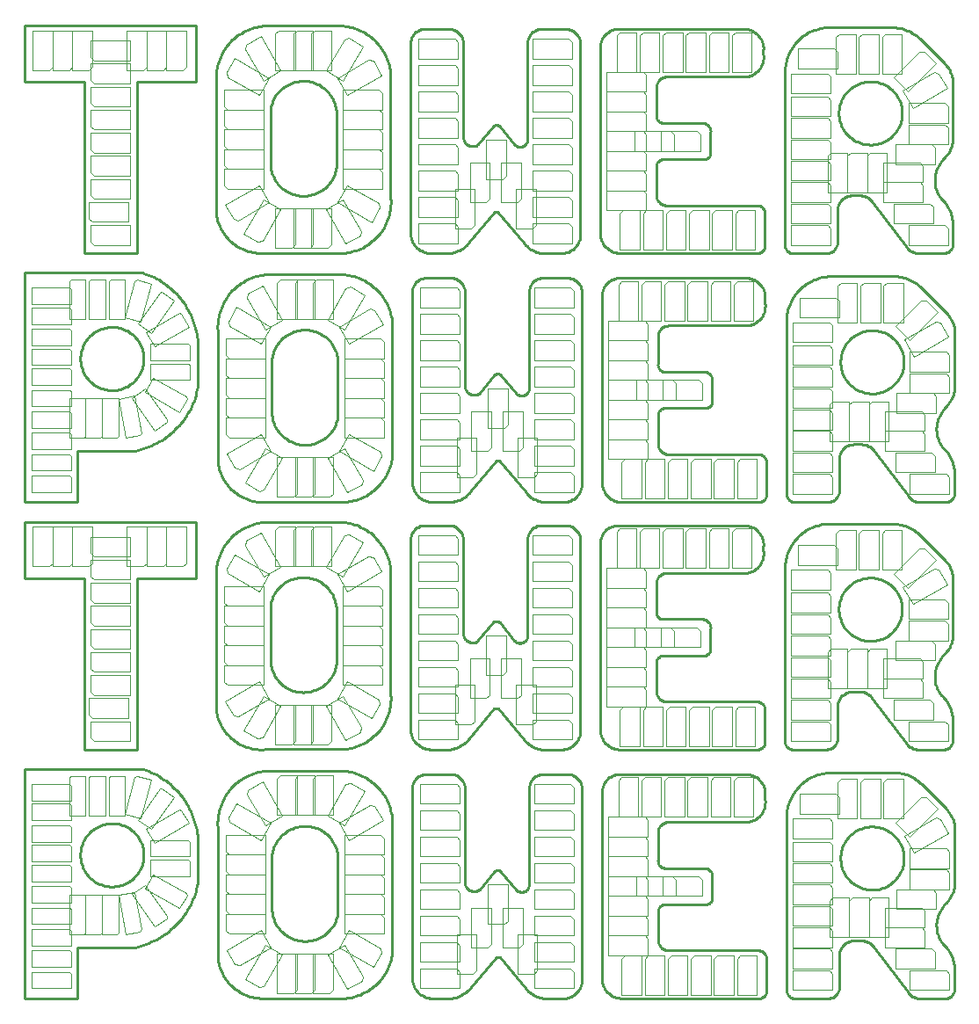
<source format=gto>
G75*
G70*
%OFA0B0*%
%FSLAX25Y25*%
%IPPOS*%
%LPD*%
%AMOC8*
5,1,8,0,0,1.08239X$1,22.5*
%
%ADD11C,0.01000*%
%ADD13C,0.00400*%
X0012500Y0012500D02*
G75*
%LPD*%
D11*
X0012500Y0012500D02*
X0012500Y0099380D01*
X0057500Y0099380D01*
X0078120Y0073130D02*
X0078120Y0056250D01*
X0054370Y0031880D02*
X0032500Y0031880D01*
X0032500Y0012500D01*
X0012500Y0012500D01*
X0054380Y0031880D02*
X0055440Y0032120D01*
X0056500Y0032410D01*
X0057540Y0032730D01*
X0058570Y0033090D01*
X0059590Y0033490D01*
X0060600Y0033920D01*
X0061590Y0034390D01*
X0062560Y0034890D01*
X0063510Y0035430D01*
X0064440Y0036000D01*
X0065350Y0036600D01*
X0066240Y0037240D01*
X0067110Y0037900D01*
X0067950Y0038600D01*
X0068770Y0039330D01*
X0069560Y0040080D01*
X0070320Y0040860D01*
X0071060Y0041670D01*
X0071760Y0042510D01*
X0072440Y0043370D01*
X0073080Y0044250D01*
X0073690Y0045160D01*
X0074270Y0046090D01*
X0074820Y0047030D01*
X0075330Y0048000D01*
X0075810Y0048980D01*
X0076250Y0049980D01*
X0076660Y0051000D01*
X0077020Y0052030D01*
X0077360Y0053070D01*
X0077650Y0054120D01*
X0077910Y0055180D01*
X0078130Y0056250D01*
X0078120Y0073120D02*
X0078020Y0074190D01*
X0077880Y0075250D01*
X0077700Y0076310D01*
X0077480Y0077360D01*
X0077230Y0078400D01*
X0076940Y0079440D01*
X0076610Y0080460D01*
X0076250Y0081470D01*
X0075850Y0082460D01*
X0075420Y0083440D01*
X0074950Y0084410D01*
X0074450Y0085350D01*
X0073910Y0086280D01*
X0073340Y0087190D01*
X0072740Y0088080D01*
X0072110Y0088950D01*
X0071450Y0089790D01*
X0070750Y0090610D01*
X0070030Y0091400D01*
X0069280Y0092170D01*
X0068510Y0092910D01*
X0067710Y0093620D01*
X0066880Y0094310D01*
X0066030Y0094960D01*
X0065160Y0095580D01*
X0064260Y0096170D01*
X0063350Y0096730D01*
X0062410Y0097260D01*
X0061460Y0097750D01*
X0060490Y0098210D01*
X0059510Y0098630D01*
X0058510Y0099020D01*
X0057490Y0099370D01*
X0033620Y0066880D02*
X0033640Y0067570D01*
X0033700Y0068260D01*
X0033800Y0068940D01*
X0033940Y0069620D01*
X0034110Y0070290D01*
X0034330Y0070950D01*
X0034580Y0071590D01*
X0034870Y0072220D01*
X0035200Y0072830D01*
X0035560Y0073420D01*
X0035950Y0073990D01*
X0036380Y0074530D01*
X0036830Y0075050D01*
X0037320Y0075550D01*
X0037830Y0076010D01*
X0038370Y0076440D01*
X0038940Y0076850D01*
X0039520Y0077210D01*
X0040130Y0077550D01*
X0040750Y0077850D01*
X0041390Y0078110D01*
X0042040Y0078330D01*
X0042710Y0078520D01*
X0043390Y0078670D01*
X0044070Y0078780D01*
X0044760Y0078850D01*
X0045450Y0078880D01*
X0046140Y0078870D01*
X0046830Y0078820D01*
X0047510Y0078730D01*
X0048190Y0078600D01*
X0048860Y0078430D01*
X0049530Y0078230D01*
X0050170Y0077980D01*
X0050800Y0077700D01*
X0051420Y0077390D01*
X0052010Y0077030D01*
X0052590Y0076650D01*
X0053140Y0076230D01*
X0053670Y0075780D01*
X0054170Y0075300D01*
X0054640Y0074800D01*
X0055080Y0074260D01*
X0055490Y0073710D01*
X0055870Y0073130D01*
X0056210Y0072530D01*
X0056520Y0071910D01*
X0056790Y0071270D01*
X0057020Y0070620D01*
X0057220Y0069960D01*
X0057380Y0069280D01*
X0057500Y0068600D01*
X0057580Y0067920D01*
X0057620Y0067230D01*
X0057620Y0066530D01*
X0057580Y0065840D01*
X0057500Y0065160D01*
X0057380Y0064480D01*
X0057220Y0063800D01*
X0057020Y0063140D01*
X0056790Y0062490D01*
X0056520Y0061850D01*
X0056210Y0061230D01*
X0055870Y0060630D01*
X0055490Y0060050D01*
X0055080Y0059500D01*
X0054640Y0058960D01*
X0054170Y0058460D01*
X0053670Y0057980D01*
X0053140Y0057530D01*
X0052590Y0057110D01*
X0052010Y0056730D01*
X0051420Y0056370D01*
X0050800Y0056060D01*
X0050170Y0055780D01*
X0049530Y0055530D01*
X0048860Y0055330D01*
X0048190Y0055160D01*
X0047510Y0055030D01*
X0046830Y0054940D01*
X0046140Y0054890D01*
X0045450Y0054880D01*
X0044760Y0054910D01*
X0044070Y0054980D01*
X0043390Y0055090D01*
X0042710Y0055240D01*
X0042040Y0055430D01*
X0041390Y0055650D01*
X0040750Y0055910D01*
X0040130Y0056210D01*
X0039520Y0056550D01*
X0038940Y0056910D01*
X0038370Y0057320D01*
X0037830Y0057750D01*
X0037320Y0058210D01*
X0036830Y0058710D01*
X0036380Y0059230D01*
X0035950Y0059770D01*
X0035560Y0060340D01*
X0035200Y0060930D01*
X0034870Y0061540D01*
X0034580Y0062170D01*
X0034330Y0062810D01*
X0034110Y0063470D01*
X0033940Y0064140D01*
X0033800Y0064820D01*
X0033700Y0065500D01*
X0033640Y0066190D01*
X0033620Y0066880D01*
D13*
X0030000Y0064380D02*
X0015000Y0064380D01*
X0015000Y0070630D01*
X0029370Y0070630D01*
X0030000Y0070000D01*
X0030000Y0064380D01*
X0029370Y0063130D02*
X0030000Y0062500D01*
X0030000Y0056880D01*
X0015000Y0056880D01*
X0015000Y0063130D01*
X0029370Y0063130D01*
X0029370Y0055000D02*
X0030000Y0054380D01*
X0030000Y0048750D01*
X0015000Y0048750D01*
X0015000Y0055000D01*
X0029370Y0055000D01*
X0029370Y0051880D02*
X0035620Y0051880D01*
X0035620Y0037500D01*
X0035000Y0036880D01*
X0029370Y0036880D01*
X0029370Y0051880D01*
X0029370Y0046880D02*
X0030000Y0046250D01*
X0030000Y0040630D01*
X0015000Y0040630D01*
X0015000Y0046880D01*
X0029370Y0046880D01*
X0035620Y0051880D02*
X0041870Y0051880D01*
X0041870Y0037500D01*
X0041250Y0036880D01*
X0035620Y0036880D01*
X0035620Y0051880D01*
X0041870Y0051880D02*
X0048120Y0051880D01*
X0048120Y0037500D01*
X0047500Y0036880D01*
X0041870Y0036880D01*
X0041870Y0051880D01*
X0048140Y0051670D02*
X0054290Y0052760D01*
X0056790Y0038600D01*
X0056280Y0037880D01*
X0050740Y0036900D01*
X0048140Y0051670D01*
X0053140Y0051960D02*
X0058260Y0055550D01*
X0066510Y0043770D01*
X0066360Y0042900D01*
X0061750Y0039670D01*
X0053140Y0051960D01*
X0058190Y0054170D02*
X0061310Y0059580D01*
X0073760Y0052400D01*
X0073990Y0051540D01*
X0071180Y0046670D01*
X0058190Y0054170D01*
X0060000Y0058750D02*
X0060000Y0065000D01*
X0074370Y0065000D01*
X0075000Y0064380D01*
X0075000Y0058750D01*
X0060000Y0058750D01*
X0060000Y0066250D02*
X0060000Y0072500D01*
X0074370Y0072500D01*
X0075000Y0071880D01*
X0075000Y0066250D01*
X0060000Y0066250D01*
X0061710Y0071440D02*
X0058590Y0076850D01*
X0071030Y0084040D01*
X0071890Y0083810D01*
X0074700Y0078940D01*
X0061710Y0071440D01*
X0060530Y0076590D02*
X0055410Y0080170D01*
X0063660Y0091950D01*
X0064530Y0092100D01*
X0069130Y0088880D01*
X0060530Y0076590D01*
X0056640Y0080800D02*
X0050600Y0082420D01*
X0054320Y0096310D01*
X0055080Y0096750D01*
X0060520Y0095290D01*
X0056640Y0080800D01*
X0050620Y0081880D02*
X0044370Y0081880D01*
X0044370Y0096250D01*
X0045000Y0096880D01*
X0050620Y0096880D01*
X0050620Y0081880D01*
X0043120Y0081880D02*
X0036870Y0081880D01*
X0036870Y0096250D01*
X0037500Y0096880D01*
X0043120Y0096880D01*
X0043120Y0081880D01*
X0035620Y0081880D02*
X0029370Y0081880D01*
X0029370Y0096250D01*
X0030000Y0096880D01*
X0035620Y0096880D01*
X0035620Y0081880D01*
X0030000Y0080000D02*
X0015000Y0080000D01*
X0015000Y0086250D01*
X0029370Y0086250D01*
X0030000Y0085630D01*
X0030000Y0080000D01*
X0029370Y0078130D02*
X0030000Y0077500D01*
X0030000Y0071880D01*
X0015000Y0071880D01*
X0015000Y0078130D01*
X0029370Y0078130D01*
X0030000Y0087500D02*
X0015000Y0087500D01*
X0015000Y0093750D01*
X0029370Y0093750D01*
X0030000Y0093130D01*
X0030000Y0087500D01*
X0029370Y0038750D02*
X0015000Y0038750D01*
X0015000Y0032500D01*
X0030000Y0032500D01*
X0030000Y0038130D01*
X0029370Y0038750D01*
X0029370Y0030630D02*
X0030000Y0030000D01*
X0030000Y0024380D01*
X0015000Y0024380D01*
X0015000Y0030630D01*
X0029370Y0030630D01*
X0029370Y0022500D02*
X0030000Y0021880D01*
X0030000Y0016250D01*
X0015000Y0016250D01*
X0015000Y0022500D01*
X0029370Y0022500D01*
X0085630Y0012500D02*
G75*
%LPD*%
D11*
X0085670Y0028200D02*
X0085670Y0077570D01*
X0085630Y0078440D01*
X0085640Y0079320D01*
X0085680Y0080190D01*
X0085760Y0081060D01*
X0085870Y0081930D01*
X0086030Y0082790D01*
X0086220Y0083640D01*
X0086450Y0084490D01*
X0086710Y0085320D01*
X0087010Y0086140D01*
X0087350Y0086950D01*
X0087720Y0087740D01*
X0088130Y0088510D01*
X0088570Y0089270D01*
X0089040Y0090000D01*
X0089540Y0090720D01*
X0090080Y0091410D01*
X0090640Y0092080D01*
X0091240Y0092720D01*
X0091860Y0093340D01*
X0092500Y0093930D01*
X0093170Y0094490D01*
X0093870Y0095020D01*
X0094590Y0095520D01*
X0095330Y0095980D01*
X0096080Y0096420D01*
X0096860Y0096820D01*
X0097650Y0097190D01*
X0098460Y0097520D01*
X0099290Y0097820D01*
X0100120Y0098080D01*
X0100970Y0098300D01*
X0101820Y0098490D01*
X0102680Y0098640D01*
X0103550Y0098750D01*
X0104420Y0098820D01*
X0131300Y0098820D01*
X0131290Y0098820D02*
X0132170Y0098830D01*
X0133040Y0098800D01*
X0133910Y0098730D01*
X0134780Y0098620D01*
X0135640Y0098480D01*
X0136490Y0098300D01*
X0137340Y0098080D01*
X0138170Y0097830D01*
X0139000Y0097540D01*
X0139810Y0097210D01*
X0140600Y0096850D01*
X0141380Y0096450D01*
X0142140Y0096020D01*
X0142880Y0095560D01*
X0143600Y0095070D01*
X0144300Y0094540D01*
X0144970Y0093990D01*
X0145620Y0093400D01*
X0146240Y0092790D01*
X0146840Y0092150D01*
X0147410Y0091490D01*
X0147940Y0090800D01*
X0148450Y0090090D01*
X0148930Y0089360D01*
X0149370Y0088610D01*
X0149780Y0087840D01*
X0150160Y0087050D01*
X0150500Y0086250D01*
X0150810Y0085430D01*
X0151080Y0084600D01*
X0151310Y0083760D01*
X0151510Y0082910D01*
X0151670Y0082050D01*
X0151790Y0081190D01*
X0151870Y0080320D01*
X0151920Y0079450D01*
X0151920Y0033200D01*
X0151930Y0033200D02*
X0151970Y0032330D01*
X0151960Y0031460D01*
X0151920Y0030590D01*
X0151840Y0029720D01*
X0151720Y0028860D01*
X0151560Y0028000D01*
X0151370Y0027150D01*
X0151130Y0026310D01*
X0150860Y0025480D01*
X0150550Y0024670D01*
X0150210Y0023870D01*
X0149830Y0023080D01*
X0149410Y0022320D01*
X0148960Y0021570D01*
X0148480Y0020840D01*
X0147970Y0020140D01*
X0147420Y0019460D01*
X0146850Y0018810D01*
X0146240Y0018180D01*
X0145610Y0017580D01*
X0144950Y0017010D01*
X0144270Y0016470D01*
X0143560Y0015950D01*
X0142830Y0015480D01*
X0142090Y0015030D01*
X0141320Y0014620D01*
X0140530Y0014250D01*
X0139730Y0013910D01*
X0138910Y0013600D01*
X0138080Y0013330D01*
X0137240Y0013100D01*
X0136390Y0012910D01*
X0135530Y0012760D01*
X0134670Y0012650D01*
X0133800Y0012570D01*
X0134420Y0012570D02*
X0104420Y0012570D01*
X0103600Y0012520D01*
X0102780Y0012500D01*
X0101960Y0012520D01*
X0101140Y0012590D01*
X0100330Y0012690D01*
X0099520Y0012830D01*
X0098710Y0013010D01*
X0097920Y0013220D01*
X0097140Y0013480D01*
X0096370Y0013770D01*
X0095620Y0014090D01*
X0094880Y0014450D01*
X0094160Y0014850D01*
X0093460Y0015280D01*
X0092780Y0015750D01*
X0092130Y0016240D01*
X0091500Y0016770D01*
X0090890Y0017320D01*
X0090310Y0017910D01*
X0089760Y0018520D01*
X0089240Y0019150D01*
X0088760Y0019810D01*
X0088300Y0020490D01*
X0087870Y0021200D01*
X0087480Y0021920D01*
X0087130Y0022660D01*
X0086810Y0023420D01*
X0086520Y0024190D01*
X0086280Y0024970D01*
X0086070Y0025770D01*
X0085900Y0026570D01*
X0085760Y0027380D01*
X0085670Y0028200D01*
X0106300Y0045700D02*
X0106300Y0066950D01*
X0106410Y0067640D01*
X0106560Y0068310D01*
X0106750Y0068980D01*
X0106970Y0069640D01*
X0107230Y0070280D01*
X0107520Y0070910D01*
X0107850Y0071520D01*
X0108210Y0072110D01*
X0108610Y0072680D01*
X0109030Y0073230D01*
X0109480Y0073750D01*
X0109970Y0074250D01*
X0110480Y0074720D01*
X0111010Y0075160D01*
X0111570Y0075570D01*
X0112150Y0075950D01*
X0112750Y0076300D01*
X0113360Y0076610D01*
X0114000Y0076890D01*
X0114650Y0077140D01*
X0115310Y0077350D01*
X0115980Y0077520D01*
X0116660Y0077650D01*
X0117340Y0077750D01*
X0118040Y0077810D01*
X0118730Y0077830D01*
X0119420Y0077810D01*
X0120110Y0077760D01*
X0120800Y0077660D01*
X0121480Y0077530D01*
X0122150Y0077360D01*
X0122810Y0077160D01*
X0123460Y0076920D01*
X0124100Y0076640D01*
X0124720Y0076330D01*
X0125320Y0075980D01*
X0125900Y0075610D01*
X0126460Y0075200D01*
X0127000Y0074760D01*
X0127510Y0074290D01*
X0127990Y0073800D01*
X0128450Y0073270D01*
X0128880Y0072730D01*
X0129270Y0072160D01*
X0129640Y0071570D01*
X0129970Y0070960D01*
X0130270Y0070340D01*
X0130530Y0069700D01*
X0130760Y0069040D01*
X0130950Y0068370D01*
X0131100Y0067700D01*
X0131220Y0067010D01*
X0131290Y0066330D01*
X0131300Y0066320D02*
X0131300Y0045070D01*
X0131290Y0045070D02*
X0131180Y0044380D01*
X0131030Y0043710D01*
X0130840Y0043040D01*
X0130620Y0042380D01*
X0130360Y0041740D01*
X0130070Y0041110D01*
X0129740Y0040500D01*
X0129380Y0039910D01*
X0128980Y0039340D01*
X0128560Y0038790D01*
X0128110Y0038270D01*
X0127620Y0037770D01*
X0127110Y0037300D01*
X0126580Y0036860D01*
X0126020Y0036450D01*
X0125440Y0036070D01*
X0124840Y0035720D01*
X0124230Y0035410D01*
X0123590Y0035130D01*
X0122940Y0034880D01*
X0122280Y0034670D01*
X0121610Y0034500D01*
X0120930Y0034370D01*
X0120250Y0034270D01*
X0119550Y0034210D01*
X0118860Y0034190D01*
X0118170Y0034210D01*
X0117480Y0034260D01*
X0116790Y0034360D01*
X0116110Y0034490D01*
X0115440Y0034660D01*
X0114780Y0034860D01*
X0114130Y0035100D01*
X0113490Y0035380D01*
X0112870Y0035690D01*
X0112270Y0036040D01*
X0111690Y0036410D01*
X0111130Y0036820D01*
X0110590Y0037260D01*
X0110080Y0037730D01*
X0109600Y0038220D01*
X0109140Y0038750D01*
X0108710Y0039290D01*
X0108320Y0039860D01*
X0107950Y0040450D01*
X0107620Y0041060D01*
X0107320Y0041680D01*
X0107060Y0042320D01*
X0106830Y0042980D01*
X0106640Y0043650D01*
X0106490Y0044320D01*
X0106370Y0045010D01*
X0106300Y0045690D01*
D13*
X0103670Y0032820D02*
X0096170Y0019830D01*
X0101590Y0016700D01*
X0103290Y0017160D01*
X0110170Y0029070D01*
X0103670Y0032820D01*
X0105920Y0031820D02*
X0094010Y0024950D01*
X0092300Y0025410D01*
X0089180Y0030820D01*
X0102170Y0038320D01*
X0105920Y0031820D01*
X0108170Y0029450D02*
X0115670Y0029450D01*
X0115670Y0015700D01*
X0114420Y0014450D01*
X0108170Y0014450D01*
X0108170Y0029450D01*
X0115050Y0029450D02*
X0122550Y0029450D01*
X0122550Y0015700D01*
X0121300Y0014450D01*
X0115050Y0014450D01*
X0115050Y0029450D01*
X0121920Y0029450D02*
X0129420Y0029450D01*
X0129420Y0015700D01*
X0128170Y0014450D01*
X0121920Y0014450D01*
X0121920Y0029450D01*
X0127420Y0029070D02*
X0133920Y0032820D01*
X0140790Y0020910D01*
X0140340Y0019200D01*
X0134920Y0016080D01*
X0127420Y0029070D01*
X0131680Y0031820D02*
X0135430Y0038320D01*
X0147330Y0031440D01*
X0147790Y0029740D01*
X0144670Y0024320D01*
X0131680Y0031820D01*
X0133800Y0036950D02*
X0133800Y0044450D01*
X0147550Y0044450D01*
X0148800Y0043200D01*
X0148800Y0036950D01*
X0133800Y0036950D01*
X0133800Y0044450D02*
X0133800Y0051950D01*
X0133800Y0059450D01*
X0133800Y0066950D01*
X0147550Y0066950D01*
X0148800Y0065700D01*
X0148800Y0059450D01*
X0133800Y0059450D01*
X0147550Y0059450D01*
X0148800Y0058200D01*
X0148800Y0051950D01*
X0133800Y0051950D01*
X0147550Y0051950D01*
X0148800Y0050700D01*
X0148800Y0044450D01*
X0133800Y0044450D01*
X0133800Y0066950D02*
X0133800Y0074450D01*
X0147550Y0074450D01*
X0148800Y0073200D01*
X0148800Y0066950D01*
X0133800Y0066950D01*
X0135430Y0072450D02*
X0131680Y0078940D01*
X0143580Y0085820D01*
X0145290Y0085360D01*
X0148420Y0079950D01*
X0135430Y0072450D01*
X0133920Y0077950D02*
X0127420Y0081700D01*
X0134300Y0093610D01*
X0136010Y0094070D01*
X0141420Y0090940D01*
X0133920Y0077950D01*
X0129420Y0081950D02*
X0121920Y0081950D01*
X0121920Y0095700D01*
X0123170Y0096950D01*
X0129420Y0096950D01*
X0129420Y0081950D01*
X0122550Y0081950D02*
X0115050Y0081950D01*
X0115050Y0095700D01*
X0116300Y0096950D01*
X0122550Y0096950D01*
X0122550Y0081950D01*
X0115670Y0081950D02*
X0108170Y0081950D01*
X0108170Y0095700D01*
X0109420Y0096950D01*
X0115670Y0096950D01*
X0115670Y0081950D01*
X0110170Y0081700D02*
X0103670Y0077950D01*
X0096800Y0089860D01*
X0097260Y0091570D01*
X0102670Y0094690D01*
X0110170Y0081700D01*
X0105920Y0078940D02*
X0102170Y0072450D01*
X0090260Y0079320D01*
X0089800Y0081030D01*
X0092930Y0086440D01*
X0105920Y0078940D01*
X0103800Y0074450D02*
X0103800Y0066950D01*
X0090050Y0066950D01*
X0088800Y0068200D01*
X0088800Y0074450D01*
X0103800Y0074450D01*
X0103800Y0066950D02*
X0103800Y0059450D01*
X0103800Y0051950D01*
X0103800Y0044450D01*
X0090050Y0044450D01*
X0088800Y0045700D01*
X0088800Y0051950D01*
X0103800Y0051950D01*
X0090050Y0051950D01*
X0088800Y0053200D01*
X0088800Y0059450D01*
X0103800Y0059450D01*
X0090050Y0059450D01*
X0088800Y0060700D01*
X0088800Y0066950D01*
X0103800Y0066950D01*
X0103800Y0044450D02*
X0088800Y0044450D01*
X0088800Y0038200D01*
X0090050Y0036950D01*
X0103800Y0036950D01*
X0103800Y0044450D01*
X0159470Y0012500D02*
G75*
%LPD*%
D11*
X0159480Y0020510D02*
X0159480Y0092090D01*
X0159500Y0092540D01*
X0159550Y0092980D01*
X0159650Y0093420D01*
X0159770Y0093850D01*
X0159940Y0094260D01*
X0160130Y0094660D01*
X0160360Y0095050D01*
X0160620Y0095410D01*
X0160910Y0095750D01*
X0161230Y0096070D01*
X0161570Y0096360D01*
X0161930Y0096620D01*
X0162320Y0096850D01*
X0162720Y0097040D01*
X0163130Y0097210D01*
X0163560Y0097330D01*
X0164000Y0097430D01*
X0164440Y0097480D01*
X0164890Y0097500D01*
X0164890Y0097510D02*
X0174280Y0097510D01*
X0174740Y0097470D01*
X0175190Y0097380D01*
X0175630Y0097270D01*
X0176060Y0097110D01*
X0176470Y0096920D01*
X0176870Y0096700D01*
X0177250Y0096440D01*
X0177600Y0096160D01*
X0177930Y0095840D01*
X0178240Y0095500D01*
X0178510Y0095140D01*
X0178750Y0094750D01*
X0178970Y0094350D01*
X0179140Y0093930D01*
X0179280Y0093490D01*
X0179390Y0093050D01*
X0179460Y0092600D01*
X0179490Y0092140D01*
X0179480Y0091690D01*
X0179480Y0056880D01*
X0179470Y0056880D02*
X0179460Y0056520D01*
X0179480Y0056160D01*
X0179540Y0055810D01*
X0179640Y0055460D01*
X0179770Y0055130D01*
X0179930Y0054810D01*
X0180130Y0054510D01*
X0180360Y0054230D01*
X0180610Y0053970D01*
X0180890Y0053750D01*
X0181190Y0053550D01*
X0181500Y0053380D01*
X0181840Y0053250D01*
X0182180Y0053150D01*
X0182540Y0053090D01*
X0182900Y0053060D01*
X0183260Y0053070D01*
X0183610Y0053120D01*
X0183960Y0053200D01*
X0184300Y0053320D01*
X0184630Y0053480D01*
X0184930Y0053660D01*
X0185220Y0053880D01*
X0190650Y0060560D01*
X0190850Y0060740D01*
X0191080Y0060880D01*
X0191320Y0060990D01*
X0191580Y0061070D01*
X0191850Y0061110D01*
X0192110Y0061110D01*
X0192380Y0061070D01*
X0192640Y0060990D01*
X0192880Y0060880D01*
X0193110Y0060740D01*
X0193310Y0060560D01*
X0193300Y0060560D02*
X0198830Y0053780D01*
X0199060Y0053550D01*
X0199310Y0053350D01*
X0199590Y0053180D01*
X0199880Y0053050D01*
X0200190Y0052940D01*
X0200510Y0052880D01*
X0200830Y0052840D01*
X0201150Y0052850D01*
X0201480Y0052890D01*
X0201790Y0052960D01*
X0202100Y0053070D01*
X0202390Y0053220D01*
X0202660Y0053390D01*
X0202910Y0053600D01*
X0203140Y0053830D01*
X0203340Y0054080D01*
X0203510Y0054360D01*
X0203640Y0054650D01*
X0203750Y0054960D01*
X0203810Y0055280D01*
X0203850Y0055600D01*
X0203850Y0092220D01*
X0203860Y0092220D02*
X0203880Y0092660D01*
X0203930Y0093090D01*
X0204020Y0093520D01*
X0204150Y0093930D01*
X0204300Y0094340D01*
X0204500Y0094730D01*
X0204720Y0095110D01*
X0204970Y0095460D01*
X0205260Y0095800D01*
X0205560Y0096100D01*
X0205900Y0096390D01*
X0206250Y0096640D01*
X0206630Y0096860D01*
X0207020Y0097060D01*
X0207430Y0097210D01*
X0207840Y0097340D01*
X0208270Y0097430D01*
X0208700Y0097480D01*
X0209140Y0097500D01*
X0209140Y0097510D02*
X0218570Y0097510D01*
X0218570Y0097500D02*
X0219030Y0097460D01*
X0219490Y0097370D01*
X0219940Y0097250D01*
X0220370Y0097100D01*
X0220790Y0096900D01*
X0221200Y0096680D01*
X0221580Y0096420D01*
X0221940Y0096130D01*
X0222280Y0095810D01*
X0222590Y0095470D01*
X0222860Y0095100D01*
X0223110Y0094710D01*
X0223330Y0094300D01*
X0223510Y0093870D01*
X0223650Y0093430D01*
X0223760Y0092980D01*
X0223830Y0092520D01*
X0223860Y0092060D01*
X0223850Y0091600D01*
X0223850Y0020240D01*
X0217370Y0012510D02*
X0209000Y0012510D01*
X0202420Y0016440D02*
X0192780Y0027950D01*
X0192790Y0027960D02*
X0192690Y0028030D01*
X0192580Y0028090D01*
X0192460Y0028130D01*
X0192340Y0028140D01*
X0191090Y0027870D02*
X0181930Y0016840D01*
X0174390Y0012510D02*
X0166860Y0012510D01*
X0166310Y0012550D01*
X0165770Y0012630D01*
X0165230Y0012750D01*
X0164700Y0012910D01*
X0164190Y0013100D01*
X0163690Y0013330D01*
X0163210Y0013600D01*
X0162750Y0013900D01*
X0162310Y0014230D01*
X0161900Y0014590D01*
X0161510Y0014980D01*
X0161150Y0015400D01*
X0160820Y0015840D01*
X0160530Y0016300D01*
X0160270Y0016790D01*
X0160040Y0017290D01*
X0159850Y0017800D01*
X0159700Y0018330D01*
X0159590Y0018870D01*
X0159510Y0019410D01*
X0159470Y0019960D01*
X0159480Y0020510D01*
X0174390Y0012500D02*
X0175020Y0012600D01*
X0175640Y0012740D01*
X0176250Y0012910D01*
X0176860Y0013110D01*
X0177450Y0013350D01*
X0178030Y0013620D01*
X0178590Y0013920D01*
X0179130Y0014250D01*
X0179660Y0014610D01*
X0180160Y0015010D01*
X0180640Y0015430D01*
X0181100Y0015870D01*
X0181530Y0016340D01*
X0181930Y0016840D01*
X0191090Y0027870D02*
X0191280Y0027980D01*
X0191480Y0028070D01*
X0191690Y0028130D01*
X0191910Y0028160D01*
X0192130Y0028160D01*
X0192340Y0028130D01*
X0202420Y0016440D02*
X0202790Y0015960D01*
X0203200Y0015510D01*
X0203630Y0015090D01*
X0204080Y0014690D01*
X0204560Y0014320D01*
X0205060Y0013980D01*
X0205580Y0013670D01*
X0206110Y0013390D01*
X0206670Y0013140D01*
X0207230Y0012930D01*
X0207810Y0012750D01*
X0208400Y0012610D01*
X0208990Y0012510D01*
X0217370Y0012510D02*
X0217880Y0012570D01*
X0218380Y0012670D01*
X0218870Y0012800D01*
X0219350Y0012970D01*
X0219820Y0013170D01*
X0220270Y0013410D01*
X0220700Y0013680D01*
X0221120Y0013970D01*
X0221510Y0014300D01*
X0221870Y0014650D01*
X0222210Y0015030D01*
X0222530Y0015430D01*
X0222810Y0015850D01*
X0223060Y0016300D01*
X0223280Y0016750D01*
X0223470Y0017230D01*
X0223620Y0017710D01*
X0223740Y0018210D01*
X0223820Y0018710D01*
X0223870Y0019220D01*
X0223880Y0019730D01*
X0223850Y0020230D01*
D13*
X0162600Y0023760D02*
X0162600Y0016260D01*
X0177600Y0016260D01*
X0177600Y0022510D01*
X0176350Y0023760D01*
X0162600Y0023760D01*
X0162600Y0026260D02*
X0162600Y0033760D01*
X0176350Y0033760D01*
X0177600Y0032510D01*
X0177600Y0026260D01*
X0162600Y0026260D01*
X0162600Y0036260D02*
X0162600Y0043760D01*
X0176350Y0043760D01*
X0177600Y0042510D01*
X0177600Y0036260D01*
X0162600Y0036260D01*
X0162600Y0046260D02*
X0162600Y0053760D01*
X0176350Y0053760D01*
X0177600Y0052510D01*
X0177600Y0046260D01*
X0162600Y0046260D01*
X0162600Y0056260D02*
X0162600Y0063760D01*
X0176350Y0063760D01*
X0177600Y0062510D01*
X0177600Y0056260D01*
X0162600Y0056260D01*
X0162600Y0066260D02*
X0162600Y0073760D01*
X0176350Y0073760D01*
X0177600Y0072510D01*
X0177600Y0066260D01*
X0162600Y0066260D01*
X0162600Y0076260D02*
X0162600Y0083760D01*
X0176350Y0083760D01*
X0177600Y0082510D01*
X0177600Y0076260D01*
X0162600Y0076260D01*
X0162600Y0086260D02*
X0162600Y0093760D01*
X0176350Y0093760D01*
X0177600Y0092510D01*
X0177600Y0086260D01*
X0162600Y0086260D01*
X0188230Y0055630D02*
X0195730Y0055630D01*
X0195730Y0041880D01*
X0194480Y0040630D01*
X0188230Y0040630D01*
X0188230Y0055630D01*
X0189480Y0046880D02*
X0181980Y0046880D01*
X0181980Y0031880D01*
X0188230Y0031880D01*
X0189480Y0033130D01*
X0189480Y0046880D01*
X0193850Y0046880D02*
X0201350Y0046880D01*
X0201350Y0033130D01*
X0200100Y0031880D01*
X0193850Y0031880D01*
X0193850Y0046880D01*
X0199480Y0036880D02*
X0206980Y0036880D01*
X0206980Y0023130D01*
X0205730Y0021880D01*
X0199480Y0021880D01*
X0199480Y0036880D01*
X0205730Y0036260D02*
X0205730Y0043760D01*
X0219480Y0043760D01*
X0220730Y0042510D01*
X0220730Y0036260D01*
X0205730Y0036260D01*
X0205730Y0033760D02*
X0219480Y0033760D01*
X0220730Y0032510D01*
X0220730Y0026260D01*
X0205730Y0026260D01*
X0205730Y0033760D01*
X0205730Y0023760D02*
X0219480Y0023760D01*
X0220730Y0022510D01*
X0220730Y0016260D01*
X0205730Y0016260D01*
X0205730Y0023760D01*
X0205730Y0046260D02*
X0205730Y0053760D01*
X0219480Y0053760D01*
X0220730Y0052510D01*
X0220730Y0046260D01*
X0205730Y0046260D01*
X0205730Y0056260D02*
X0205730Y0063760D01*
X0219480Y0063760D01*
X0220730Y0062510D01*
X0220730Y0056260D01*
X0205730Y0056260D01*
X0205730Y0066260D02*
X0205730Y0073760D01*
X0219480Y0073760D01*
X0220730Y0072510D01*
X0220730Y0066260D01*
X0205730Y0066260D01*
X0205730Y0076260D02*
X0205730Y0083760D01*
X0219480Y0083760D01*
X0220730Y0082510D01*
X0220730Y0076260D01*
X0205730Y0076260D01*
X0205730Y0086260D02*
X0205730Y0093760D01*
X0219480Y0093760D01*
X0220730Y0092510D01*
X0220730Y0086260D01*
X0205730Y0086260D01*
X0183850Y0036880D02*
X0176350Y0036880D01*
X0176350Y0021880D01*
X0182600Y0021880D01*
X0183850Y0023130D01*
X0183850Y0036880D01*
X0231380Y0012500D02*
G75*
%LPD*%
D11*
X0238910Y0012510D02*
X0291030Y0012510D01*
X0291030Y0012500D02*
X0291350Y0012520D01*
X0291670Y0012570D01*
X0291980Y0012660D01*
X0292280Y0012790D01*
X0292560Y0012940D01*
X0292830Y0013130D01*
X0293070Y0013340D01*
X0293280Y0013580D01*
X0293470Y0013850D01*
X0293620Y0014130D01*
X0293750Y0014430D01*
X0293840Y0014740D01*
X0293890Y0015060D01*
X0293910Y0015380D01*
X0293910Y0027760D01*
X0293900Y0027750D02*
X0293850Y0028080D01*
X0293770Y0028410D01*
X0293650Y0028720D01*
X0293500Y0029020D01*
X0293320Y0029300D01*
X0293110Y0029560D01*
X0292880Y0029800D01*
X0292620Y0030020D01*
X0292340Y0030200D01*
X0292040Y0030350D01*
X0291730Y0030480D01*
X0291410Y0030570D01*
X0291080Y0030620D01*
X0290740Y0030640D01*
X0290410Y0030620D01*
X0290410Y0030630D02*
X0257030Y0030630D01*
X0256660Y0030620D01*
X0256280Y0030640D01*
X0255910Y0030700D01*
X0255550Y0030790D01*
X0255190Y0030920D01*
X0254850Y0031080D01*
X0254520Y0031260D01*
X0254220Y0031480D01*
X0253930Y0031730D01*
X0253670Y0032000D01*
X0253430Y0032290D01*
X0253230Y0032600D01*
X0253050Y0032930D01*
X0252900Y0033280D01*
X0252790Y0033640D01*
X0252710Y0034000D01*
X0252660Y0034380D01*
X0252660Y0045630D01*
X0252710Y0045950D01*
X0252800Y0046250D01*
X0252920Y0046540D01*
X0253070Y0046820D01*
X0253250Y0047080D01*
X0253470Y0047320D01*
X0253700Y0047530D01*
X0253960Y0047710D01*
X0254240Y0047870D01*
X0254530Y0047990D01*
X0254840Y0048080D01*
X0255150Y0048130D01*
X0255470Y0048150D01*
X0255780Y0048130D01*
X0270410Y0048130D01*
X0270410Y0048140D02*
X0270720Y0048120D01*
X0271030Y0048140D01*
X0271340Y0048190D01*
X0271630Y0048290D01*
X0271920Y0048410D01*
X0272180Y0048580D01*
X0272430Y0048770D01*
X0272650Y0048990D01*
X0272840Y0049230D01*
X0273000Y0049500D01*
X0273130Y0049780D01*
X0273220Y0050080D01*
X0273280Y0050390D01*
X0273280Y0050380D02*
X0273280Y0058370D01*
X0273270Y0058370D02*
X0273290Y0058700D01*
X0273270Y0059040D01*
X0273210Y0059370D01*
X0273130Y0059690D01*
X0273000Y0060010D01*
X0272850Y0060310D01*
X0272660Y0060590D01*
X0272450Y0060850D01*
X0272210Y0061080D01*
X0271950Y0061290D01*
X0271660Y0061470D01*
X0271360Y0061620D01*
X0271050Y0061740D01*
X0270720Y0061820D01*
X0270390Y0061870D01*
X0270400Y0061880D02*
X0255050Y0061880D01*
X0255050Y0061890D02*
X0254750Y0061940D01*
X0254450Y0062030D01*
X0254170Y0062140D01*
X0253910Y0062290D01*
X0253660Y0062470D01*
X0253430Y0062670D01*
X0253230Y0062900D01*
X0253050Y0063150D01*
X0252910Y0063420D01*
X0252790Y0063700D01*
X0252710Y0063990D01*
X0252660Y0064290D01*
X0252640Y0064600D01*
X0252660Y0064900D01*
X0252660Y0075380D01*
X0252680Y0075770D01*
X0252740Y0076160D01*
X0252830Y0076540D01*
X0252960Y0076910D01*
X0253130Y0077270D01*
X0253330Y0077600D01*
X0253570Y0077920D01*
X0253830Y0078210D01*
X0254120Y0078470D01*
X0254440Y0078710D01*
X0254770Y0078910D01*
X0255130Y0079080D01*
X0255500Y0079210D01*
X0255880Y0079300D01*
X0256270Y0079360D01*
X0256660Y0079380D01*
X0286640Y0079380D01*
X0287180Y0079460D01*
X0287710Y0079590D01*
X0288230Y0079750D01*
X0288740Y0079950D01*
X0289230Y0080180D01*
X0289700Y0080450D01*
X0290160Y0080750D01*
X0290590Y0081090D01*
X0290990Y0081450D01*
X0291370Y0081840D01*
X0291720Y0082260D01*
X0292040Y0082700D01*
X0292330Y0083170D01*
X0292590Y0083650D01*
X0292800Y0084150D01*
X0292990Y0084660D01*
X0293130Y0085190D01*
X0293240Y0085720D01*
X0293310Y0086260D01*
X0293340Y0086810D01*
X0293330Y0087350D01*
X0293280Y0087900D01*
X0293280Y0089500D01*
X0293310Y0090020D01*
X0293300Y0090550D01*
X0293250Y0091080D01*
X0293160Y0091600D01*
X0293040Y0092110D01*
X0292880Y0092620D01*
X0292680Y0093110D01*
X0292450Y0093590D01*
X0292190Y0094040D01*
X0291890Y0094480D01*
X0291560Y0094900D01*
X0291210Y0095290D01*
X0290830Y0095660D01*
X0290420Y0095990D01*
X0289990Y0096300D01*
X0289540Y0096580D01*
X0289070Y0096820D01*
X0288580Y0097030D01*
X0288080Y0097200D01*
X0287570Y0097340D01*
X0287050Y0097440D01*
X0286520Y0097500D01*
X0286520Y0097510D02*
X0237660Y0097510D01*
X0237660Y0097500D02*
X0237140Y0097440D01*
X0236640Y0097330D01*
X0236140Y0097190D01*
X0235660Y0097010D01*
X0235190Y0096800D01*
X0234740Y0096550D01*
X0234300Y0096270D01*
X0233890Y0095960D01*
X0233510Y0095610D01*
X0233150Y0095240D01*
X0232820Y0094850D01*
X0232520Y0094430D01*
X0232250Y0093980D01*
X0232020Y0093520D01*
X0231820Y0093050D01*
X0231660Y0092560D01*
X0231530Y0092060D01*
X0231440Y0091550D01*
X0231390Y0091040D01*
X0231380Y0090520D01*
X0231410Y0090010D01*
X0231410Y0020010D01*
X0231430Y0019470D01*
X0231490Y0018940D01*
X0231580Y0018420D01*
X0231710Y0017900D01*
X0231880Y0017390D01*
X0232090Y0016890D01*
X0232330Y0016420D01*
X0232600Y0015960D01*
X0232910Y0015520D01*
X0233240Y0015100D01*
X0233610Y0014710D01*
X0234000Y0014340D01*
X0234420Y0014010D01*
X0234860Y0013700D01*
X0235320Y0013430D01*
X0235790Y0013190D01*
X0236290Y0012980D01*
X0236800Y0012810D01*
X0237320Y0012680D01*
X0237840Y0012590D01*
X0238370Y0012530D01*
X0238910Y0012510D01*
D13*
X0238910Y0013760D02*
X0238910Y0027510D01*
X0240160Y0028760D01*
X0246410Y0028760D01*
X0246410Y0013760D01*
X0238910Y0013760D01*
X0247660Y0013760D02*
X0247660Y0027510D01*
X0248910Y0028760D01*
X0233910Y0028760D01*
X0233910Y0036260D01*
X0247660Y0036260D01*
X0248910Y0035010D01*
X0248910Y0028760D01*
X0255160Y0028760D01*
X0255160Y0013760D01*
X0247660Y0013760D01*
X0256410Y0013760D02*
X0256410Y0027510D01*
X0257660Y0028760D01*
X0263910Y0028760D01*
X0263910Y0013760D01*
X0256410Y0013760D01*
X0265160Y0013760D02*
X0265160Y0027510D01*
X0266410Y0028760D01*
X0272660Y0028760D01*
X0272660Y0013760D01*
X0265160Y0013760D01*
X0273910Y0013760D02*
X0273910Y0027510D01*
X0275160Y0028760D01*
X0281410Y0028760D01*
X0281410Y0013760D01*
X0273910Y0013760D01*
X0282660Y0013760D02*
X0282660Y0027510D01*
X0283910Y0028760D01*
X0290160Y0028760D01*
X0290160Y0013760D01*
X0282660Y0013760D01*
X0248910Y0036260D02*
X0233910Y0036260D01*
X0233910Y0043760D01*
X0247660Y0043760D01*
X0248910Y0042510D01*
X0248910Y0036260D01*
X0248910Y0043760D02*
X0233910Y0043760D01*
X0233910Y0051260D01*
X0233910Y0058760D01*
X0247660Y0058760D01*
X0248910Y0057510D01*
X0248910Y0051260D01*
X0233910Y0051260D01*
X0247660Y0051260D01*
X0248910Y0050010D01*
X0248910Y0043760D01*
X0244530Y0051260D02*
X0244530Y0058760D01*
X0258280Y0058760D01*
X0259530Y0057510D01*
X0259530Y0051260D01*
X0244530Y0051260D01*
X0248910Y0058760D02*
X0233910Y0058760D01*
X0233910Y0066260D01*
X0247660Y0066260D01*
X0248910Y0065010D01*
X0248910Y0058760D01*
X0254530Y0058760D02*
X0268280Y0058760D01*
X0269530Y0057510D01*
X0269530Y0051260D01*
X0254530Y0051260D01*
X0254530Y0058760D01*
X0248910Y0066260D02*
X0233910Y0066260D01*
X0233910Y0073760D01*
X0247660Y0073760D01*
X0248910Y0072510D01*
X0248910Y0066260D01*
X0248910Y0073760D02*
X0233910Y0073760D01*
X0233910Y0081260D01*
X0247660Y0081260D01*
X0248910Y0080010D01*
X0248910Y0073760D01*
X0246410Y0081260D02*
X0246410Y0095010D01*
X0247660Y0096260D01*
X0253910Y0096260D01*
X0253910Y0081260D01*
X0246410Y0081260D01*
X0245160Y0081260D02*
X0237660Y0081260D01*
X0237660Y0095010D01*
X0238910Y0096260D01*
X0245160Y0096260D01*
X0245160Y0081260D01*
X0255160Y0081260D02*
X0255160Y0095010D01*
X0256410Y0096260D01*
X0262660Y0096260D01*
X0262660Y0081260D01*
X0255160Y0081260D01*
X0263910Y0081260D02*
X0263910Y0095010D01*
X0265160Y0096260D01*
X0271410Y0096260D01*
X0271410Y0081260D01*
X0263910Y0081260D01*
X0272660Y0081260D02*
X0272660Y0095010D01*
X0273910Y0096260D01*
X0280160Y0096260D01*
X0280160Y0081260D01*
X0272660Y0081260D01*
X0281410Y0081260D02*
X0281410Y0095010D01*
X0282660Y0096260D01*
X0288910Y0096260D01*
X0288910Y0081260D01*
X0281410Y0081260D01*
X0301410Y0012500D02*
G75*
%LPD*%
D11*
X0304220Y0012500D02*
X0317470Y0012500D01*
X0317870Y0012550D01*
X0318250Y0012630D01*
X0318630Y0012750D01*
X0318990Y0012900D01*
X0319340Y0013090D01*
X0319670Y0013310D01*
X0319980Y0013550D01*
X0320270Y0013830D01*
X0320530Y0014130D01*
X0320750Y0014450D01*
X0320950Y0014790D01*
X0321120Y0015150D01*
X0321250Y0015520D01*
X0321350Y0015900D01*
X0321410Y0016290D01*
X0321440Y0016690D01*
X0321430Y0017080D01*
X0321430Y0028790D01*
X0321450Y0029250D01*
X0321510Y0029710D01*
X0321600Y0030160D01*
X0321730Y0030610D01*
X0321900Y0031040D01*
X0322100Y0031450D01*
X0322340Y0031850D01*
X0322610Y0032220D01*
X0322910Y0032580D01*
X0323230Y0032900D01*
X0323590Y0033200D01*
X0323960Y0033470D01*
X0324360Y0033710D01*
X0324770Y0033910D01*
X0325200Y0034080D01*
X0325650Y0034210D01*
X0326100Y0034300D01*
X0326560Y0034360D01*
X0327020Y0034380D01*
X0329910Y0034380D01*
X0334350Y0032180D02*
X0347380Y0015150D01*
X0351470Y0012500D02*
X0361640Y0012500D01*
X0362010Y0012520D01*
X0362380Y0012580D01*
X0362730Y0012670D01*
X0363080Y0012810D01*
X0363410Y0012970D01*
X0363720Y0013180D01*
X0364010Y0013410D01*
X0364270Y0013670D01*
X0364500Y0013960D01*
X0364710Y0014270D01*
X0364870Y0014600D01*
X0365010Y0014950D01*
X0365100Y0015300D01*
X0365160Y0015670D01*
X0365180Y0016040D01*
X0365180Y0022800D01*
X0361410Y0032520D02*
X0361360Y0032570D01*
X0361370Y0032570D02*
X0360940Y0033030D01*
X0360530Y0033510D01*
X0360160Y0034020D01*
X0359820Y0034550D01*
X0359510Y0035100D01*
X0359230Y0035670D01*
X0358990Y0036250D01*
X0358780Y0036840D01*
X0358610Y0037450D01*
X0358480Y0038070D01*
X0358390Y0038690D01*
X0358330Y0039320D01*
X0358310Y0039950D01*
X0362050Y0048750D02*
X0362050Y0048750D01*
X0365180Y0056300D02*
X0365180Y0076880D01*
X0362080Y0084350D02*
X0352730Y0093700D01*
X0342040Y0098130D02*
X0318810Y0098130D01*
X0318800Y0098130D02*
X0317990Y0098120D01*
X0317180Y0098080D01*
X0316370Y0098000D01*
X0315570Y0097880D01*
X0314770Y0097720D01*
X0313980Y0097520D01*
X0313200Y0097290D01*
X0312440Y0097020D01*
X0311680Y0096710D01*
X0310950Y0096370D01*
X0310230Y0096000D01*
X0309530Y0095590D01*
X0308840Y0095140D01*
X0308190Y0094670D01*
X0307550Y0094160D01*
X0306940Y0093630D01*
X0306350Y0093060D01*
X0305800Y0092470D01*
X0305270Y0091860D01*
X0304770Y0091210D01*
X0304300Y0090550D01*
X0303870Y0089860D01*
X0303460Y0089160D01*
X0303100Y0088430D01*
X0302760Y0087690D01*
X0302460Y0086940D01*
X0302200Y0086170D01*
X0301980Y0085390D01*
X0301790Y0084600D01*
X0301640Y0083800D01*
X0301530Y0082990D01*
X0301460Y0082180D01*
X0301420Y0081370D01*
X0301430Y0081370D02*
X0301430Y0015920D01*
X0301410Y0015600D01*
X0301430Y0015270D01*
X0301480Y0014950D01*
X0301570Y0014630D01*
X0301690Y0014330D01*
X0301840Y0014040D01*
X0302010Y0013760D01*
X0302220Y0013510D01*
X0302450Y0013280D01*
X0302710Y0013080D01*
X0302980Y0012900D01*
X0303270Y0012750D01*
X0303580Y0012640D01*
X0303900Y0012560D01*
X0304220Y0012510D01*
X0329910Y0034380D02*
X0330380Y0034360D01*
X0330840Y0034300D01*
X0331290Y0034210D01*
X0331740Y0034070D01*
X0332180Y0033900D01*
X0332590Y0033690D01*
X0332990Y0033450D01*
X0333370Y0033180D01*
X0333720Y0032880D01*
X0334050Y0032540D01*
X0334350Y0032190D01*
X0361410Y0032520D02*
X0361890Y0032000D01*
X0362340Y0031440D01*
X0362760Y0030870D01*
X0363150Y0030270D01*
X0363510Y0029650D01*
X0363830Y0029020D01*
X0364130Y0028370D01*
X0364380Y0027700D01*
X0364610Y0027020D01*
X0364790Y0026330D01*
X0364940Y0025640D01*
X0365060Y0024930D01*
X0365130Y0024220D01*
X0365170Y0023510D01*
X0365180Y0022800D01*
X0351480Y0012510D02*
X0351020Y0012580D01*
X0350580Y0012690D01*
X0350140Y0012830D01*
X0349720Y0013020D01*
X0349320Y0013230D01*
X0348930Y0013480D01*
X0348570Y0013760D01*
X0348230Y0014070D01*
X0347920Y0014410D01*
X0347640Y0014770D01*
X0347390Y0015150D01*
X0358300Y0039950D02*
X0358320Y0040600D01*
X0358380Y0041260D01*
X0358470Y0041900D01*
X0358600Y0042550D01*
X0358760Y0043180D01*
X0358950Y0043810D01*
X0359180Y0044420D01*
X0359430Y0045020D01*
X0359720Y0045610D01*
X0360040Y0046180D01*
X0360390Y0046740D01*
X0360760Y0047270D01*
X0361170Y0047790D01*
X0361600Y0048280D01*
X0362050Y0048750D01*
X0362060Y0048750D02*
X0362500Y0049220D01*
X0362910Y0049720D01*
X0363290Y0050240D01*
X0363640Y0050780D01*
X0363960Y0051340D01*
X0364240Y0051920D01*
X0364490Y0052520D01*
X0364700Y0053130D01*
X0364870Y0053750D01*
X0365010Y0054380D01*
X0365100Y0055010D01*
X0365160Y0055660D01*
X0365180Y0056300D01*
X0362060Y0048750D02*
X0362050Y0048740D01*
X0365170Y0076880D02*
X0365150Y0077520D01*
X0365090Y0078150D01*
X0365000Y0078780D01*
X0364860Y0079410D01*
X0364690Y0080020D01*
X0364480Y0080620D01*
X0364240Y0081210D01*
X0363960Y0081790D01*
X0363650Y0082340D01*
X0363300Y0082880D01*
X0362920Y0083390D01*
X0362510Y0083880D01*
X0362080Y0084350D01*
X0352730Y0093700D02*
X0352190Y0094210D01*
X0351630Y0094700D01*
X0351050Y0095150D01*
X0350440Y0095580D01*
X0349810Y0095980D01*
X0349170Y0096340D01*
X0348500Y0096680D01*
X0347830Y0096980D01*
X0347130Y0097250D01*
X0346430Y0097480D01*
X0345710Y0097680D01*
X0344990Y0097840D01*
X0344260Y0097970D01*
X0343520Y0098060D01*
X0342780Y0098110D01*
X0342040Y0098130D01*
X0321930Y0065630D02*
X0321950Y0066320D01*
X0322010Y0067010D01*
X0322110Y0067690D01*
X0322250Y0068370D01*
X0322420Y0069040D01*
X0322640Y0069700D01*
X0322890Y0070340D01*
X0323180Y0070970D01*
X0323510Y0071580D01*
X0323870Y0072170D01*
X0324260Y0072740D01*
X0324690Y0073280D01*
X0325140Y0073800D01*
X0325630Y0074300D01*
X0326140Y0074760D01*
X0326680Y0075190D01*
X0327250Y0075600D01*
X0327830Y0075960D01*
X0328440Y0076300D01*
X0329060Y0076600D01*
X0329700Y0076860D01*
X0330350Y0077080D01*
X0331020Y0077270D01*
X0331700Y0077420D01*
X0332380Y0077530D01*
X0333070Y0077600D01*
X0333760Y0077630D01*
X0334450Y0077620D01*
X0335140Y0077570D01*
X0335820Y0077480D01*
X0336500Y0077350D01*
X0337170Y0077180D01*
X0337840Y0076980D01*
X0338480Y0076730D01*
X0339110Y0076450D01*
X0339730Y0076140D01*
X0340320Y0075780D01*
X0340900Y0075400D01*
X0341450Y0074980D01*
X0341980Y0074530D01*
X0342480Y0074050D01*
X0342950Y0073550D01*
X0343390Y0073010D01*
X0343800Y0072460D01*
X0344180Y0071880D01*
X0344520Y0071280D01*
X0344830Y0070660D01*
X0345100Y0070020D01*
X0345330Y0069370D01*
X0345530Y0068710D01*
X0345690Y0068030D01*
X0345810Y0067350D01*
X0345890Y0066670D01*
X0345930Y0065980D01*
X0345930Y0065280D01*
X0345890Y0064590D01*
X0345810Y0063910D01*
X0345690Y0063230D01*
X0345530Y0062550D01*
X0345330Y0061890D01*
X0345100Y0061240D01*
X0344830Y0060600D01*
X0344520Y0059980D01*
X0344180Y0059380D01*
X0343800Y0058800D01*
X0343390Y0058250D01*
X0342950Y0057710D01*
X0342480Y0057210D01*
X0341980Y0056730D01*
X0341450Y0056280D01*
X0340900Y0055860D01*
X0340320Y0055480D01*
X0339730Y0055120D01*
X0339110Y0054810D01*
X0338480Y0054530D01*
X0337840Y0054280D01*
X0337170Y0054080D01*
X0336500Y0053910D01*
X0335820Y0053780D01*
X0335140Y0053690D01*
X0334450Y0053640D01*
X0333760Y0053630D01*
X0333070Y0053660D01*
X0332380Y0053730D01*
X0331700Y0053840D01*
X0331020Y0053990D01*
X0330350Y0054180D01*
X0329700Y0054400D01*
X0329060Y0054660D01*
X0328440Y0054960D01*
X0327830Y0055300D01*
X0327250Y0055660D01*
X0326680Y0056070D01*
X0326140Y0056500D01*
X0325630Y0056960D01*
X0325140Y0057460D01*
X0324690Y0057980D01*
X0324260Y0058520D01*
X0323870Y0059090D01*
X0323510Y0059680D01*
X0323180Y0060290D01*
X0322890Y0060920D01*
X0322640Y0061560D01*
X0322420Y0062220D01*
X0322250Y0062890D01*
X0322110Y0063570D01*
X0322010Y0064250D01*
X0321950Y0064940D01*
X0321930Y0065630D01*
D13*
X0318930Y0064380D02*
X0303930Y0064380D01*
X0303930Y0071880D01*
X0317680Y0071880D01*
X0318930Y0070630D01*
X0318930Y0064380D01*
X0317680Y0063750D02*
X0318930Y0062500D01*
X0318930Y0056250D01*
X0303930Y0056250D01*
X0303930Y0063750D01*
X0317680Y0063750D01*
X0317680Y0055630D02*
X0318930Y0054380D01*
X0318930Y0048130D01*
X0303930Y0048130D01*
X0303930Y0055630D01*
X0317680Y0055630D01*
X0318930Y0050630D02*
X0317680Y0049380D01*
X0317680Y0035630D01*
X0325180Y0035630D01*
X0325180Y0049380D01*
X0326430Y0050630D01*
X0332680Y0050630D01*
X0332680Y0035630D01*
X0332680Y0049380D01*
X0333930Y0050630D01*
X0340180Y0050630D01*
X0340180Y0035630D01*
X0332680Y0035630D01*
X0325180Y0035630D01*
X0325180Y0050630D01*
X0318930Y0050630D01*
X0317680Y0047500D02*
X0318930Y0046250D01*
X0318930Y0040000D01*
X0303930Y0040000D01*
X0303930Y0047500D01*
X0317680Y0047500D01*
X0317680Y0039380D02*
X0318930Y0038130D01*
X0318930Y0031880D01*
X0303930Y0031880D01*
X0303930Y0039380D01*
X0317680Y0039380D01*
X0317680Y0031250D02*
X0318930Y0030000D01*
X0318930Y0023750D01*
X0303930Y0023750D01*
X0303930Y0031250D01*
X0317680Y0031250D01*
X0317680Y0023130D02*
X0318930Y0021880D01*
X0318930Y0015630D01*
X0303930Y0015630D01*
X0303930Y0023130D01*
X0317680Y0023130D01*
X0338930Y0031880D02*
X0338930Y0039380D01*
X0352680Y0039380D01*
X0353930Y0038130D01*
X0353930Y0031880D01*
X0338930Y0031880D01*
X0342680Y0031250D02*
X0356430Y0031250D01*
X0357680Y0030000D01*
X0357680Y0023750D01*
X0342680Y0023750D01*
X0342680Y0031250D01*
X0338930Y0039380D02*
X0338930Y0046880D01*
X0352680Y0046880D01*
X0353930Y0045630D01*
X0353930Y0039380D01*
X0338930Y0039380D01*
X0343300Y0046250D02*
X0343300Y0053750D01*
X0357050Y0053750D01*
X0358300Y0052500D01*
X0358300Y0046250D01*
X0343300Y0046250D01*
X0348300Y0053750D02*
X0348300Y0061250D01*
X0362050Y0061250D01*
X0363300Y0060000D01*
X0363300Y0053750D01*
X0348300Y0053750D01*
X0348300Y0061880D02*
X0348300Y0069380D01*
X0362050Y0069380D01*
X0363300Y0068130D01*
X0363300Y0061880D01*
X0348300Y0061880D01*
X0349980Y0067640D02*
X0346230Y0074140D01*
X0358140Y0081010D01*
X0359850Y0080560D01*
X0362970Y0075140D01*
X0349980Y0067640D01*
X0348150Y0073810D02*
X0342850Y0079120D01*
X0352570Y0088840D01*
X0354340Y0088840D01*
X0358760Y0084420D01*
X0348150Y0073810D01*
X0345800Y0080630D02*
X0338300Y0080630D01*
X0338300Y0094380D01*
X0339550Y0095630D01*
X0345800Y0095630D01*
X0345800Y0080630D01*
X0337050Y0080630D02*
X0329550Y0080630D01*
X0329550Y0094380D01*
X0330800Y0095630D01*
X0337050Y0095630D01*
X0337050Y0080630D01*
X0328300Y0080630D02*
X0320800Y0080630D01*
X0320800Y0094380D01*
X0322050Y0095630D01*
X0328300Y0095630D01*
X0328300Y0080630D01*
X0321430Y0082500D02*
X0306430Y0082500D01*
X0306430Y0090000D01*
X0320180Y0090000D01*
X0321430Y0088750D01*
X0321430Y0082500D01*
X0318930Y0079380D02*
X0317680Y0080630D01*
X0303930Y0080630D01*
X0303930Y0073130D01*
X0318930Y0073130D01*
X0318930Y0079380D01*
X0348300Y0023130D02*
X0362050Y0023130D01*
X0363300Y0021880D01*
X0363300Y0015630D01*
X0348300Y0015630D01*
X0348300Y0023130D01*
X0012500Y0106880D02*
G75*
%LPD*%
D11*
X0035000Y0106880D02*
X0055000Y0106880D01*
X0055000Y0171880D01*
X0077500Y0171880D01*
X0077500Y0193130D01*
X0012500Y0193130D01*
X0012500Y0171880D01*
X0035000Y0171880D01*
X0035000Y0106880D01*
D13*
X0038750Y0110000D02*
X0037500Y0111250D01*
X0037500Y0117500D01*
X0052500Y0117500D01*
X0052500Y0110000D01*
X0038750Y0110000D01*
X0038120Y0118750D02*
X0036870Y0120000D01*
X0036870Y0126250D01*
X0051870Y0126250D01*
X0051870Y0118750D01*
X0038120Y0118750D01*
X0038750Y0127500D02*
X0037500Y0128750D01*
X0037500Y0135000D01*
X0052500Y0135000D01*
X0052500Y0127500D01*
X0038750Y0127500D01*
X0038750Y0136250D02*
X0037500Y0137500D01*
X0037500Y0143750D01*
X0052500Y0143750D01*
X0052500Y0136250D01*
X0038750Y0136250D01*
X0038750Y0145000D02*
X0037500Y0146250D01*
X0037500Y0152500D01*
X0052500Y0152500D01*
X0052500Y0145000D01*
X0038750Y0145000D01*
X0038750Y0153750D02*
X0037500Y0155000D01*
X0037500Y0161250D01*
X0052500Y0161250D01*
X0052500Y0153750D01*
X0038750Y0153750D01*
X0038750Y0162500D02*
X0037500Y0163750D01*
X0037500Y0170000D01*
X0052500Y0170000D01*
X0052500Y0162500D01*
X0038750Y0162500D01*
X0038750Y0171250D02*
X0037500Y0172500D01*
X0037500Y0178750D01*
X0052500Y0178750D01*
X0052500Y0171250D01*
X0038750Y0171250D01*
X0036870Y0176250D02*
X0038120Y0177500D01*
X0038120Y0191250D01*
X0030620Y0191250D01*
X0030620Y0177500D01*
X0029370Y0176250D01*
X0023120Y0176250D01*
X0023120Y0191250D01*
X0023120Y0177500D01*
X0021870Y0176250D01*
X0015620Y0176250D01*
X0015620Y0191250D01*
X0023120Y0191250D01*
X0030620Y0191250D01*
X0030620Y0176250D01*
X0036870Y0176250D01*
X0038750Y0180000D02*
X0037500Y0181250D01*
X0037500Y0187500D01*
X0052500Y0187500D01*
X0052500Y0180000D01*
X0038750Y0180000D01*
X0051250Y0176250D02*
X0051250Y0191250D01*
X0058750Y0191250D01*
X0066250Y0191250D01*
X0073750Y0191250D01*
X0073750Y0177500D01*
X0072500Y0176250D01*
X0066250Y0176250D01*
X0066250Y0191250D01*
X0066250Y0177500D01*
X0065000Y0176250D01*
X0058750Y0176250D01*
X0058750Y0191250D01*
X0058750Y0177500D01*
X0057500Y0176250D01*
X0051250Y0176250D01*
X0085000Y0106880D02*
G75*
%LPD*%
D11*
X0085040Y0122580D02*
X0085040Y0171950D01*
X0085000Y0172820D01*
X0085010Y0173700D01*
X0085050Y0174570D01*
X0085130Y0175440D01*
X0085240Y0176310D01*
X0085400Y0177170D01*
X0085590Y0178020D01*
X0085820Y0178870D01*
X0086080Y0179700D01*
X0086380Y0180520D01*
X0086720Y0181330D01*
X0087090Y0182120D01*
X0087500Y0182890D01*
X0087940Y0183650D01*
X0088410Y0184380D01*
X0088910Y0185100D01*
X0089450Y0185790D01*
X0090010Y0186460D01*
X0090610Y0187100D01*
X0091230Y0187720D01*
X0091870Y0188310D01*
X0092540Y0188870D01*
X0093240Y0189400D01*
X0093960Y0189900D01*
X0094700Y0190360D01*
X0095450Y0190800D01*
X0096230Y0191200D01*
X0097020Y0191570D01*
X0097830Y0191900D01*
X0098660Y0192200D01*
X0099490Y0192460D01*
X0100340Y0192680D01*
X0101190Y0192870D01*
X0102050Y0193020D01*
X0102920Y0193130D01*
X0103790Y0193200D01*
X0130670Y0193200D01*
X0130660Y0193200D02*
X0131540Y0193210D01*
X0132410Y0193180D01*
X0133280Y0193110D01*
X0134150Y0193000D01*
X0135010Y0192860D01*
X0135860Y0192680D01*
X0136710Y0192460D01*
X0137540Y0192210D01*
X0138370Y0191920D01*
X0139180Y0191590D01*
X0139970Y0191230D01*
X0140750Y0190830D01*
X0141510Y0190400D01*
X0142250Y0189940D01*
X0142970Y0189450D01*
X0143670Y0188920D01*
X0144340Y0188370D01*
X0144990Y0187780D01*
X0145610Y0187170D01*
X0146210Y0186530D01*
X0146780Y0185870D01*
X0147310Y0185180D01*
X0147820Y0184470D01*
X0148300Y0183740D01*
X0148740Y0182990D01*
X0149150Y0182220D01*
X0149530Y0181430D01*
X0149870Y0180630D01*
X0150180Y0179810D01*
X0150450Y0178980D01*
X0150680Y0178140D01*
X0150880Y0177290D01*
X0151040Y0176430D01*
X0151160Y0175570D01*
X0151240Y0174700D01*
X0151290Y0173830D01*
X0151290Y0127580D01*
X0151300Y0127580D02*
X0151340Y0126710D01*
X0151330Y0125840D01*
X0151290Y0124970D01*
X0151210Y0124100D01*
X0151090Y0123240D01*
X0150930Y0122380D01*
X0150740Y0121530D01*
X0150500Y0120690D01*
X0150230Y0119860D01*
X0149920Y0119050D01*
X0149580Y0118250D01*
X0149200Y0117460D01*
X0148780Y0116700D01*
X0148330Y0115950D01*
X0147850Y0115220D01*
X0147340Y0114520D01*
X0146790Y0113840D01*
X0146220Y0113190D01*
X0145610Y0112560D01*
X0144980Y0111960D01*
X0144320Y0111390D01*
X0143640Y0110850D01*
X0142930Y0110330D01*
X0142200Y0109860D01*
X0141460Y0109410D01*
X0140690Y0109000D01*
X0139900Y0108630D01*
X0139100Y0108290D01*
X0138280Y0107980D01*
X0137450Y0107710D01*
X0136610Y0107480D01*
X0135760Y0107290D01*
X0134900Y0107140D01*
X0134040Y0107030D01*
X0133170Y0106950D01*
X0133790Y0106950D02*
X0103790Y0106950D01*
X0102970Y0106900D01*
X0102150Y0106880D01*
X0101330Y0106900D01*
X0100510Y0106970D01*
X0099700Y0107070D01*
X0098890Y0107210D01*
X0098080Y0107390D01*
X0097290Y0107600D01*
X0096510Y0107860D01*
X0095740Y0108150D01*
X0094990Y0108470D01*
X0094250Y0108830D01*
X0093530Y0109230D01*
X0092830Y0109660D01*
X0092150Y0110130D01*
X0091500Y0110620D01*
X0090870Y0111150D01*
X0090260Y0111700D01*
X0089680Y0112290D01*
X0089130Y0112900D01*
X0088610Y0113530D01*
X0088130Y0114190D01*
X0087670Y0114870D01*
X0087240Y0115580D01*
X0086850Y0116300D01*
X0086500Y0117040D01*
X0086180Y0117800D01*
X0085890Y0118570D01*
X0085650Y0119350D01*
X0085440Y0120150D01*
X0085270Y0120950D01*
X0085130Y0121760D01*
X0085040Y0122580D01*
X0105670Y0140080D02*
X0105670Y0161330D01*
X0105780Y0162020D01*
X0105930Y0162690D01*
X0106120Y0163360D01*
X0106340Y0164020D01*
X0106600Y0164660D01*
X0106890Y0165290D01*
X0107220Y0165900D01*
X0107580Y0166490D01*
X0107980Y0167060D01*
X0108400Y0167610D01*
X0108850Y0168130D01*
X0109340Y0168630D01*
X0109850Y0169100D01*
X0110380Y0169540D01*
X0110940Y0169950D01*
X0111520Y0170330D01*
X0112120Y0170680D01*
X0112730Y0170990D01*
X0113370Y0171270D01*
X0114020Y0171520D01*
X0114680Y0171730D01*
X0115350Y0171900D01*
X0116030Y0172030D01*
X0116710Y0172130D01*
X0117410Y0172190D01*
X0118100Y0172210D01*
X0118790Y0172190D01*
X0119480Y0172140D01*
X0120170Y0172040D01*
X0120850Y0171910D01*
X0121520Y0171740D01*
X0122180Y0171540D01*
X0122830Y0171300D01*
X0123470Y0171020D01*
X0124090Y0170710D01*
X0124690Y0170360D01*
X0125270Y0169990D01*
X0125830Y0169580D01*
X0126370Y0169140D01*
X0126880Y0168670D01*
X0127360Y0168180D01*
X0127820Y0167650D01*
X0128250Y0167110D01*
X0128640Y0166540D01*
X0129010Y0165950D01*
X0129340Y0165340D01*
X0129640Y0164720D01*
X0129900Y0164080D01*
X0130130Y0163420D01*
X0130320Y0162750D01*
X0130470Y0162080D01*
X0130590Y0161390D01*
X0130660Y0160710D01*
X0130670Y0160700D02*
X0130670Y0139450D01*
X0130660Y0139450D02*
X0130550Y0138760D01*
X0130400Y0138090D01*
X0130210Y0137420D01*
X0129990Y0136760D01*
X0129730Y0136120D01*
X0129440Y0135490D01*
X0129110Y0134880D01*
X0128750Y0134290D01*
X0128350Y0133720D01*
X0127930Y0133170D01*
X0127480Y0132650D01*
X0126990Y0132150D01*
X0126480Y0131680D01*
X0125950Y0131240D01*
X0125390Y0130830D01*
X0124810Y0130450D01*
X0124210Y0130100D01*
X0123600Y0129790D01*
X0122960Y0129510D01*
X0122310Y0129260D01*
X0121650Y0129050D01*
X0120980Y0128880D01*
X0120300Y0128750D01*
X0119620Y0128650D01*
X0118920Y0128590D01*
X0118230Y0128570D01*
X0117540Y0128590D01*
X0116850Y0128640D01*
X0116160Y0128740D01*
X0115480Y0128870D01*
X0114810Y0129040D01*
X0114150Y0129240D01*
X0113500Y0129480D01*
X0112860Y0129760D01*
X0112240Y0130070D01*
X0111640Y0130420D01*
X0111060Y0130790D01*
X0110500Y0131200D01*
X0109960Y0131640D01*
X0109450Y0132110D01*
X0108970Y0132600D01*
X0108510Y0133130D01*
X0108080Y0133670D01*
X0107690Y0134240D01*
X0107320Y0134830D01*
X0106990Y0135440D01*
X0106690Y0136060D01*
X0106430Y0136700D01*
X0106200Y0137360D01*
X0106010Y0138030D01*
X0105860Y0138700D01*
X0105740Y0139390D01*
X0105670Y0140070D01*
D13*
X0103040Y0127200D02*
X0095540Y0114210D01*
X0100960Y0111080D01*
X0102660Y0111540D01*
X0109540Y0123450D01*
X0103040Y0127200D01*
X0105290Y0126200D02*
X0093380Y0119330D01*
X0091670Y0119790D01*
X0088550Y0125200D01*
X0101540Y0132700D01*
X0105290Y0126200D01*
X0107540Y0123830D02*
X0115040Y0123830D01*
X0115040Y0110080D01*
X0113790Y0108830D01*
X0107540Y0108830D01*
X0107540Y0123830D01*
X0114420Y0123830D02*
X0121920Y0123830D01*
X0121920Y0110080D01*
X0120670Y0108830D01*
X0114420Y0108830D01*
X0114420Y0123830D01*
X0121290Y0123830D02*
X0128790Y0123830D01*
X0128790Y0110080D01*
X0127540Y0108830D01*
X0121290Y0108830D01*
X0121290Y0123830D01*
X0126790Y0123450D02*
X0133290Y0127200D01*
X0140160Y0115290D01*
X0139710Y0113580D01*
X0134290Y0110460D01*
X0126790Y0123450D01*
X0131050Y0126200D02*
X0134800Y0132700D01*
X0146700Y0125820D01*
X0147160Y0124120D01*
X0144040Y0118700D01*
X0131050Y0126200D01*
X0133170Y0131330D02*
X0133170Y0138830D01*
X0146920Y0138830D01*
X0148170Y0137580D01*
X0148170Y0131330D01*
X0133170Y0131330D01*
X0133170Y0138830D02*
X0133170Y0146330D01*
X0133170Y0153830D01*
X0133170Y0161330D01*
X0146920Y0161330D01*
X0148170Y0160080D01*
X0148170Y0153830D01*
X0133170Y0153830D01*
X0146920Y0153830D01*
X0148170Y0152580D01*
X0148170Y0146330D01*
X0133170Y0146330D01*
X0146920Y0146330D01*
X0148170Y0145080D01*
X0148170Y0138830D01*
X0133170Y0138830D01*
X0133170Y0161330D02*
X0133170Y0168830D01*
X0146920Y0168830D01*
X0148170Y0167580D01*
X0148170Y0161330D01*
X0133170Y0161330D01*
X0134800Y0166830D02*
X0131050Y0173320D01*
X0142950Y0180200D01*
X0144660Y0179740D01*
X0147790Y0174330D01*
X0134800Y0166830D01*
X0133290Y0172330D02*
X0126790Y0176080D01*
X0133670Y0187990D01*
X0135380Y0188450D01*
X0140790Y0185320D01*
X0133290Y0172330D01*
X0128790Y0176330D02*
X0121290Y0176330D01*
X0121290Y0190080D01*
X0122540Y0191330D01*
X0128790Y0191330D01*
X0128790Y0176330D01*
X0121920Y0176330D02*
X0114420Y0176330D01*
X0114420Y0190080D01*
X0115670Y0191330D01*
X0121920Y0191330D01*
X0121920Y0176330D01*
X0115040Y0176330D02*
X0107540Y0176330D01*
X0107540Y0190080D01*
X0108790Y0191330D01*
X0115040Y0191330D01*
X0115040Y0176330D01*
X0109540Y0176080D02*
X0103040Y0172330D01*
X0096170Y0184240D01*
X0096630Y0185950D01*
X0102040Y0189070D01*
X0109540Y0176080D01*
X0105290Y0173320D02*
X0101540Y0166830D01*
X0089630Y0173700D01*
X0089170Y0175410D01*
X0092300Y0180820D01*
X0105290Y0173320D01*
X0103170Y0168830D02*
X0103170Y0161330D01*
X0089420Y0161330D01*
X0088170Y0162580D01*
X0088170Y0168830D01*
X0103170Y0168830D01*
X0103170Y0161330D02*
X0103170Y0153830D01*
X0103170Y0146330D01*
X0103170Y0138830D01*
X0089420Y0138830D01*
X0088170Y0140080D01*
X0088170Y0146330D01*
X0103170Y0146330D01*
X0089420Y0146330D01*
X0088170Y0147580D01*
X0088170Y0153830D01*
X0103170Y0153830D01*
X0089420Y0153830D01*
X0088170Y0155080D01*
X0088170Y0161330D01*
X0103170Y0161330D01*
X0103170Y0138830D02*
X0088170Y0138830D01*
X0088170Y0132580D01*
X0089420Y0131330D01*
X0103170Y0131330D01*
X0103170Y0138830D01*
X0158840Y0106880D02*
G75*
%LPD*%
D11*
X0158850Y0114890D02*
X0158850Y0186470D01*
X0158870Y0186920D01*
X0158920Y0187360D01*
X0159020Y0187800D01*
X0159140Y0188230D01*
X0159310Y0188640D01*
X0159500Y0189040D01*
X0159730Y0189430D01*
X0159990Y0189790D01*
X0160280Y0190130D01*
X0160600Y0190450D01*
X0160940Y0190740D01*
X0161300Y0191000D01*
X0161690Y0191230D01*
X0162090Y0191420D01*
X0162500Y0191590D01*
X0162930Y0191710D01*
X0163370Y0191810D01*
X0163810Y0191860D01*
X0164260Y0191880D01*
X0164260Y0191890D02*
X0173650Y0191890D01*
X0174110Y0191850D01*
X0174560Y0191760D01*
X0175000Y0191650D01*
X0175430Y0191490D01*
X0175840Y0191300D01*
X0176240Y0191080D01*
X0176620Y0190820D01*
X0176970Y0190540D01*
X0177300Y0190220D01*
X0177610Y0189880D01*
X0177880Y0189520D01*
X0178120Y0189130D01*
X0178340Y0188730D01*
X0178510Y0188310D01*
X0178650Y0187870D01*
X0178760Y0187430D01*
X0178830Y0186980D01*
X0178860Y0186520D01*
X0178850Y0186070D01*
X0178850Y0151260D01*
X0178840Y0151260D02*
X0178830Y0150900D01*
X0178850Y0150540D01*
X0178910Y0150190D01*
X0179010Y0149840D01*
X0179140Y0149510D01*
X0179300Y0149190D01*
X0179500Y0148890D01*
X0179730Y0148610D01*
X0179980Y0148350D01*
X0180260Y0148130D01*
X0180560Y0147930D01*
X0180870Y0147760D01*
X0181210Y0147630D01*
X0181550Y0147530D01*
X0181910Y0147470D01*
X0182270Y0147440D01*
X0182630Y0147450D01*
X0182980Y0147500D01*
X0183330Y0147580D01*
X0183670Y0147700D01*
X0184000Y0147860D01*
X0184300Y0148040D01*
X0184590Y0148260D01*
X0190020Y0154940D01*
X0190220Y0155120D01*
X0190450Y0155260D01*
X0190690Y0155370D01*
X0190950Y0155450D01*
X0191220Y0155490D01*
X0191480Y0155490D01*
X0191750Y0155450D01*
X0192010Y0155370D01*
X0192250Y0155260D01*
X0192480Y0155120D01*
X0192680Y0154940D01*
X0192670Y0154940D02*
X0198200Y0148160D01*
X0198430Y0147930D01*
X0198680Y0147730D01*
X0198960Y0147560D01*
X0199250Y0147430D01*
X0199560Y0147320D01*
X0199880Y0147260D01*
X0200200Y0147220D01*
X0200520Y0147230D01*
X0200850Y0147270D01*
X0201160Y0147340D01*
X0201470Y0147450D01*
X0201760Y0147600D01*
X0202030Y0147770D01*
X0202280Y0147980D01*
X0202510Y0148210D01*
X0202710Y0148460D01*
X0202880Y0148740D01*
X0203010Y0149030D01*
X0203120Y0149340D01*
X0203180Y0149660D01*
X0203220Y0149980D01*
X0203220Y0186600D01*
X0203230Y0186600D02*
X0203250Y0187040D01*
X0203300Y0187470D01*
X0203390Y0187900D01*
X0203520Y0188310D01*
X0203670Y0188720D01*
X0203870Y0189110D01*
X0204090Y0189490D01*
X0204340Y0189840D01*
X0204630Y0190180D01*
X0204930Y0190480D01*
X0205270Y0190770D01*
X0205620Y0191020D01*
X0206000Y0191240D01*
X0206390Y0191440D01*
X0206800Y0191590D01*
X0207210Y0191720D01*
X0207640Y0191810D01*
X0208070Y0191860D01*
X0208510Y0191880D01*
X0208510Y0191890D02*
X0217940Y0191890D01*
X0217940Y0191880D02*
X0218400Y0191840D01*
X0218860Y0191750D01*
X0219310Y0191630D01*
X0219740Y0191480D01*
X0220160Y0191280D01*
X0220570Y0191060D01*
X0220950Y0190800D01*
X0221310Y0190510D01*
X0221650Y0190190D01*
X0221960Y0189850D01*
X0222230Y0189480D01*
X0222480Y0189090D01*
X0222700Y0188680D01*
X0222880Y0188250D01*
X0223020Y0187810D01*
X0223130Y0187360D01*
X0223200Y0186900D01*
X0223230Y0186440D01*
X0223220Y0185980D01*
X0223220Y0114620D01*
X0216740Y0106890D02*
X0208370Y0106890D01*
X0201790Y0110820D02*
X0192150Y0122330D01*
X0192160Y0122340D02*
X0192060Y0122410D01*
X0191950Y0122470D01*
X0191830Y0122510D01*
X0191710Y0122520D01*
X0190460Y0122250D02*
X0181300Y0111220D01*
X0173760Y0106890D02*
X0166230Y0106890D01*
X0165680Y0106930D01*
X0165140Y0107010D01*
X0164600Y0107130D01*
X0164070Y0107290D01*
X0163560Y0107480D01*
X0163060Y0107710D01*
X0162580Y0107980D01*
X0162120Y0108280D01*
X0161680Y0108610D01*
X0161270Y0108970D01*
X0160880Y0109360D01*
X0160520Y0109780D01*
X0160190Y0110220D01*
X0159900Y0110680D01*
X0159640Y0111170D01*
X0159410Y0111670D01*
X0159220Y0112180D01*
X0159070Y0112710D01*
X0158960Y0113250D01*
X0158880Y0113790D01*
X0158840Y0114340D01*
X0158850Y0114890D01*
X0173760Y0106880D02*
X0174390Y0106980D01*
X0175010Y0107120D01*
X0175620Y0107290D01*
X0176230Y0107490D01*
X0176820Y0107730D01*
X0177400Y0108000D01*
X0177960Y0108300D01*
X0178500Y0108630D01*
X0179030Y0108990D01*
X0179530Y0109390D01*
X0180010Y0109810D01*
X0180470Y0110250D01*
X0180900Y0110720D01*
X0181300Y0111220D01*
X0190460Y0122250D02*
X0190650Y0122360D01*
X0190850Y0122450D01*
X0191060Y0122510D01*
X0191280Y0122540D01*
X0191500Y0122540D01*
X0191710Y0122510D01*
X0201790Y0110820D02*
X0202160Y0110340D01*
X0202570Y0109890D01*
X0203000Y0109470D01*
X0203450Y0109070D01*
X0203930Y0108700D01*
X0204430Y0108360D01*
X0204950Y0108050D01*
X0205480Y0107770D01*
X0206040Y0107520D01*
X0206600Y0107310D01*
X0207180Y0107130D01*
X0207770Y0106990D01*
X0208360Y0106890D01*
X0216740Y0106890D02*
X0217250Y0106950D01*
X0217750Y0107050D01*
X0218240Y0107180D01*
X0218720Y0107350D01*
X0219190Y0107550D01*
X0219640Y0107790D01*
X0220070Y0108060D01*
X0220490Y0108350D01*
X0220880Y0108680D01*
X0221240Y0109030D01*
X0221580Y0109410D01*
X0221900Y0109810D01*
X0222180Y0110230D01*
X0222430Y0110680D01*
X0222650Y0111130D01*
X0222840Y0111610D01*
X0222990Y0112090D01*
X0223110Y0112590D01*
X0223190Y0113090D01*
X0223240Y0113600D01*
X0223250Y0114110D01*
X0223220Y0114610D01*
D13*
X0161970Y0118140D02*
X0161970Y0110640D01*
X0176970Y0110640D01*
X0176970Y0116890D01*
X0175720Y0118140D01*
X0161970Y0118140D01*
X0161970Y0120640D02*
X0161970Y0128140D01*
X0175720Y0128140D01*
X0176970Y0126890D01*
X0176970Y0120640D01*
X0161970Y0120640D01*
X0161970Y0130640D02*
X0161970Y0138140D01*
X0175720Y0138140D01*
X0176970Y0136890D01*
X0176970Y0130640D01*
X0161970Y0130640D01*
X0161970Y0140640D02*
X0161970Y0148140D01*
X0175720Y0148140D01*
X0176970Y0146890D01*
X0176970Y0140640D01*
X0161970Y0140640D01*
X0161970Y0150640D02*
X0161970Y0158140D01*
X0175720Y0158140D01*
X0176970Y0156890D01*
X0176970Y0150640D01*
X0161970Y0150640D01*
X0161970Y0160640D02*
X0161970Y0168140D01*
X0175720Y0168140D01*
X0176970Y0166890D01*
X0176970Y0160640D01*
X0161970Y0160640D01*
X0161970Y0170640D02*
X0161970Y0178140D01*
X0175720Y0178140D01*
X0176970Y0176890D01*
X0176970Y0170640D01*
X0161970Y0170640D01*
X0161970Y0180640D02*
X0161970Y0188140D01*
X0175720Y0188140D01*
X0176970Y0186890D01*
X0176970Y0180640D01*
X0161970Y0180640D01*
X0187600Y0150010D02*
X0195100Y0150010D01*
X0195100Y0136260D01*
X0193850Y0135010D01*
X0187600Y0135010D01*
X0187600Y0150010D01*
X0188850Y0141260D02*
X0181350Y0141260D01*
X0181350Y0126260D01*
X0187600Y0126260D01*
X0188850Y0127510D01*
X0188850Y0141260D01*
X0193220Y0141260D02*
X0200720Y0141260D01*
X0200720Y0127510D01*
X0199470Y0126260D01*
X0193220Y0126260D01*
X0193220Y0141260D01*
X0198850Y0131260D02*
X0206350Y0131260D01*
X0206350Y0117510D01*
X0205100Y0116260D01*
X0198850Y0116260D01*
X0198850Y0131260D01*
X0205100Y0130640D02*
X0205100Y0138140D01*
X0218850Y0138140D01*
X0220100Y0136890D01*
X0220100Y0130640D01*
X0205100Y0130640D01*
X0205100Y0128140D02*
X0218850Y0128140D01*
X0220100Y0126890D01*
X0220100Y0120640D01*
X0205100Y0120640D01*
X0205100Y0128140D01*
X0205100Y0118140D02*
X0218850Y0118140D01*
X0220100Y0116890D01*
X0220100Y0110640D01*
X0205100Y0110640D01*
X0205100Y0118140D01*
X0205100Y0140640D02*
X0205100Y0148140D01*
X0218850Y0148140D01*
X0220100Y0146890D01*
X0220100Y0140640D01*
X0205100Y0140640D01*
X0205100Y0150640D02*
X0205100Y0158140D01*
X0218850Y0158140D01*
X0220100Y0156890D01*
X0220100Y0150640D01*
X0205100Y0150640D01*
X0205100Y0160640D02*
X0205100Y0168140D01*
X0218850Y0168140D01*
X0220100Y0166890D01*
X0220100Y0160640D01*
X0205100Y0160640D01*
X0205100Y0170640D02*
X0205100Y0178140D01*
X0218850Y0178140D01*
X0220100Y0176890D01*
X0220100Y0170640D01*
X0205100Y0170640D01*
X0205100Y0180640D02*
X0205100Y0188140D01*
X0218850Y0188140D01*
X0220100Y0186890D01*
X0220100Y0180640D01*
X0205100Y0180640D01*
X0183220Y0131260D02*
X0175720Y0131260D01*
X0175720Y0116260D01*
X0181970Y0116260D01*
X0183220Y0117510D01*
X0183220Y0131260D01*
X0230750Y0106880D02*
G75*
%LPD*%
D11*
X0238280Y0106890D02*
X0290400Y0106890D01*
X0290400Y0106880D02*
X0290720Y0106900D01*
X0291040Y0106950D01*
X0291350Y0107040D01*
X0291650Y0107170D01*
X0291930Y0107320D01*
X0292200Y0107510D01*
X0292440Y0107720D01*
X0292650Y0107960D01*
X0292840Y0108230D01*
X0292990Y0108510D01*
X0293120Y0108810D01*
X0293210Y0109120D01*
X0293260Y0109440D01*
X0293280Y0109760D01*
X0293280Y0122140D01*
X0293270Y0122130D02*
X0293220Y0122460D01*
X0293140Y0122790D01*
X0293020Y0123100D01*
X0292870Y0123400D01*
X0292690Y0123680D01*
X0292480Y0123940D01*
X0292250Y0124180D01*
X0291990Y0124400D01*
X0291710Y0124580D01*
X0291410Y0124730D01*
X0291100Y0124860D01*
X0290780Y0124950D01*
X0290450Y0125000D01*
X0290110Y0125020D01*
X0289780Y0125000D01*
X0289780Y0125010D02*
X0256400Y0125010D01*
X0256030Y0125000D01*
X0255650Y0125020D01*
X0255280Y0125080D01*
X0254920Y0125170D01*
X0254560Y0125300D01*
X0254220Y0125460D01*
X0253890Y0125640D01*
X0253590Y0125860D01*
X0253300Y0126110D01*
X0253040Y0126380D01*
X0252800Y0126670D01*
X0252600Y0126980D01*
X0252420Y0127310D01*
X0252270Y0127660D01*
X0252160Y0128020D01*
X0252080Y0128380D01*
X0252030Y0128760D01*
X0252030Y0140010D01*
X0252080Y0140330D01*
X0252170Y0140630D01*
X0252290Y0140920D01*
X0252440Y0141200D01*
X0252620Y0141460D01*
X0252840Y0141700D01*
X0253070Y0141910D01*
X0253330Y0142090D01*
X0253610Y0142250D01*
X0253900Y0142370D01*
X0254210Y0142460D01*
X0254520Y0142510D01*
X0254840Y0142530D01*
X0255150Y0142510D01*
X0269780Y0142510D01*
X0269780Y0142520D02*
X0270090Y0142500D01*
X0270400Y0142520D01*
X0270710Y0142570D01*
X0271000Y0142670D01*
X0271290Y0142790D01*
X0271550Y0142960D01*
X0271800Y0143150D01*
X0272020Y0143370D01*
X0272210Y0143610D01*
X0272370Y0143880D01*
X0272500Y0144160D01*
X0272590Y0144460D01*
X0272650Y0144770D01*
X0272650Y0144760D02*
X0272650Y0152750D01*
X0272640Y0152750D02*
X0272660Y0153080D01*
X0272640Y0153420D01*
X0272580Y0153750D01*
X0272500Y0154070D01*
X0272370Y0154390D01*
X0272220Y0154690D01*
X0272030Y0154970D01*
X0271820Y0155230D01*
X0271580Y0155460D01*
X0271320Y0155670D01*
X0271030Y0155850D01*
X0270730Y0156000D01*
X0270420Y0156120D01*
X0270090Y0156200D01*
X0269760Y0156250D01*
X0269770Y0156260D02*
X0254420Y0156260D01*
X0254420Y0156270D02*
X0254120Y0156320D01*
X0253820Y0156410D01*
X0253540Y0156520D01*
X0253280Y0156670D01*
X0253030Y0156850D01*
X0252800Y0157050D01*
X0252600Y0157280D01*
X0252420Y0157530D01*
X0252280Y0157800D01*
X0252160Y0158080D01*
X0252080Y0158370D01*
X0252030Y0158670D01*
X0252010Y0158980D01*
X0252030Y0159280D01*
X0252030Y0169760D01*
X0252050Y0170150D01*
X0252110Y0170540D01*
X0252200Y0170920D01*
X0252330Y0171290D01*
X0252500Y0171650D01*
X0252700Y0171980D01*
X0252940Y0172300D01*
X0253200Y0172590D01*
X0253490Y0172850D01*
X0253810Y0173090D01*
X0254140Y0173290D01*
X0254500Y0173460D01*
X0254870Y0173590D01*
X0255250Y0173680D01*
X0255640Y0173740D01*
X0256030Y0173760D01*
X0286010Y0173760D01*
X0286550Y0173840D01*
X0287080Y0173970D01*
X0287600Y0174130D01*
X0288110Y0174330D01*
X0288600Y0174560D01*
X0289070Y0174830D01*
X0289530Y0175130D01*
X0289960Y0175470D01*
X0290360Y0175830D01*
X0290740Y0176220D01*
X0291090Y0176640D01*
X0291410Y0177080D01*
X0291700Y0177550D01*
X0291960Y0178030D01*
X0292170Y0178530D01*
X0292360Y0179040D01*
X0292500Y0179570D01*
X0292610Y0180100D01*
X0292680Y0180640D01*
X0292710Y0181190D01*
X0292700Y0181730D01*
X0292650Y0182280D01*
X0292650Y0183880D01*
X0292680Y0184400D01*
X0292670Y0184930D01*
X0292620Y0185460D01*
X0292530Y0185980D01*
X0292410Y0186490D01*
X0292250Y0187000D01*
X0292050Y0187490D01*
X0291820Y0187970D01*
X0291560Y0188420D01*
X0291260Y0188860D01*
X0290930Y0189280D01*
X0290580Y0189670D01*
X0290200Y0190040D01*
X0289790Y0190370D01*
X0289360Y0190680D01*
X0288910Y0190960D01*
X0288440Y0191200D01*
X0287950Y0191410D01*
X0287450Y0191580D01*
X0286940Y0191720D01*
X0286420Y0191820D01*
X0285890Y0191880D01*
X0285890Y0191890D02*
X0237030Y0191890D01*
X0237030Y0191880D02*
X0236510Y0191820D01*
X0236010Y0191710D01*
X0235510Y0191570D01*
X0235030Y0191390D01*
X0234560Y0191180D01*
X0234110Y0190930D01*
X0233670Y0190650D01*
X0233260Y0190340D01*
X0232880Y0189990D01*
X0232520Y0189620D01*
X0232190Y0189230D01*
X0231890Y0188810D01*
X0231620Y0188360D01*
X0231390Y0187900D01*
X0231190Y0187430D01*
X0231030Y0186940D01*
X0230900Y0186440D01*
X0230810Y0185930D01*
X0230760Y0185420D01*
X0230750Y0184900D01*
X0230780Y0184390D01*
X0230780Y0114390D01*
X0230800Y0113850D01*
X0230860Y0113320D01*
X0230950Y0112800D01*
X0231080Y0112280D01*
X0231250Y0111770D01*
X0231460Y0111270D01*
X0231700Y0110800D01*
X0231970Y0110340D01*
X0232280Y0109900D01*
X0232610Y0109480D01*
X0232980Y0109090D01*
X0233370Y0108720D01*
X0233790Y0108390D01*
X0234230Y0108080D01*
X0234690Y0107810D01*
X0235160Y0107570D01*
X0235660Y0107360D01*
X0236170Y0107190D01*
X0236690Y0107060D01*
X0237210Y0106970D01*
X0237740Y0106910D01*
X0238280Y0106890D01*
D13*
X0238280Y0108140D02*
X0238280Y0121890D01*
X0239530Y0123140D01*
X0245780Y0123140D01*
X0245780Y0108140D01*
X0238280Y0108140D01*
X0247030Y0108140D02*
X0247030Y0121890D01*
X0248280Y0123140D01*
X0233280Y0123140D01*
X0233280Y0130640D01*
X0247030Y0130640D01*
X0248280Y0129390D01*
X0248280Y0123140D01*
X0254530Y0123140D01*
X0254530Y0108140D01*
X0247030Y0108140D01*
X0255780Y0108140D02*
X0255780Y0121890D01*
X0257030Y0123140D01*
X0263280Y0123140D01*
X0263280Y0108140D01*
X0255780Y0108140D01*
X0264530Y0108140D02*
X0264530Y0121890D01*
X0265780Y0123140D01*
X0272030Y0123140D01*
X0272030Y0108140D01*
X0264530Y0108140D01*
X0273280Y0108140D02*
X0273280Y0121890D01*
X0274530Y0123140D01*
X0280780Y0123140D01*
X0280780Y0108140D01*
X0273280Y0108140D01*
X0282030Y0108140D02*
X0282030Y0121890D01*
X0283280Y0123140D01*
X0289530Y0123140D01*
X0289530Y0108140D01*
X0282030Y0108140D01*
X0248280Y0130640D02*
X0233280Y0130640D01*
X0233280Y0138140D01*
X0247030Y0138140D01*
X0248280Y0136890D01*
X0248280Y0130640D01*
X0248280Y0138140D02*
X0233280Y0138140D01*
X0233280Y0145640D01*
X0233280Y0153140D01*
X0247030Y0153140D01*
X0248280Y0151890D01*
X0248280Y0145640D01*
X0233280Y0145640D01*
X0247030Y0145640D01*
X0248280Y0144390D01*
X0248280Y0138140D01*
X0243900Y0145640D02*
X0243900Y0153140D01*
X0257650Y0153140D01*
X0258900Y0151890D01*
X0258900Y0145640D01*
X0243900Y0145640D01*
X0248280Y0153140D02*
X0233280Y0153140D01*
X0233280Y0160640D01*
X0247030Y0160640D01*
X0248280Y0159390D01*
X0248280Y0153140D01*
X0253900Y0153140D02*
X0267650Y0153140D01*
X0268900Y0151890D01*
X0268900Y0145640D01*
X0253900Y0145640D01*
X0253900Y0153140D01*
X0248280Y0160640D02*
X0233280Y0160640D01*
X0233280Y0168140D01*
X0247030Y0168140D01*
X0248280Y0166890D01*
X0248280Y0160640D01*
X0248280Y0168140D02*
X0233280Y0168140D01*
X0233280Y0175640D01*
X0247030Y0175640D01*
X0248280Y0174390D01*
X0248280Y0168140D01*
X0245780Y0175640D02*
X0245780Y0189390D01*
X0247030Y0190640D01*
X0253280Y0190640D01*
X0253280Y0175640D01*
X0245780Y0175640D01*
X0244530Y0175640D02*
X0237030Y0175640D01*
X0237030Y0189390D01*
X0238280Y0190640D01*
X0244530Y0190640D01*
X0244530Y0175640D01*
X0254530Y0175640D02*
X0254530Y0189390D01*
X0255780Y0190640D01*
X0262030Y0190640D01*
X0262030Y0175640D01*
X0254530Y0175640D01*
X0263280Y0175640D02*
X0263280Y0189390D01*
X0264530Y0190640D01*
X0270780Y0190640D01*
X0270780Y0175640D01*
X0263280Y0175640D01*
X0272030Y0175640D02*
X0272030Y0189390D01*
X0273280Y0190640D01*
X0279530Y0190640D01*
X0279530Y0175640D01*
X0272030Y0175640D01*
X0280780Y0175640D02*
X0280780Y0189390D01*
X0282030Y0190640D01*
X0288280Y0190640D01*
X0288280Y0175640D01*
X0280780Y0175640D01*
X0300780Y0106880D02*
G75*
%LPD*%
D11*
X0303590Y0106880D02*
X0316840Y0106880D01*
X0317240Y0106930D01*
X0317620Y0107010D01*
X0318000Y0107130D01*
X0318360Y0107280D01*
X0318710Y0107470D01*
X0319040Y0107690D01*
X0319350Y0107930D01*
X0319640Y0108210D01*
X0319900Y0108510D01*
X0320120Y0108830D01*
X0320320Y0109170D01*
X0320490Y0109530D01*
X0320620Y0109900D01*
X0320720Y0110280D01*
X0320780Y0110670D01*
X0320810Y0111070D01*
X0320800Y0111460D01*
X0320800Y0123170D01*
X0320820Y0123630D01*
X0320880Y0124090D01*
X0320970Y0124540D01*
X0321100Y0124990D01*
X0321270Y0125420D01*
X0321470Y0125830D01*
X0321710Y0126230D01*
X0321980Y0126600D01*
X0322280Y0126960D01*
X0322600Y0127280D01*
X0322960Y0127580D01*
X0323330Y0127850D01*
X0323730Y0128090D01*
X0324140Y0128290D01*
X0324570Y0128460D01*
X0325020Y0128590D01*
X0325470Y0128680D01*
X0325930Y0128740D01*
X0326390Y0128760D01*
X0329280Y0128760D01*
X0333720Y0126560D02*
X0346750Y0109530D01*
X0350840Y0106880D02*
X0361010Y0106880D01*
X0361380Y0106900D01*
X0361750Y0106960D01*
X0362100Y0107050D01*
X0362450Y0107190D01*
X0362780Y0107350D01*
X0363090Y0107560D01*
X0363380Y0107790D01*
X0363640Y0108050D01*
X0363870Y0108340D01*
X0364080Y0108650D01*
X0364240Y0108980D01*
X0364380Y0109330D01*
X0364470Y0109680D01*
X0364530Y0110050D01*
X0364550Y0110420D01*
X0364550Y0117180D01*
X0360780Y0126900D02*
X0360730Y0126950D01*
X0360740Y0126950D02*
X0360310Y0127410D01*
X0359900Y0127890D01*
X0359530Y0128400D01*
X0359190Y0128930D01*
X0358880Y0129480D01*
X0358600Y0130050D01*
X0358360Y0130630D01*
X0358150Y0131220D01*
X0357980Y0131830D01*
X0357850Y0132450D01*
X0357760Y0133070D01*
X0357700Y0133700D01*
X0357680Y0134330D01*
X0361420Y0143130D02*
X0361420Y0143130D01*
X0364550Y0150680D02*
X0364550Y0171260D01*
X0361450Y0178730D02*
X0352100Y0188080D01*
X0341410Y0192510D02*
X0318180Y0192510D01*
X0318170Y0192510D02*
X0317360Y0192500D01*
X0316550Y0192460D01*
X0315740Y0192380D01*
X0314940Y0192260D01*
X0314140Y0192100D01*
X0313350Y0191900D01*
X0312570Y0191670D01*
X0311810Y0191400D01*
X0311050Y0191090D01*
X0310320Y0190750D01*
X0309600Y0190380D01*
X0308900Y0189970D01*
X0308210Y0189520D01*
X0307560Y0189050D01*
X0306920Y0188540D01*
X0306310Y0188010D01*
X0305720Y0187440D01*
X0305170Y0186850D01*
X0304640Y0186240D01*
X0304140Y0185590D01*
X0303670Y0184930D01*
X0303240Y0184240D01*
X0302830Y0183540D01*
X0302470Y0182810D01*
X0302130Y0182070D01*
X0301830Y0181320D01*
X0301570Y0180550D01*
X0301350Y0179770D01*
X0301160Y0178980D01*
X0301010Y0178180D01*
X0300900Y0177370D01*
X0300830Y0176560D01*
X0300790Y0175750D01*
X0300800Y0175750D02*
X0300800Y0110300D01*
X0300780Y0109980D01*
X0300800Y0109650D01*
X0300850Y0109330D01*
X0300940Y0109010D01*
X0301060Y0108710D01*
X0301210Y0108420D01*
X0301380Y0108140D01*
X0301590Y0107890D01*
X0301820Y0107660D01*
X0302080Y0107460D01*
X0302350Y0107280D01*
X0302640Y0107130D01*
X0302950Y0107020D01*
X0303270Y0106940D01*
X0303590Y0106890D01*
X0329280Y0128760D02*
X0329750Y0128740D01*
X0330210Y0128680D01*
X0330660Y0128590D01*
X0331110Y0128450D01*
X0331550Y0128280D01*
X0331960Y0128070D01*
X0332360Y0127830D01*
X0332740Y0127560D01*
X0333090Y0127260D01*
X0333420Y0126920D01*
X0333720Y0126570D01*
X0360780Y0126900D02*
X0361260Y0126380D01*
X0361710Y0125820D01*
X0362130Y0125250D01*
X0362520Y0124650D01*
X0362880Y0124030D01*
X0363200Y0123400D01*
X0363500Y0122750D01*
X0363750Y0122080D01*
X0363980Y0121400D01*
X0364160Y0120710D01*
X0364310Y0120020D01*
X0364430Y0119310D01*
X0364500Y0118600D01*
X0364540Y0117890D01*
X0364550Y0117180D01*
X0350850Y0106890D02*
X0350390Y0106960D01*
X0349950Y0107070D01*
X0349510Y0107210D01*
X0349090Y0107400D01*
X0348690Y0107610D01*
X0348300Y0107860D01*
X0347940Y0108140D01*
X0347600Y0108450D01*
X0347290Y0108790D01*
X0347010Y0109150D01*
X0346760Y0109530D01*
X0357670Y0134330D02*
X0357690Y0134980D01*
X0357750Y0135640D01*
X0357840Y0136280D01*
X0357970Y0136930D01*
X0358130Y0137560D01*
X0358320Y0138190D01*
X0358550Y0138800D01*
X0358800Y0139400D01*
X0359090Y0139990D01*
X0359410Y0140560D01*
X0359760Y0141120D01*
X0360130Y0141650D01*
X0360540Y0142170D01*
X0360970Y0142660D01*
X0361420Y0143130D01*
X0361430Y0143130D02*
X0361870Y0143600D01*
X0362280Y0144100D01*
X0362660Y0144620D01*
X0363010Y0145160D01*
X0363330Y0145720D01*
X0363610Y0146300D01*
X0363860Y0146900D01*
X0364070Y0147510D01*
X0364240Y0148130D01*
X0364380Y0148760D01*
X0364470Y0149390D01*
X0364530Y0150040D01*
X0364550Y0150680D01*
X0361430Y0143130D02*
X0361420Y0143120D01*
X0364540Y0171260D02*
X0364520Y0171900D01*
X0364460Y0172530D01*
X0364370Y0173160D01*
X0364230Y0173790D01*
X0364060Y0174400D01*
X0363850Y0175000D01*
X0363610Y0175590D01*
X0363330Y0176170D01*
X0363020Y0176720D01*
X0362670Y0177260D01*
X0362290Y0177770D01*
X0361880Y0178260D01*
X0361450Y0178730D01*
X0352100Y0188080D02*
X0351560Y0188590D01*
X0351000Y0189080D01*
X0350420Y0189530D01*
X0349810Y0189960D01*
X0349180Y0190360D01*
X0348540Y0190720D01*
X0347870Y0191060D01*
X0347200Y0191360D01*
X0346500Y0191630D01*
X0345800Y0191860D01*
X0345080Y0192060D01*
X0344360Y0192220D01*
X0343630Y0192350D01*
X0342890Y0192440D01*
X0342150Y0192490D01*
X0341410Y0192510D01*
X0321300Y0160010D02*
X0321320Y0160700D01*
X0321380Y0161390D01*
X0321480Y0162070D01*
X0321620Y0162750D01*
X0321790Y0163420D01*
X0322010Y0164080D01*
X0322260Y0164720D01*
X0322550Y0165350D01*
X0322880Y0165960D01*
X0323240Y0166550D01*
X0323630Y0167120D01*
X0324060Y0167660D01*
X0324510Y0168180D01*
X0325000Y0168680D01*
X0325510Y0169140D01*
X0326050Y0169570D01*
X0326620Y0169980D01*
X0327200Y0170340D01*
X0327810Y0170680D01*
X0328430Y0170980D01*
X0329070Y0171240D01*
X0329720Y0171460D01*
X0330390Y0171650D01*
X0331070Y0171800D01*
X0331750Y0171910D01*
X0332440Y0171980D01*
X0333130Y0172010D01*
X0333820Y0172000D01*
X0334510Y0171950D01*
X0335190Y0171860D01*
X0335870Y0171730D01*
X0336540Y0171560D01*
X0337210Y0171360D01*
X0337850Y0171110D01*
X0338480Y0170830D01*
X0339100Y0170520D01*
X0339690Y0170160D01*
X0340270Y0169780D01*
X0340820Y0169360D01*
X0341350Y0168910D01*
X0341850Y0168430D01*
X0342320Y0167930D01*
X0342760Y0167390D01*
X0343170Y0166840D01*
X0343550Y0166260D01*
X0343890Y0165660D01*
X0344200Y0165040D01*
X0344470Y0164400D01*
X0344700Y0163750D01*
X0344900Y0163090D01*
X0345060Y0162410D01*
X0345180Y0161730D01*
X0345260Y0161050D01*
X0345300Y0160360D01*
X0345300Y0159660D01*
X0345260Y0158970D01*
X0345180Y0158290D01*
X0345060Y0157610D01*
X0344900Y0156930D01*
X0344700Y0156270D01*
X0344470Y0155620D01*
X0344200Y0154980D01*
X0343890Y0154360D01*
X0343550Y0153760D01*
X0343170Y0153180D01*
X0342760Y0152630D01*
X0342320Y0152090D01*
X0341850Y0151590D01*
X0341350Y0151110D01*
X0340820Y0150660D01*
X0340270Y0150240D01*
X0339690Y0149860D01*
X0339100Y0149500D01*
X0338480Y0149190D01*
X0337850Y0148910D01*
X0337210Y0148660D01*
X0336540Y0148460D01*
X0335870Y0148290D01*
X0335190Y0148160D01*
X0334510Y0148070D01*
X0333820Y0148020D01*
X0333130Y0148010D01*
X0332440Y0148040D01*
X0331750Y0148110D01*
X0331070Y0148220D01*
X0330390Y0148370D01*
X0329720Y0148560D01*
X0329070Y0148780D01*
X0328430Y0149040D01*
X0327810Y0149340D01*
X0327200Y0149680D01*
X0326620Y0150040D01*
X0326050Y0150450D01*
X0325510Y0150880D01*
X0325000Y0151340D01*
X0324510Y0151840D01*
X0324060Y0152360D01*
X0323630Y0152900D01*
X0323240Y0153470D01*
X0322880Y0154060D01*
X0322550Y0154670D01*
X0322260Y0155300D01*
X0322010Y0155940D01*
X0321790Y0156600D01*
X0321620Y0157270D01*
X0321480Y0157950D01*
X0321380Y0158630D01*
X0321320Y0159320D01*
X0321300Y0160010D01*
D13*
X0318300Y0158760D02*
X0303300Y0158760D01*
X0303300Y0166260D01*
X0317050Y0166260D01*
X0318300Y0165010D01*
X0318300Y0158760D01*
X0317050Y0158130D02*
X0318300Y0156880D01*
X0318300Y0150630D01*
X0303300Y0150630D01*
X0303300Y0158130D01*
X0317050Y0158130D01*
X0317050Y0150010D02*
X0318300Y0148760D01*
X0318300Y0142510D01*
X0303300Y0142510D01*
X0303300Y0150010D01*
X0317050Y0150010D01*
X0318300Y0145010D02*
X0317050Y0143760D01*
X0317050Y0130010D01*
X0324550Y0130010D01*
X0324550Y0143760D01*
X0325800Y0145010D01*
X0332050Y0145010D01*
X0332050Y0130010D01*
X0332050Y0143760D01*
X0333300Y0145010D01*
X0339550Y0145010D01*
X0339550Y0130010D01*
X0332050Y0130010D01*
X0324550Y0130010D01*
X0324550Y0145010D01*
X0318300Y0145010D01*
X0317050Y0141880D02*
X0318300Y0140630D01*
X0318300Y0134380D01*
X0303300Y0134380D01*
X0303300Y0141880D01*
X0317050Y0141880D01*
X0317050Y0133760D02*
X0318300Y0132510D01*
X0318300Y0126260D01*
X0303300Y0126260D01*
X0303300Y0133760D01*
X0317050Y0133760D01*
X0317050Y0125630D02*
X0318300Y0124380D01*
X0318300Y0118130D01*
X0303300Y0118130D01*
X0303300Y0125630D01*
X0317050Y0125630D01*
X0317050Y0117510D02*
X0318300Y0116260D01*
X0318300Y0110010D01*
X0303300Y0110010D01*
X0303300Y0117510D01*
X0317050Y0117510D01*
X0338300Y0126260D02*
X0338300Y0133760D01*
X0352050Y0133760D01*
X0353300Y0132510D01*
X0353300Y0126260D01*
X0338300Y0126260D01*
X0342050Y0125630D02*
X0355800Y0125630D01*
X0357050Y0124380D01*
X0357050Y0118130D01*
X0342050Y0118130D01*
X0342050Y0125630D01*
X0338300Y0133760D02*
X0338300Y0141260D01*
X0352050Y0141260D01*
X0353300Y0140010D01*
X0353300Y0133760D01*
X0338300Y0133760D01*
X0342670Y0140630D02*
X0342670Y0148130D01*
X0356420Y0148130D01*
X0357670Y0146880D01*
X0357670Y0140630D01*
X0342670Y0140630D01*
X0347670Y0148130D02*
X0347670Y0155630D01*
X0361420Y0155630D01*
X0362670Y0154380D01*
X0362670Y0148130D01*
X0347670Y0148130D01*
X0347670Y0156260D02*
X0347670Y0163760D01*
X0361420Y0163760D01*
X0362670Y0162510D01*
X0362670Y0156260D01*
X0347670Y0156260D01*
X0349350Y0162020D02*
X0345600Y0168520D01*
X0357510Y0175390D01*
X0359220Y0174940D01*
X0362340Y0169520D01*
X0349350Y0162020D01*
X0347520Y0168190D02*
X0342220Y0173500D01*
X0351940Y0183220D01*
X0353710Y0183220D01*
X0358130Y0178800D01*
X0347520Y0168190D01*
X0345170Y0175010D02*
X0337670Y0175010D01*
X0337670Y0188760D01*
X0338920Y0190010D01*
X0345170Y0190010D01*
X0345170Y0175010D01*
X0336420Y0175010D02*
X0328920Y0175010D01*
X0328920Y0188760D01*
X0330170Y0190010D01*
X0336420Y0190010D01*
X0336420Y0175010D01*
X0327670Y0175010D02*
X0320170Y0175010D01*
X0320170Y0188760D01*
X0321420Y0190010D01*
X0327670Y0190010D01*
X0327670Y0175010D01*
X0320800Y0176880D02*
X0305800Y0176880D01*
X0305800Y0184380D01*
X0319550Y0184380D01*
X0320800Y0183130D01*
X0320800Y0176880D01*
X0318300Y0173760D02*
X0317050Y0175010D01*
X0303300Y0175010D01*
X0303300Y0167510D01*
X0318300Y0167510D01*
X0318300Y0173760D01*
X0347670Y0117510D02*
X0361420Y0117510D01*
X0362670Y0116260D01*
X0362670Y0110010D01*
X0347670Y0110010D01*
X0347670Y0117510D01*
X0012500Y0200710D02*
G75*
%LPD*%
D11*
X0012500Y0200710D02*
X0012500Y0287590D01*
X0057500Y0287590D01*
X0078120Y0261340D02*
X0078120Y0244460D01*
X0054370Y0220090D02*
X0032500Y0220090D01*
X0032500Y0200710D01*
X0012500Y0200710D01*
X0054380Y0220090D02*
X0055440Y0220330D01*
X0056500Y0220620D01*
X0057540Y0220940D01*
X0058570Y0221300D01*
X0059590Y0221700D01*
X0060600Y0222130D01*
X0061590Y0222600D01*
X0062560Y0223100D01*
X0063510Y0223640D01*
X0064440Y0224210D01*
X0065350Y0224810D01*
X0066240Y0225450D01*
X0067110Y0226110D01*
X0067950Y0226810D01*
X0068770Y0227540D01*
X0069560Y0228290D01*
X0070320Y0229070D01*
X0071060Y0229880D01*
X0071760Y0230720D01*
X0072440Y0231580D01*
X0073080Y0232460D01*
X0073690Y0233370D01*
X0074270Y0234300D01*
X0074820Y0235240D01*
X0075330Y0236210D01*
X0075810Y0237190D01*
X0076250Y0238190D01*
X0076660Y0239210D01*
X0077020Y0240240D01*
X0077360Y0241280D01*
X0077650Y0242330D01*
X0077910Y0243390D01*
X0078130Y0244460D01*
X0078120Y0261330D02*
X0078020Y0262400D01*
X0077880Y0263460D01*
X0077700Y0264520D01*
X0077480Y0265570D01*
X0077230Y0266610D01*
X0076940Y0267650D01*
X0076610Y0268670D01*
X0076250Y0269680D01*
X0075850Y0270670D01*
X0075420Y0271650D01*
X0074950Y0272620D01*
X0074450Y0273560D01*
X0073910Y0274490D01*
X0073340Y0275400D01*
X0072740Y0276290D01*
X0072110Y0277160D01*
X0071450Y0278000D01*
X0070750Y0278820D01*
X0070030Y0279610D01*
X0069280Y0280380D01*
X0068510Y0281120D01*
X0067710Y0281830D01*
X0066880Y0282520D01*
X0066030Y0283170D01*
X0065160Y0283790D01*
X0064260Y0284380D01*
X0063350Y0284940D01*
X0062410Y0285470D01*
X0061460Y0285960D01*
X0060490Y0286420D01*
X0059510Y0286840D01*
X0058510Y0287230D01*
X0057490Y0287580D01*
X0033620Y0255090D02*
X0033640Y0255780D01*
X0033700Y0256470D01*
X0033800Y0257150D01*
X0033940Y0257830D01*
X0034110Y0258500D01*
X0034330Y0259160D01*
X0034580Y0259800D01*
X0034870Y0260430D01*
X0035200Y0261040D01*
X0035560Y0261630D01*
X0035950Y0262200D01*
X0036380Y0262740D01*
X0036830Y0263260D01*
X0037320Y0263760D01*
X0037830Y0264220D01*
X0038370Y0264650D01*
X0038940Y0265060D01*
X0039520Y0265420D01*
X0040130Y0265760D01*
X0040750Y0266060D01*
X0041390Y0266320D01*
X0042040Y0266540D01*
X0042710Y0266730D01*
X0043390Y0266880D01*
X0044070Y0266990D01*
X0044760Y0267060D01*
X0045450Y0267090D01*
X0046140Y0267080D01*
X0046830Y0267030D01*
X0047510Y0266940D01*
X0048190Y0266810D01*
X0048860Y0266640D01*
X0049530Y0266440D01*
X0050170Y0266190D01*
X0050800Y0265910D01*
X0051420Y0265600D01*
X0052010Y0265240D01*
X0052590Y0264860D01*
X0053140Y0264440D01*
X0053670Y0263990D01*
X0054170Y0263510D01*
X0054640Y0263010D01*
X0055080Y0262470D01*
X0055490Y0261920D01*
X0055870Y0261340D01*
X0056210Y0260740D01*
X0056520Y0260120D01*
X0056790Y0259480D01*
X0057020Y0258830D01*
X0057220Y0258170D01*
X0057380Y0257490D01*
X0057500Y0256810D01*
X0057580Y0256130D01*
X0057620Y0255440D01*
X0057620Y0254740D01*
X0057580Y0254050D01*
X0057500Y0253370D01*
X0057380Y0252690D01*
X0057220Y0252010D01*
X0057020Y0251350D01*
X0056790Y0250700D01*
X0056520Y0250060D01*
X0056210Y0249440D01*
X0055870Y0248840D01*
X0055490Y0248260D01*
X0055080Y0247710D01*
X0054640Y0247170D01*
X0054170Y0246670D01*
X0053670Y0246190D01*
X0053140Y0245740D01*
X0052590Y0245320D01*
X0052010Y0244940D01*
X0051420Y0244580D01*
X0050800Y0244270D01*
X0050170Y0243990D01*
X0049530Y0243740D01*
X0048860Y0243540D01*
X0048190Y0243370D01*
X0047510Y0243240D01*
X0046830Y0243150D01*
X0046140Y0243100D01*
X0045450Y0243090D01*
X0044760Y0243120D01*
X0044070Y0243190D01*
X0043390Y0243300D01*
X0042710Y0243450D01*
X0042040Y0243640D01*
X0041390Y0243860D01*
X0040750Y0244120D01*
X0040130Y0244420D01*
X0039520Y0244760D01*
X0038940Y0245120D01*
X0038370Y0245530D01*
X0037830Y0245960D01*
X0037320Y0246420D01*
X0036830Y0246920D01*
X0036380Y0247440D01*
X0035950Y0247980D01*
X0035560Y0248550D01*
X0035200Y0249140D01*
X0034870Y0249750D01*
X0034580Y0250380D01*
X0034330Y0251020D01*
X0034110Y0251680D01*
X0033940Y0252350D01*
X0033800Y0253030D01*
X0033700Y0253710D01*
X0033640Y0254400D01*
X0033620Y0255090D01*
D13*
X0030000Y0252590D02*
X0015000Y0252590D01*
X0015000Y0258840D01*
X0029370Y0258840D01*
X0030000Y0258210D01*
X0030000Y0252590D01*
X0029370Y0251340D02*
X0030000Y0250710D01*
X0030000Y0245090D01*
X0015000Y0245090D01*
X0015000Y0251340D01*
X0029370Y0251340D01*
X0029370Y0243210D02*
X0030000Y0242590D01*
X0030000Y0236960D01*
X0015000Y0236960D01*
X0015000Y0243210D01*
X0029370Y0243210D01*
X0029370Y0240090D02*
X0035620Y0240090D01*
X0035620Y0225710D01*
X0035000Y0225090D01*
X0029370Y0225090D01*
X0029370Y0240090D01*
X0029370Y0235090D02*
X0030000Y0234460D01*
X0030000Y0228840D01*
X0015000Y0228840D01*
X0015000Y0235090D01*
X0029370Y0235090D01*
X0035620Y0240090D02*
X0041870Y0240090D01*
X0041870Y0225710D01*
X0041250Y0225090D01*
X0035620Y0225090D01*
X0035620Y0240090D01*
X0041870Y0240090D02*
X0048120Y0240090D01*
X0048120Y0225710D01*
X0047500Y0225090D01*
X0041870Y0225090D01*
X0041870Y0240090D01*
X0048140Y0239880D02*
X0054290Y0240970D01*
X0056790Y0226810D01*
X0056280Y0226090D01*
X0050740Y0225110D01*
X0048140Y0239880D01*
X0053140Y0240170D02*
X0058260Y0243760D01*
X0066510Y0231980D01*
X0066360Y0231110D01*
X0061750Y0227880D01*
X0053140Y0240170D01*
X0058190Y0242380D02*
X0061310Y0247790D01*
X0073760Y0240610D01*
X0073990Y0239750D01*
X0071180Y0234880D01*
X0058190Y0242380D01*
X0060000Y0246960D02*
X0060000Y0253210D01*
X0074370Y0253210D01*
X0075000Y0252590D01*
X0075000Y0246960D01*
X0060000Y0246960D01*
X0060000Y0254460D02*
X0060000Y0260710D01*
X0074370Y0260710D01*
X0075000Y0260090D01*
X0075000Y0254460D01*
X0060000Y0254460D01*
X0061710Y0259650D02*
X0058590Y0265060D01*
X0071030Y0272250D01*
X0071890Y0272020D01*
X0074700Y0267150D01*
X0061710Y0259650D01*
X0060530Y0264800D02*
X0055410Y0268380D01*
X0063660Y0280160D01*
X0064530Y0280310D01*
X0069130Y0277090D01*
X0060530Y0264800D01*
X0056640Y0269010D02*
X0050600Y0270630D01*
X0054320Y0284520D01*
X0055080Y0284960D01*
X0060520Y0283500D01*
X0056640Y0269010D01*
X0050620Y0270090D02*
X0044370Y0270090D01*
X0044370Y0284460D01*
X0045000Y0285090D01*
X0050620Y0285090D01*
X0050620Y0270090D01*
X0043120Y0270090D02*
X0036870Y0270090D01*
X0036870Y0284460D01*
X0037500Y0285090D01*
X0043120Y0285090D01*
X0043120Y0270090D01*
X0035620Y0270090D02*
X0029370Y0270090D01*
X0029370Y0284460D01*
X0030000Y0285090D01*
X0035620Y0285090D01*
X0035620Y0270090D01*
X0030000Y0268210D02*
X0015000Y0268210D01*
X0015000Y0274460D01*
X0029370Y0274460D01*
X0030000Y0273840D01*
X0030000Y0268210D01*
X0029370Y0266340D02*
X0030000Y0265710D01*
X0030000Y0260090D01*
X0015000Y0260090D01*
X0015000Y0266340D01*
X0029370Y0266340D01*
X0030000Y0275710D02*
X0015000Y0275710D01*
X0015000Y0281960D01*
X0029370Y0281960D01*
X0030000Y0281340D01*
X0030000Y0275710D01*
X0029370Y0226960D02*
X0015000Y0226960D01*
X0015000Y0220710D01*
X0030000Y0220710D01*
X0030000Y0226340D01*
X0029370Y0226960D01*
X0029370Y0218840D02*
X0030000Y0218210D01*
X0030000Y0212590D01*
X0015000Y0212590D01*
X0015000Y0218840D01*
X0029370Y0218840D01*
X0029370Y0210710D02*
X0030000Y0210090D01*
X0030000Y0204460D01*
X0015000Y0204460D01*
X0015000Y0210710D01*
X0029370Y0210710D01*
X0085630Y0200710D02*
G75*
%LPD*%
D11*
X0085670Y0216410D02*
X0085670Y0265780D01*
X0085630Y0266650D01*
X0085640Y0267530D01*
X0085680Y0268400D01*
X0085760Y0269270D01*
X0085870Y0270140D01*
X0086030Y0271000D01*
X0086220Y0271850D01*
X0086450Y0272700D01*
X0086710Y0273530D01*
X0087010Y0274350D01*
X0087350Y0275160D01*
X0087720Y0275950D01*
X0088130Y0276720D01*
X0088570Y0277480D01*
X0089040Y0278210D01*
X0089540Y0278930D01*
X0090080Y0279620D01*
X0090640Y0280290D01*
X0091240Y0280930D01*
X0091860Y0281550D01*
X0092500Y0282140D01*
X0093170Y0282700D01*
X0093870Y0283230D01*
X0094590Y0283730D01*
X0095330Y0284190D01*
X0096080Y0284630D01*
X0096860Y0285030D01*
X0097650Y0285400D01*
X0098460Y0285730D01*
X0099290Y0286030D01*
X0100120Y0286290D01*
X0100970Y0286510D01*
X0101820Y0286700D01*
X0102680Y0286850D01*
X0103550Y0286960D01*
X0104420Y0287030D01*
X0131300Y0287030D01*
X0131290Y0287030D02*
X0132170Y0287040D01*
X0133040Y0287010D01*
X0133910Y0286940D01*
X0134780Y0286830D01*
X0135640Y0286690D01*
X0136490Y0286510D01*
X0137340Y0286290D01*
X0138170Y0286040D01*
X0139000Y0285750D01*
X0139810Y0285420D01*
X0140600Y0285060D01*
X0141380Y0284660D01*
X0142140Y0284230D01*
X0142880Y0283770D01*
X0143600Y0283280D01*
X0144300Y0282750D01*
X0144970Y0282200D01*
X0145620Y0281610D01*
X0146240Y0281000D01*
X0146840Y0280360D01*
X0147410Y0279700D01*
X0147940Y0279010D01*
X0148450Y0278300D01*
X0148930Y0277570D01*
X0149370Y0276820D01*
X0149780Y0276050D01*
X0150160Y0275260D01*
X0150500Y0274460D01*
X0150810Y0273640D01*
X0151080Y0272810D01*
X0151310Y0271970D01*
X0151510Y0271120D01*
X0151670Y0270260D01*
X0151790Y0269400D01*
X0151870Y0268530D01*
X0151920Y0267660D01*
X0151920Y0221410D01*
X0151930Y0221410D02*
X0151970Y0220540D01*
X0151960Y0219670D01*
X0151920Y0218800D01*
X0151840Y0217930D01*
X0151720Y0217070D01*
X0151560Y0216210D01*
X0151370Y0215360D01*
X0151130Y0214520D01*
X0150860Y0213690D01*
X0150550Y0212880D01*
X0150210Y0212080D01*
X0149830Y0211290D01*
X0149410Y0210530D01*
X0148960Y0209780D01*
X0148480Y0209050D01*
X0147970Y0208350D01*
X0147420Y0207670D01*
X0146850Y0207020D01*
X0146240Y0206390D01*
X0145610Y0205790D01*
X0144950Y0205220D01*
X0144270Y0204680D01*
X0143560Y0204160D01*
X0142830Y0203690D01*
X0142090Y0203240D01*
X0141320Y0202830D01*
X0140530Y0202460D01*
X0139730Y0202120D01*
X0138910Y0201810D01*
X0138080Y0201540D01*
X0137240Y0201310D01*
X0136390Y0201120D01*
X0135530Y0200970D01*
X0134670Y0200860D01*
X0133800Y0200780D01*
X0134420Y0200780D02*
X0104420Y0200780D01*
X0103600Y0200730D01*
X0102780Y0200710D01*
X0101960Y0200730D01*
X0101140Y0200800D01*
X0100330Y0200900D01*
X0099520Y0201040D01*
X0098710Y0201220D01*
X0097920Y0201430D01*
X0097140Y0201690D01*
X0096370Y0201980D01*
X0095620Y0202300D01*
X0094880Y0202660D01*
X0094160Y0203060D01*
X0093460Y0203490D01*
X0092780Y0203960D01*
X0092130Y0204450D01*
X0091500Y0204980D01*
X0090890Y0205530D01*
X0090310Y0206120D01*
X0089760Y0206730D01*
X0089240Y0207360D01*
X0088760Y0208020D01*
X0088300Y0208700D01*
X0087870Y0209410D01*
X0087480Y0210130D01*
X0087130Y0210870D01*
X0086810Y0211630D01*
X0086520Y0212400D01*
X0086280Y0213180D01*
X0086070Y0213980D01*
X0085900Y0214780D01*
X0085760Y0215590D01*
X0085670Y0216410D01*
X0106300Y0233910D02*
X0106300Y0255160D01*
X0106410Y0255850D01*
X0106560Y0256520D01*
X0106750Y0257190D01*
X0106970Y0257850D01*
X0107230Y0258490D01*
X0107520Y0259120D01*
X0107850Y0259730D01*
X0108210Y0260320D01*
X0108610Y0260890D01*
X0109030Y0261440D01*
X0109480Y0261960D01*
X0109970Y0262460D01*
X0110480Y0262930D01*
X0111010Y0263370D01*
X0111570Y0263780D01*
X0112150Y0264160D01*
X0112750Y0264510D01*
X0113360Y0264820D01*
X0114000Y0265100D01*
X0114650Y0265350D01*
X0115310Y0265560D01*
X0115980Y0265730D01*
X0116660Y0265860D01*
X0117340Y0265960D01*
X0118040Y0266020D01*
X0118730Y0266040D01*
X0119420Y0266020D01*
X0120110Y0265970D01*
X0120800Y0265870D01*
X0121480Y0265740D01*
X0122150Y0265570D01*
X0122810Y0265370D01*
X0123460Y0265130D01*
X0124100Y0264850D01*
X0124720Y0264540D01*
X0125320Y0264190D01*
X0125900Y0263820D01*
X0126460Y0263410D01*
X0127000Y0262970D01*
X0127510Y0262500D01*
X0127990Y0262010D01*
X0128450Y0261480D01*
X0128880Y0260940D01*
X0129270Y0260370D01*
X0129640Y0259780D01*
X0129970Y0259170D01*
X0130270Y0258550D01*
X0130530Y0257910D01*
X0130760Y0257250D01*
X0130950Y0256580D01*
X0131100Y0255910D01*
X0131220Y0255220D01*
X0131290Y0254540D01*
X0131300Y0254530D02*
X0131300Y0233280D01*
X0131290Y0233280D02*
X0131180Y0232590D01*
X0131030Y0231920D01*
X0130840Y0231250D01*
X0130620Y0230590D01*
X0130360Y0229950D01*
X0130070Y0229320D01*
X0129740Y0228710D01*
X0129380Y0228120D01*
X0128980Y0227550D01*
X0128560Y0227000D01*
X0128110Y0226480D01*
X0127620Y0225980D01*
X0127110Y0225510D01*
X0126580Y0225070D01*
X0126020Y0224660D01*
X0125440Y0224280D01*
X0124840Y0223930D01*
X0124230Y0223620D01*
X0123590Y0223340D01*
X0122940Y0223090D01*
X0122280Y0222880D01*
X0121610Y0222710D01*
X0120930Y0222580D01*
X0120250Y0222480D01*
X0119550Y0222420D01*
X0118860Y0222400D01*
X0118170Y0222420D01*
X0117480Y0222470D01*
X0116790Y0222570D01*
X0116110Y0222700D01*
X0115440Y0222870D01*
X0114780Y0223070D01*
X0114130Y0223310D01*
X0113490Y0223590D01*
X0112870Y0223900D01*
X0112270Y0224250D01*
X0111690Y0224620D01*
X0111130Y0225030D01*
X0110590Y0225470D01*
X0110080Y0225940D01*
X0109600Y0226430D01*
X0109140Y0226960D01*
X0108710Y0227500D01*
X0108320Y0228070D01*
X0107950Y0228660D01*
X0107620Y0229270D01*
X0107320Y0229890D01*
X0107060Y0230530D01*
X0106830Y0231190D01*
X0106640Y0231860D01*
X0106490Y0232530D01*
X0106370Y0233220D01*
X0106300Y0233900D01*
D13*
X0103670Y0221030D02*
X0096170Y0208040D01*
X0101590Y0204910D01*
X0103290Y0205370D01*
X0110170Y0217280D01*
X0103670Y0221030D01*
X0105920Y0220030D02*
X0094010Y0213160D01*
X0092300Y0213620D01*
X0089180Y0219030D01*
X0102170Y0226530D01*
X0105920Y0220030D01*
X0108170Y0217660D02*
X0115670Y0217660D01*
X0115670Y0203910D01*
X0114420Y0202660D01*
X0108170Y0202660D01*
X0108170Y0217660D01*
X0115050Y0217660D02*
X0122550Y0217660D01*
X0122550Y0203910D01*
X0121300Y0202660D01*
X0115050Y0202660D01*
X0115050Y0217660D01*
X0121920Y0217660D02*
X0129420Y0217660D01*
X0129420Y0203910D01*
X0128170Y0202660D01*
X0121920Y0202660D01*
X0121920Y0217660D01*
X0127420Y0217280D02*
X0133920Y0221030D01*
X0140790Y0209120D01*
X0140340Y0207410D01*
X0134920Y0204290D01*
X0127420Y0217280D01*
X0131680Y0220030D02*
X0135430Y0226530D01*
X0147330Y0219650D01*
X0147790Y0217950D01*
X0144670Y0212530D01*
X0131680Y0220030D01*
X0133800Y0225160D02*
X0133800Y0232660D01*
X0147550Y0232660D01*
X0148800Y0231410D01*
X0148800Y0225160D01*
X0133800Y0225160D01*
X0133800Y0232660D02*
X0133800Y0240160D01*
X0133800Y0247660D01*
X0133800Y0255160D01*
X0147550Y0255160D01*
X0148800Y0253910D01*
X0148800Y0247660D01*
X0133800Y0247660D01*
X0147550Y0247660D01*
X0148800Y0246410D01*
X0148800Y0240160D01*
X0133800Y0240160D01*
X0147550Y0240160D01*
X0148800Y0238910D01*
X0148800Y0232660D01*
X0133800Y0232660D01*
X0133800Y0255160D02*
X0133800Y0262660D01*
X0147550Y0262660D01*
X0148800Y0261410D01*
X0148800Y0255160D01*
X0133800Y0255160D01*
X0135430Y0260660D02*
X0131680Y0267150D01*
X0143580Y0274030D01*
X0145290Y0273570D01*
X0148420Y0268160D01*
X0135430Y0260660D01*
X0133920Y0266160D02*
X0127420Y0269910D01*
X0134300Y0281820D01*
X0136010Y0282280D01*
X0141420Y0279150D01*
X0133920Y0266160D01*
X0129420Y0270160D02*
X0121920Y0270160D01*
X0121920Y0283910D01*
X0123170Y0285160D01*
X0129420Y0285160D01*
X0129420Y0270160D01*
X0122550Y0270160D02*
X0115050Y0270160D01*
X0115050Y0283910D01*
X0116300Y0285160D01*
X0122550Y0285160D01*
X0122550Y0270160D01*
X0115670Y0270160D02*
X0108170Y0270160D01*
X0108170Y0283910D01*
X0109420Y0285160D01*
X0115670Y0285160D01*
X0115670Y0270160D01*
X0110170Y0269910D02*
X0103670Y0266160D01*
X0096800Y0278070D01*
X0097260Y0279780D01*
X0102670Y0282900D01*
X0110170Y0269910D01*
X0105920Y0267150D02*
X0102170Y0260660D01*
X0090260Y0267530D01*
X0089800Y0269240D01*
X0092930Y0274650D01*
X0105920Y0267150D01*
X0103800Y0262660D02*
X0103800Y0255160D01*
X0090050Y0255160D01*
X0088800Y0256410D01*
X0088800Y0262660D01*
X0103800Y0262660D01*
X0103800Y0255160D02*
X0103800Y0247660D01*
X0103800Y0240160D01*
X0103800Y0232660D01*
X0090050Y0232660D01*
X0088800Y0233910D01*
X0088800Y0240160D01*
X0103800Y0240160D01*
X0090050Y0240160D01*
X0088800Y0241410D01*
X0088800Y0247660D01*
X0103800Y0247660D01*
X0090050Y0247660D01*
X0088800Y0248910D01*
X0088800Y0255160D01*
X0103800Y0255160D01*
X0103800Y0232660D02*
X0088800Y0232660D01*
X0088800Y0226410D01*
X0090050Y0225160D01*
X0103800Y0225160D01*
X0103800Y0232660D01*
X0159470Y0200710D02*
G75*
%LPD*%
D11*
X0159480Y0208720D02*
X0159480Y0280300D01*
X0159500Y0280750D01*
X0159550Y0281190D01*
X0159650Y0281630D01*
X0159770Y0282060D01*
X0159940Y0282470D01*
X0160130Y0282870D01*
X0160360Y0283260D01*
X0160620Y0283620D01*
X0160910Y0283960D01*
X0161230Y0284280D01*
X0161570Y0284570D01*
X0161930Y0284830D01*
X0162320Y0285060D01*
X0162720Y0285250D01*
X0163130Y0285420D01*
X0163560Y0285540D01*
X0164000Y0285640D01*
X0164440Y0285690D01*
X0164890Y0285710D01*
X0164890Y0285720D02*
X0174280Y0285720D01*
X0174740Y0285680D01*
X0175190Y0285590D01*
X0175630Y0285480D01*
X0176060Y0285320D01*
X0176470Y0285130D01*
X0176870Y0284910D01*
X0177250Y0284650D01*
X0177600Y0284370D01*
X0177930Y0284050D01*
X0178240Y0283710D01*
X0178510Y0283350D01*
X0178750Y0282960D01*
X0178970Y0282560D01*
X0179140Y0282140D01*
X0179280Y0281700D01*
X0179390Y0281260D01*
X0179460Y0280810D01*
X0179490Y0280350D01*
X0179480Y0279900D01*
X0179480Y0245090D01*
X0179470Y0245090D02*
X0179460Y0244730D01*
X0179480Y0244370D01*
X0179540Y0244020D01*
X0179640Y0243670D01*
X0179770Y0243340D01*
X0179930Y0243020D01*
X0180130Y0242720D01*
X0180360Y0242440D01*
X0180610Y0242180D01*
X0180890Y0241960D01*
X0181190Y0241760D01*
X0181500Y0241590D01*
X0181840Y0241460D01*
X0182180Y0241360D01*
X0182540Y0241300D01*
X0182900Y0241270D01*
X0183260Y0241280D01*
X0183610Y0241330D01*
X0183960Y0241410D01*
X0184300Y0241530D01*
X0184630Y0241690D01*
X0184930Y0241870D01*
X0185220Y0242090D01*
X0190650Y0248770D01*
X0190850Y0248950D01*
X0191080Y0249090D01*
X0191320Y0249200D01*
X0191580Y0249280D01*
X0191850Y0249320D01*
X0192110Y0249320D01*
X0192380Y0249280D01*
X0192640Y0249200D01*
X0192880Y0249090D01*
X0193110Y0248950D01*
X0193310Y0248770D01*
X0193300Y0248770D02*
X0198830Y0241990D01*
X0199060Y0241760D01*
X0199310Y0241560D01*
X0199590Y0241390D01*
X0199880Y0241260D01*
X0200190Y0241150D01*
X0200510Y0241090D01*
X0200830Y0241050D01*
X0201150Y0241060D01*
X0201480Y0241100D01*
X0201790Y0241170D01*
X0202100Y0241280D01*
X0202390Y0241430D01*
X0202660Y0241600D01*
X0202910Y0241810D01*
X0203140Y0242040D01*
X0203340Y0242290D01*
X0203510Y0242570D01*
X0203640Y0242860D01*
X0203750Y0243170D01*
X0203810Y0243490D01*
X0203850Y0243810D01*
X0203850Y0280430D01*
X0203860Y0280430D02*
X0203880Y0280870D01*
X0203930Y0281300D01*
X0204020Y0281730D01*
X0204150Y0282140D01*
X0204300Y0282550D01*
X0204500Y0282940D01*
X0204720Y0283320D01*
X0204970Y0283670D01*
X0205260Y0284010D01*
X0205560Y0284310D01*
X0205900Y0284600D01*
X0206250Y0284850D01*
X0206630Y0285070D01*
X0207020Y0285270D01*
X0207430Y0285420D01*
X0207840Y0285550D01*
X0208270Y0285640D01*
X0208700Y0285690D01*
X0209140Y0285710D01*
X0209140Y0285720D02*
X0218570Y0285720D01*
X0218570Y0285710D02*
X0219030Y0285670D01*
X0219490Y0285580D01*
X0219940Y0285460D01*
X0220370Y0285310D01*
X0220790Y0285110D01*
X0221200Y0284890D01*
X0221580Y0284630D01*
X0221940Y0284340D01*
X0222280Y0284020D01*
X0222590Y0283680D01*
X0222860Y0283310D01*
X0223110Y0282920D01*
X0223330Y0282510D01*
X0223510Y0282080D01*
X0223650Y0281640D01*
X0223760Y0281190D01*
X0223830Y0280730D01*
X0223860Y0280270D01*
X0223850Y0279810D01*
X0223850Y0208450D01*
X0217370Y0200720D02*
X0209000Y0200720D01*
X0202420Y0204650D02*
X0192780Y0216160D01*
X0192790Y0216170D02*
X0192690Y0216240D01*
X0192580Y0216300D01*
X0192460Y0216340D01*
X0192340Y0216350D01*
X0191090Y0216080D02*
X0181930Y0205050D01*
X0174390Y0200720D02*
X0166860Y0200720D01*
X0166310Y0200760D01*
X0165770Y0200840D01*
X0165230Y0200960D01*
X0164700Y0201120D01*
X0164190Y0201310D01*
X0163690Y0201540D01*
X0163210Y0201810D01*
X0162750Y0202110D01*
X0162310Y0202440D01*
X0161900Y0202800D01*
X0161510Y0203190D01*
X0161150Y0203610D01*
X0160820Y0204050D01*
X0160530Y0204510D01*
X0160270Y0205000D01*
X0160040Y0205500D01*
X0159850Y0206010D01*
X0159700Y0206540D01*
X0159590Y0207080D01*
X0159510Y0207620D01*
X0159470Y0208170D01*
X0159480Y0208720D01*
X0174390Y0200710D02*
X0175020Y0200810D01*
X0175640Y0200950D01*
X0176250Y0201120D01*
X0176860Y0201320D01*
X0177450Y0201560D01*
X0178030Y0201830D01*
X0178590Y0202130D01*
X0179130Y0202460D01*
X0179660Y0202820D01*
X0180160Y0203220D01*
X0180640Y0203640D01*
X0181100Y0204080D01*
X0181530Y0204550D01*
X0181930Y0205050D01*
X0191090Y0216080D02*
X0191280Y0216190D01*
X0191480Y0216280D01*
X0191690Y0216340D01*
X0191910Y0216370D01*
X0192130Y0216370D01*
X0192340Y0216340D01*
X0202420Y0204650D02*
X0202790Y0204170D01*
X0203200Y0203720D01*
X0203630Y0203300D01*
X0204080Y0202900D01*
X0204560Y0202530D01*
X0205060Y0202190D01*
X0205580Y0201880D01*
X0206110Y0201600D01*
X0206670Y0201350D01*
X0207230Y0201140D01*
X0207810Y0200960D01*
X0208400Y0200820D01*
X0208990Y0200720D01*
X0217370Y0200720D02*
X0217880Y0200780D01*
X0218380Y0200880D01*
X0218870Y0201010D01*
X0219350Y0201180D01*
X0219820Y0201380D01*
X0220270Y0201620D01*
X0220700Y0201890D01*
X0221120Y0202180D01*
X0221510Y0202510D01*
X0221870Y0202860D01*
X0222210Y0203240D01*
X0222530Y0203640D01*
X0222810Y0204060D01*
X0223060Y0204510D01*
X0223280Y0204960D01*
X0223470Y0205440D01*
X0223620Y0205920D01*
X0223740Y0206420D01*
X0223820Y0206920D01*
X0223870Y0207430D01*
X0223880Y0207940D01*
X0223850Y0208440D01*
D13*
X0162600Y0211970D02*
X0162600Y0204470D01*
X0177600Y0204470D01*
X0177600Y0210720D01*
X0176350Y0211970D01*
X0162600Y0211970D01*
X0162600Y0214470D02*
X0162600Y0221970D01*
X0176350Y0221970D01*
X0177600Y0220720D01*
X0177600Y0214470D01*
X0162600Y0214470D01*
X0162600Y0224470D02*
X0162600Y0231970D01*
X0176350Y0231970D01*
X0177600Y0230720D01*
X0177600Y0224470D01*
X0162600Y0224470D01*
X0162600Y0234470D02*
X0162600Y0241970D01*
X0176350Y0241970D01*
X0177600Y0240720D01*
X0177600Y0234470D01*
X0162600Y0234470D01*
X0162600Y0244470D02*
X0162600Y0251970D01*
X0176350Y0251970D01*
X0177600Y0250720D01*
X0177600Y0244470D01*
X0162600Y0244470D01*
X0162600Y0254470D02*
X0162600Y0261970D01*
X0176350Y0261970D01*
X0177600Y0260720D01*
X0177600Y0254470D01*
X0162600Y0254470D01*
X0162600Y0264470D02*
X0162600Y0271970D01*
X0176350Y0271970D01*
X0177600Y0270720D01*
X0177600Y0264470D01*
X0162600Y0264470D01*
X0162600Y0274470D02*
X0162600Y0281970D01*
X0176350Y0281970D01*
X0177600Y0280720D01*
X0177600Y0274470D01*
X0162600Y0274470D01*
X0188230Y0243840D02*
X0195730Y0243840D01*
X0195730Y0230090D01*
X0194480Y0228840D01*
X0188230Y0228840D01*
X0188230Y0243840D01*
X0189480Y0235090D02*
X0181980Y0235090D01*
X0181980Y0220090D01*
X0188230Y0220090D01*
X0189480Y0221340D01*
X0189480Y0235090D01*
X0193850Y0235090D02*
X0201350Y0235090D01*
X0201350Y0221340D01*
X0200100Y0220090D01*
X0193850Y0220090D01*
X0193850Y0235090D01*
X0199480Y0225090D02*
X0206980Y0225090D01*
X0206980Y0211340D01*
X0205730Y0210090D01*
X0199480Y0210090D01*
X0199480Y0225090D01*
X0205730Y0224470D02*
X0205730Y0231970D01*
X0219480Y0231970D01*
X0220730Y0230720D01*
X0220730Y0224470D01*
X0205730Y0224470D01*
X0205730Y0221970D02*
X0219480Y0221970D01*
X0220730Y0220720D01*
X0220730Y0214470D01*
X0205730Y0214470D01*
X0205730Y0221970D01*
X0205730Y0211970D02*
X0219480Y0211970D01*
X0220730Y0210720D01*
X0220730Y0204470D01*
X0205730Y0204470D01*
X0205730Y0211970D01*
X0205730Y0234470D02*
X0205730Y0241970D01*
X0219480Y0241970D01*
X0220730Y0240720D01*
X0220730Y0234470D01*
X0205730Y0234470D01*
X0205730Y0244470D02*
X0205730Y0251970D01*
X0219480Y0251970D01*
X0220730Y0250720D01*
X0220730Y0244470D01*
X0205730Y0244470D01*
X0205730Y0254470D02*
X0205730Y0261970D01*
X0219480Y0261970D01*
X0220730Y0260720D01*
X0220730Y0254470D01*
X0205730Y0254470D01*
X0205730Y0264470D02*
X0205730Y0271970D01*
X0219480Y0271970D01*
X0220730Y0270720D01*
X0220730Y0264470D01*
X0205730Y0264470D01*
X0205730Y0274470D02*
X0205730Y0281970D01*
X0219480Y0281970D01*
X0220730Y0280720D01*
X0220730Y0274470D01*
X0205730Y0274470D01*
X0183850Y0225090D02*
X0176350Y0225090D01*
X0176350Y0210090D01*
X0182600Y0210090D01*
X0183850Y0211340D01*
X0183850Y0225090D01*
X0231380Y0200710D02*
G75*
%LPD*%
D11*
X0238910Y0200720D02*
X0291030Y0200720D01*
X0291030Y0200710D02*
X0291350Y0200730D01*
X0291670Y0200780D01*
X0291980Y0200870D01*
X0292280Y0201000D01*
X0292560Y0201150D01*
X0292830Y0201340D01*
X0293070Y0201550D01*
X0293280Y0201790D01*
X0293470Y0202060D01*
X0293620Y0202340D01*
X0293750Y0202640D01*
X0293840Y0202950D01*
X0293890Y0203270D01*
X0293910Y0203590D01*
X0293910Y0215970D01*
X0293900Y0215960D02*
X0293850Y0216290D01*
X0293770Y0216620D01*
X0293650Y0216930D01*
X0293500Y0217230D01*
X0293320Y0217510D01*
X0293110Y0217770D01*
X0292880Y0218010D01*
X0292620Y0218230D01*
X0292340Y0218410D01*
X0292040Y0218560D01*
X0291730Y0218690D01*
X0291410Y0218780D01*
X0291080Y0218830D01*
X0290740Y0218850D01*
X0290410Y0218830D01*
X0290410Y0218840D02*
X0257030Y0218840D01*
X0256660Y0218830D01*
X0256280Y0218850D01*
X0255910Y0218910D01*
X0255550Y0219000D01*
X0255190Y0219130D01*
X0254850Y0219290D01*
X0254520Y0219470D01*
X0254220Y0219690D01*
X0253930Y0219940D01*
X0253670Y0220210D01*
X0253430Y0220500D01*
X0253230Y0220810D01*
X0253050Y0221140D01*
X0252900Y0221490D01*
X0252790Y0221850D01*
X0252710Y0222210D01*
X0252660Y0222590D01*
X0252660Y0233840D01*
X0252710Y0234160D01*
X0252800Y0234460D01*
X0252920Y0234750D01*
X0253070Y0235030D01*
X0253250Y0235290D01*
X0253470Y0235530D01*
X0253700Y0235740D01*
X0253960Y0235920D01*
X0254240Y0236080D01*
X0254530Y0236200D01*
X0254840Y0236290D01*
X0255150Y0236340D01*
X0255470Y0236360D01*
X0255780Y0236340D01*
X0270410Y0236340D01*
X0270410Y0236350D02*
X0270720Y0236330D01*
X0271030Y0236350D01*
X0271340Y0236400D01*
X0271630Y0236500D01*
X0271920Y0236620D01*
X0272180Y0236790D01*
X0272430Y0236980D01*
X0272650Y0237200D01*
X0272840Y0237440D01*
X0273000Y0237710D01*
X0273130Y0237990D01*
X0273220Y0238290D01*
X0273280Y0238600D01*
X0273280Y0238590D02*
X0273280Y0246580D01*
X0273270Y0246580D02*
X0273290Y0246910D01*
X0273270Y0247250D01*
X0273210Y0247580D01*
X0273130Y0247900D01*
X0273000Y0248220D01*
X0272850Y0248520D01*
X0272660Y0248800D01*
X0272450Y0249060D01*
X0272210Y0249290D01*
X0271950Y0249500D01*
X0271660Y0249680D01*
X0271360Y0249830D01*
X0271050Y0249950D01*
X0270720Y0250030D01*
X0270390Y0250080D01*
X0270400Y0250090D02*
X0255050Y0250090D01*
X0255050Y0250100D02*
X0254750Y0250150D01*
X0254450Y0250240D01*
X0254170Y0250350D01*
X0253910Y0250500D01*
X0253660Y0250680D01*
X0253430Y0250880D01*
X0253230Y0251110D01*
X0253050Y0251360D01*
X0252910Y0251630D01*
X0252790Y0251910D01*
X0252710Y0252200D01*
X0252660Y0252500D01*
X0252640Y0252810D01*
X0252660Y0253110D01*
X0252660Y0263590D01*
X0252680Y0263980D01*
X0252740Y0264370D01*
X0252830Y0264750D01*
X0252960Y0265120D01*
X0253130Y0265480D01*
X0253330Y0265810D01*
X0253570Y0266130D01*
X0253830Y0266420D01*
X0254120Y0266680D01*
X0254440Y0266920D01*
X0254770Y0267120D01*
X0255130Y0267290D01*
X0255500Y0267420D01*
X0255880Y0267510D01*
X0256270Y0267570D01*
X0256660Y0267590D01*
X0286640Y0267590D01*
X0287180Y0267670D01*
X0287710Y0267800D01*
X0288230Y0267960D01*
X0288740Y0268160D01*
X0289230Y0268390D01*
X0289700Y0268660D01*
X0290160Y0268960D01*
X0290590Y0269300D01*
X0290990Y0269660D01*
X0291370Y0270050D01*
X0291720Y0270470D01*
X0292040Y0270910D01*
X0292330Y0271380D01*
X0292590Y0271860D01*
X0292800Y0272360D01*
X0292990Y0272870D01*
X0293130Y0273400D01*
X0293240Y0273930D01*
X0293310Y0274470D01*
X0293340Y0275020D01*
X0293330Y0275560D01*
X0293280Y0276110D01*
X0293280Y0277710D01*
X0293310Y0278230D01*
X0293300Y0278760D01*
X0293250Y0279290D01*
X0293160Y0279810D01*
X0293040Y0280320D01*
X0292880Y0280830D01*
X0292680Y0281320D01*
X0292450Y0281800D01*
X0292190Y0282250D01*
X0291890Y0282690D01*
X0291560Y0283110D01*
X0291210Y0283500D01*
X0290830Y0283870D01*
X0290420Y0284200D01*
X0289990Y0284510D01*
X0289540Y0284790D01*
X0289070Y0285030D01*
X0288580Y0285240D01*
X0288080Y0285410D01*
X0287570Y0285550D01*
X0287050Y0285650D01*
X0286520Y0285710D01*
X0286520Y0285720D02*
X0237660Y0285720D01*
X0237660Y0285710D02*
X0237140Y0285650D01*
X0236640Y0285540D01*
X0236140Y0285400D01*
X0235660Y0285220D01*
X0235190Y0285010D01*
X0234740Y0284760D01*
X0234300Y0284480D01*
X0233890Y0284170D01*
X0233510Y0283820D01*
X0233150Y0283450D01*
X0232820Y0283060D01*
X0232520Y0282640D01*
X0232250Y0282190D01*
X0232020Y0281730D01*
X0231820Y0281260D01*
X0231660Y0280770D01*
X0231530Y0280270D01*
X0231440Y0279760D01*
X0231390Y0279250D01*
X0231380Y0278730D01*
X0231410Y0278220D01*
X0231410Y0208220D01*
X0231430Y0207680D01*
X0231490Y0207150D01*
X0231580Y0206630D01*
X0231710Y0206110D01*
X0231880Y0205600D01*
X0232090Y0205100D01*
X0232330Y0204630D01*
X0232600Y0204170D01*
X0232910Y0203730D01*
X0233240Y0203310D01*
X0233610Y0202920D01*
X0234000Y0202550D01*
X0234420Y0202220D01*
X0234860Y0201910D01*
X0235320Y0201640D01*
X0235790Y0201400D01*
X0236290Y0201190D01*
X0236800Y0201020D01*
X0237320Y0200890D01*
X0237840Y0200800D01*
X0238370Y0200740D01*
X0238910Y0200720D01*
D13*
X0238910Y0201970D02*
X0238910Y0215720D01*
X0240160Y0216970D01*
X0246410Y0216970D01*
X0246410Y0201970D01*
X0238910Y0201970D01*
X0247660Y0201970D02*
X0247660Y0215720D01*
X0248910Y0216970D01*
X0233910Y0216970D01*
X0233910Y0224470D01*
X0247660Y0224470D01*
X0248910Y0223220D01*
X0248910Y0216970D01*
X0255160Y0216970D01*
X0255160Y0201970D01*
X0247660Y0201970D01*
X0256410Y0201970D02*
X0256410Y0215720D01*
X0257660Y0216970D01*
X0263910Y0216970D01*
X0263910Y0201970D01*
X0256410Y0201970D01*
X0265160Y0201970D02*
X0265160Y0215720D01*
X0266410Y0216970D01*
X0272660Y0216970D01*
X0272660Y0201970D01*
X0265160Y0201970D01*
X0273910Y0201970D02*
X0273910Y0215720D01*
X0275160Y0216970D01*
X0281410Y0216970D01*
X0281410Y0201970D01*
X0273910Y0201970D01*
X0282660Y0201970D02*
X0282660Y0215720D01*
X0283910Y0216970D01*
X0290160Y0216970D01*
X0290160Y0201970D01*
X0282660Y0201970D01*
X0248910Y0224470D02*
X0233910Y0224470D01*
X0233910Y0231970D01*
X0247660Y0231970D01*
X0248910Y0230720D01*
X0248910Y0224470D01*
X0248910Y0231970D02*
X0233910Y0231970D01*
X0233910Y0239470D01*
X0233910Y0246970D01*
X0247660Y0246970D01*
X0248910Y0245720D01*
X0248910Y0239470D01*
X0233910Y0239470D01*
X0247660Y0239470D01*
X0248910Y0238220D01*
X0248910Y0231970D01*
X0244530Y0239470D02*
X0244530Y0246970D01*
X0258280Y0246970D01*
X0259530Y0245720D01*
X0259530Y0239470D01*
X0244530Y0239470D01*
X0248910Y0246970D02*
X0233910Y0246970D01*
X0233910Y0254470D01*
X0247660Y0254470D01*
X0248910Y0253220D01*
X0248910Y0246970D01*
X0254530Y0246970D02*
X0268280Y0246970D01*
X0269530Y0245720D01*
X0269530Y0239470D01*
X0254530Y0239470D01*
X0254530Y0246970D01*
X0248910Y0254470D02*
X0233910Y0254470D01*
X0233910Y0261970D01*
X0247660Y0261970D01*
X0248910Y0260720D01*
X0248910Y0254470D01*
X0248910Y0261970D02*
X0233910Y0261970D01*
X0233910Y0269470D01*
X0247660Y0269470D01*
X0248910Y0268220D01*
X0248910Y0261970D01*
X0246410Y0269470D02*
X0246410Y0283220D01*
X0247660Y0284470D01*
X0253910Y0284470D01*
X0253910Y0269470D01*
X0246410Y0269470D01*
X0245160Y0269470D02*
X0237660Y0269470D01*
X0237660Y0283220D01*
X0238910Y0284470D01*
X0245160Y0284470D01*
X0245160Y0269470D01*
X0255160Y0269470D02*
X0255160Y0283220D01*
X0256410Y0284470D01*
X0262660Y0284470D01*
X0262660Y0269470D01*
X0255160Y0269470D01*
X0263910Y0269470D02*
X0263910Y0283220D01*
X0265160Y0284470D01*
X0271410Y0284470D01*
X0271410Y0269470D01*
X0263910Y0269470D01*
X0272660Y0269470D02*
X0272660Y0283220D01*
X0273910Y0284470D01*
X0280160Y0284470D01*
X0280160Y0269470D01*
X0272660Y0269470D01*
X0281410Y0269470D02*
X0281410Y0283220D01*
X0282660Y0284470D01*
X0288910Y0284470D01*
X0288910Y0269470D01*
X0281410Y0269470D01*
X0301410Y0200710D02*
G75*
%LPD*%
D11*
X0304220Y0200710D02*
X0317470Y0200710D01*
X0317870Y0200760D01*
X0318250Y0200840D01*
X0318630Y0200960D01*
X0318990Y0201110D01*
X0319340Y0201300D01*
X0319670Y0201520D01*
X0319980Y0201760D01*
X0320270Y0202040D01*
X0320530Y0202340D01*
X0320750Y0202660D01*
X0320950Y0203000D01*
X0321120Y0203360D01*
X0321250Y0203730D01*
X0321350Y0204110D01*
X0321410Y0204500D01*
X0321440Y0204900D01*
X0321430Y0205290D01*
X0321430Y0217000D01*
X0321450Y0217460D01*
X0321510Y0217920D01*
X0321600Y0218370D01*
X0321730Y0218820D01*
X0321900Y0219250D01*
X0322100Y0219660D01*
X0322340Y0220060D01*
X0322610Y0220430D01*
X0322910Y0220790D01*
X0323230Y0221110D01*
X0323590Y0221410D01*
X0323960Y0221680D01*
X0324360Y0221920D01*
X0324770Y0222120D01*
X0325200Y0222290D01*
X0325650Y0222420D01*
X0326100Y0222510D01*
X0326560Y0222570D01*
X0327020Y0222590D01*
X0329910Y0222590D01*
X0334350Y0220390D02*
X0347380Y0203360D01*
X0351470Y0200710D02*
X0361640Y0200710D01*
X0362010Y0200730D01*
X0362380Y0200790D01*
X0362730Y0200880D01*
X0363080Y0201020D01*
X0363410Y0201180D01*
X0363720Y0201390D01*
X0364010Y0201620D01*
X0364270Y0201880D01*
X0364500Y0202170D01*
X0364710Y0202480D01*
X0364870Y0202810D01*
X0365010Y0203160D01*
X0365100Y0203510D01*
X0365160Y0203880D01*
X0365180Y0204250D01*
X0365180Y0211010D01*
X0361410Y0220730D02*
X0361360Y0220780D01*
X0361370Y0220780D02*
X0360940Y0221240D01*
X0360530Y0221720D01*
X0360160Y0222230D01*
X0359820Y0222760D01*
X0359510Y0223310D01*
X0359230Y0223880D01*
X0358990Y0224460D01*
X0358780Y0225050D01*
X0358610Y0225660D01*
X0358480Y0226280D01*
X0358390Y0226900D01*
X0358330Y0227530D01*
X0358310Y0228160D01*
X0362050Y0236960D02*
X0362050Y0236960D01*
X0365180Y0244510D02*
X0365180Y0265090D01*
X0362080Y0272560D02*
X0352730Y0281910D01*
X0342040Y0286340D02*
X0318810Y0286340D01*
X0318800Y0286340D02*
X0317990Y0286330D01*
X0317180Y0286290D01*
X0316370Y0286210D01*
X0315570Y0286090D01*
X0314770Y0285930D01*
X0313980Y0285730D01*
X0313200Y0285500D01*
X0312440Y0285230D01*
X0311680Y0284920D01*
X0310950Y0284580D01*
X0310230Y0284210D01*
X0309530Y0283800D01*
X0308840Y0283350D01*
X0308190Y0282880D01*
X0307550Y0282370D01*
X0306940Y0281840D01*
X0306350Y0281270D01*
X0305800Y0280680D01*
X0305270Y0280070D01*
X0304770Y0279420D01*
X0304300Y0278760D01*
X0303870Y0278070D01*
X0303460Y0277370D01*
X0303100Y0276640D01*
X0302760Y0275900D01*
X0302460Y0275150D01*
X0302200Y0274380D01*
X0301980Y0273600D01*
X0301790Y0272810D01*
X0301640Y0272010D01*
X0301530Y0271200D01*
X0301460Y0270390D01*
X0301420Y0269580D01*
X0301430Y0269580D02*
X0301430Y0204130D01*
X0301410Y0203810D01*
X0301430Y0203480D01*
X0301480Y0203160D01*
X0301570Y0202840D01*
X0301690Y0202540D01*
X0301840Y0202250D01*
X0302010Y0201970D01*
X0302220Y0201720D01*
X0302450Y0201490D01*
X0302710Y0201290D01*
X0302980Y0201110D01*
X0303270Y0200960D01*
X0303580Y0200850D01*
X0303900Y0200770D01*
X0304220Y0200720D01*
X0329910Y0222590D02*
X0330380Y0222570D01*
X0330840Y0222510D01*
X0331290Y0222420D01*
X0331740Y0222280D01*
X0332180Y0222110D01*
X0332590Y0221900D01*
X0332990Y0221660D01*
X0333370Y0221390D01*
X0333720Y0221090D01*
X0334050Y0220750D01*
X0334350Y0220400D01*
X0361410Y0220730D02*
X0361890Y0220210D01*
X0362340Y0219650D01*
X0362760Y0219080D01*
X0363150Y0218480D01*
X0363510Y0217860D01*
X0363830Y0217230D01*
X0364130Y0216580D01*
X0364380Y0215910D01*
X0364610Y0215230D01*
X0364790Y0214540D01*
X0364940Y0213850D01*
X0365060Y0213140D01*
X0365130Y0212430D01*
X0365170Y0211720D01*
X0365180Y0211010D01*
X0351480Y0200720D02*
X0351020Y0200790D01*
X0350580Y0200900D01*
X0350140Y0201040D01*
X0349720Y0201230D01*
X0349320Y0201440D01*
X0348930Y0201690D01*
X0348570Y0201970D01*
X0348230Y0202280D01*
X0347920Y0202620D01*
X0347640Y0202980D01*
X0347390Y0203360D01*
X0358300Y0228160D02*
X0358320Y0228810D01*
X0358380Y0229470D01*
X0358470Y0230110D01*
X0358600Y0230760D01*
X0358760Y0231390D01*
X0358950Y0232020D01*
X0359180Y0232630D01*
X0359430Y0233230D01*
X0359720Y0233820D01*
X0360040Y0234390D01*
X0360390Y0234950D01*
X0360760Y0235480D01*
X0361170Y0236000D01*
X0361600Y0236490D01*
X0362050Y0236960D01*
X0362060Y0236960D02*
X0362500Y0237430D01*
X0362910Y0237930D01*
X0363290Y0238450D01*
X0363640Y0238990D01*
X0363960Y0239550D01*
X0364240Y0240130D01*
X0364490Y0240730D01*
X0364700Y0241340D01*
X0364870Y0241960D01*
X0365010Y0242590D01*
X0365100Y0243220D01*
X0365160Y0243870D01*
X0365180Y0244510D01*
X0362060Y0236960D02*
X0362050Y0236950D01*
X0365170Y0265090D02*
X0365150Y0265730D01*
X0365090Y0266360D01*
X0365000Y0266990D01*
X0364860Y0267620D01*
X0364690Y0268230D01*
X0364480Y0268830D01*
X0364240Y0269420D01*
X0363960Y0270000D01*
X0363650Y0270550D01*
X0363300Y0271090D01*
X0362920Y0271600D01*
X0362510Y0272090D01*
X0362080Y0272560D01*
X0352730Y0281910D02*
X0352190Y0282420D01*
X0351630Y0282910D01*
X0351050Y0283360D01*
X0350440Y0283790D01*
X0349810Y0284190D01*
X0349170Y0284550D01*
X0348500Y0284890D01*
X0347830Y0285190D01*
X0347130Y0285460D01*
X0346430Y0285690D01*
X0345710Y0285890D01*
X0344990Y0286050D01*
X0344260Y0286180D01*
X0343520Y0286270D01*
X0342780Y0286320D01*
X0342040Y0286340D01*
X0321930Y0253840D02*
X0321950Y0254530D01*
X0322010Y0255220D01*
X0322110Y0255900D01*
X0322250Y0256580D01*
X0322420Y0257250D01*
X0322640Y0257910D01*
X0322890Y0258550D01*
X0323180Y0259180D01*
X0323510Y0259790D01*
X0323870Y0260380D01*
X0324260Y0260950D01*
X0324690Y0261490D01*
X0325140Y0262010D01*
X0325630Y0262510D01*
X0326140Y0262970D01*
X0326680Y0263400D01*
X0327250Y0263810D01*
X0327830Y0264170D01*
X0328440Y0264510D01*
X0329060Y0264810D01*
X0329700Y0265070D01*
X0330350Y0265290D01*
X0331020Y0265480D01*
X0331700Y0265630D01*
X0332380Y0265740D01*
X0333070Y0265810D01*
X0333760Y0265840D01*
X0334450Y0265830D01*
X0335140Y0265780D01*
X0335820Y0265690D01*
X0336500Y0265560D01*
X0337170Y0265390D01*
X0337840Y0265190D01*
X0338480Y0264940D01*
X0339110Y0264660D01*
X0339730Y0264350D01*
X0340320Y0263990D01*
X0340900Y0263610D01*
X0341450Y0263190D01*
X0341980Y0262740D01*
X0342480Y0262260D01*
X0342950Y0261760D01*
X0343390Y0261220D01*
X0343800Y0260670D01*
X0344180Y0260090D01*
X0344520Y0259490D01*
X0344830Y0258870D01*
X0345100Y0258230D01*
X0345330Y0257580D01*
X0345530Y0256920D01*
X0345690Y0256240D01*
X0345810Y0255560D01*
X0345890Y0254880D01*
X0345930Y0254190D01*
X0345930Y0253490D01*
X0345890Y0252800D01*
X0345810Y0252120D01*
X0345690Y0251440D01*
X0345530Y0250760D01*
X0345330Y0250100D01*
X0345100Y0249450D01*
X0344830Y0248810D01*
X0344520Y0248190D01*
X0344180Y0247590D01*
X0343800Y0247010D01*
X0343390Y0246460D01*
X0342950Y0245920D01*
X0342480Y0245420D01*
X0341980Y0244940D01*
X0341450Y0244490D01*
X0340900Y0244070D01*
X0340320Y0243690D01*
X0339730Y0243330D01*
X0339110Y0243020D01*
X0338480Y0242740D01*
X0337840Y0242490D01*
X0337170Y0242290D01*
X0336500Y0242120D01*
X0335820Y0241990D01*
X0335140Y0241900D01*
X0334450Y0241850D01*
X0333760Y0241840D01*
X0333070Y0241870D01*
X0332380Y0241940D01*
X0331700Y0242050D01*
X0331020Y0242200D01*
X0330350Y0242390D01*
X0329700Y0242610D01*
X0329060Y0242870D01*
X0328440Y0243170D01*
X0327830Y0243510D01*
X0327250Y0243870D01*
X0326680Y0244280D01*
X0326140Y0244710D01*
X0325630Y0245170D01*
X0325140Y0245670D01*
X0324690Y0246190D01*
X0324260Y0246730D01*
X0323870Y0247300D01*
X0323510Y0247890D01*
X0323180Y0248500D01*
X0322890Y0249130D01*
X0322640Y0249770D01*
X0322420Y0250430D01*
X0322250Y0251100D01*
X0322110Y0251780D01*
X0322010Y0252460D01*
X0321950Y0253150D01*
X0321930Y0253840D01*
D13*
X0318930Y0252590D02*
X0303930Y0252590D01*
X0303930Y0260090D01*
X0317680Y0260090D01*
X0318930Y0258840D01*
X0318930Y0252590D01*
X0317680Y0251960D02*
X0318930Y0250710D01*
X0318930Y0244460D01*
X0303930Y0244460D01*
X0303930Y0251960D01*
X0317680Y0251960D01*
X0317680Y0243840D02*
X0318930Y0242590D01*
X0318930Y0236340D01*
X0303930Y0236340D01*
X0303930Y0243840D01*
X0317680Y0243840D01*
X0318930Y0238840D02*
X0317680Y0237590D01*
X0317680Y0223840D01*
X0325180Y0223840D01*
X0325180Y0237590D01*
X0326430Y0238840D01*
X0332680Y0238840D01*
X0332680Y0223840D01*
X0332680Y0237590D01*
X0333930Y0238840D01*
X0340180Y0238840D01*
X0340180Y0223840D01*
X0332680Y0223840D01*
X0325180Y0223840D01*
X0325180Y0238840D01*
X0318930Y0238840D01*
X0317680Y0235710D02*
X0318930Y0234460D01*
X0318930Y0228210D01*
X0303930Y0228210D01*
X0303930Y0235710D01*
X0317680Y0235710D01*
X0317680Y0227590D02*
X0318930Y0226340D01*
X0318930Y0220090D01*
X0303930Y0220090D01*
X0303930Y0227590D01*
X0317680Y0227590D01*
X0317680Y0219460D02*
X0318930Y0218210D01*
X0318930Y0211960D01*
X0303930Y0211960D01*
X0303930Y0219460D01*
X0317680Y0219460D01*
X0317680Y0211340D02*
X0318930Y0210090D01*
X0318930Y0203840D01*
X0303930Y0203840D01*
X0303930Y0211340D01*
X0317680Y0211340D01*
X0338930Y0220090D02*
X0338930Y0227590D01*
X0352680Y0227590D01*
X0353930Y0226340D01*
X0353930Y0220090D01*
X0338930Y0220090D01*
X0342680Y0219460D02*
X0356430Y0219460D01*
X0357680Y0218210D01*
X0357680Y0211960D01*
X0342680Y0211960D01*
X0342680Y0219460D01*
X0338930Y0227590D02*
X0338930Y0235090D01*
X0352680Y0235090D01*
X0353930Y0233840D01*
X0353930Y0227590D01*
X0338930Y0227590D01*
X0343300Y0234460D02*
X0343300Y0241960D01*
X0357050Y0241960D01*
X0358300Y0240710D01*
X0358300Y0234460D01*
X0343300Y0234460D01*
X0348300Y0241960D02*
X0348300Y0249460D01*
X0362050Y0249460D01*
X0363300Y0248210D01*
X0363300Y0241960D01*
X0348300Y0241960D01*
X0348300Y0250090D02*
X0348300Y0257590D01*
X0362050Y0257590D01*
X0363300Y0256340D01*
X0363300Y0250090D01*
X0348300Y0250090D01*
X0349980Y0255850D02*
X0346230Y0262350D01*
X0358140Y0269220D01*
X0359850Y0268770D01*
X0362970Y0263350D01*
X0349980Y0255850D01*
X0348150Y0262020D02*
X0342850Y0267330D01*
X0352570Y0277050D01*
X0354340Y0277050D01*
X0358760Y0272630D01*
X0348150Y0262020D01*
X0345800Y0268840D02*
X0338300Y0268840D01*
X0338300Y0282590D01*
X0339550Y0283840D01*
X0345800Y0283840D01*
X0345800Y0268840D01*
X0337050Y0268840D02*
X0329550Y0268840D01*
X0329550Y0282590D01*
X0330800Y0283840D01*
X0337050Y0283840D01*
X0337050Y0268840D01*
X0328300Y0268840D02*
X0320800Y0268840D01*
X0320800Y0282590D01*
X0322050Y0283840D01*
X0328300Y0283840D01*
X0328300Y0268840D01*
X0321430Y0270710D02*
X0306430Y0270710D01*
X0306430Y0278210D01*
X0320180Y0278210D01*
X0321430Y0276960D01*
X0321430Y0270710D01*
X0318930Y0267590D02*
X0317680Y0268840D01*
X0303930Y0268840D01*
X0303930Y0261340D01*
X0318930Y0261340D01*
X0318930Y0267590D01*
X0348300Y0211340D02*
X0362050Y0211340D01*
X0363300Y0210090D01*
X0363300Y0203840D01*
X0348300Y0203840D01*
X0348300Y0211340D01*
X0012500Y0295090D02*
G75*
%LPD*%
D11*
X0035000Y0295090D02*
X0055000Y0295090D01*
X0055000Y0360090D01*
X0077500Y0360090D01*
X0077500Y0381340D01*
X0012500Y0381340D01*
X0012500Y0360090D01*
X0035000Y0360090D01*
X0035000Y0295090D01*
D13*
X0038750Y0298210D02*
X0037500Y0299460D01*
X0037500Y0305710D01*
X0052500Y0305710D01*
X0052500Y0298210D01*
X0038750Y0298210D01*
X0038120Y0306960D02*
X0036870Y0308210D01*
X0036870Y0314460D01*
X0051870Y0314460D01*
X0051870Y0306960D01*
X0038120Y0306960D01*
X0038750Y0315710D02*
X0037500Y0316960D01*
X0037500Y0323210D01*
X0052500Y0323210D01*
X0052500Y0315710D01*
X0038750Y0315710D01*
X0038750Y0324460D02*
X0037500Y0325710D01*
X0037500Y0331960D01*
X0052500Y0331960D01*
X0052500Y0324460D01*
X0038750Y0324460D01*
X0038750Y0333210D02*
X0037500Y0334460D01*
X0037500Y0340710D01*
X0052500Y0340710D01*
X0052500Y0333210D01*
X0038750Y0333210D01*
X0038750Y0341960D02*
X0037500Y0343210D01*
X0037500Y0349460D01*
X0052500Y0349460D01*
X0052500Y0341960D01*
X0038750Y0341960D01*
X0038750Y0350710D02*
X0037500Y0351960D01*
X0037500Y0358210D01*
X0052500Y0358210D01*
X0052500Y0350710D01*
X0038750Y0350710D01*
X0038750Y0359460D02*
X0037500Y0360710D01*
X0037500Y0366960D01*
X0052500Y0366960D01*
X0052500Y0359460D01*
X0038750Y0359460D01*
X0036870Y0364460D02*
X0038120Y0365710D01*
X0038120Y0379460D01*
X0030620Y0379460D01*
X0030620Y0365710D01*
X0029370Y0364460D01*
X0023120Y0364460D01*
X0023120Y0379460D01*
X0023120Y0365710D01*
X0021870Y0364460D01*
X0015620Y0364460D01*
X0015620Y0379460D01*
X0023120Y0379460D01*
X0030620Y0379460D01*
X0030620Y0364460D01*
X0036870Y0364460D01*
X0038750Y0368210D02*
X0037500Y0369460D01*
X0037500Y0375710D01*
X0052500Y0375710D01*
X0052500Y0368210D01*
X0038750Y0368210D01*
X0051250Y0364460D02*
X0051250Y0379460D01*
X0058750Y0379460D01*
X0066250Y0379460D01*
X0073750Y0379460D01*
X0073750Y0365710D01*
X0072500Y0364460D01*
X0066250Y0364460D01*
X0066250Y0379460D01*
X0066250Y0365710D01*
X0065000Y0364460D01*
X0058750Y0364460D01*
X0058750Y0379460D01*
X0058750Y0365710D01*
X0057500Y0364460D01*
X0051250Y0364460D01*
X0085000Y0295090D02*
G75*
%LPD*%
D11*
X0085040Y0310790D02*
X0085040Y0360160D01*
X0085000Y0361030D01*
X0085010Y0361910D01*
X0085050Y0362780D01*
X0085130Y0363650D01*
X0085240Y0364520D01*
X0085400Y0365380D01*
X0085590Y0366230D01*
X0085820Y0367080D01*
X0086080Y0367910D01*
X0086380Y0368730D01*
X0086720Y0369540D01*
X0087090Y0370330D01*
X0087500Y0371100D01*
X0087940Y0371860D01*
X0088410Y0372590D01*
X0088910Y0373310D01*
X0089450Y0374000D01*
X0090010Y0374670D01*
X0090610Y0375310D01*
X0091230Y0375930D01*
X0091870Y0376520D01*
X0092540Y0377080D01*
X0093240Y0377610D01*
X0093960Y0378110D01*
X0094700Y0378570D01*
X0095450Y0379010D01*
X0096230Y0379410D01*
X0097020Y0379780D01*
X0097830Y0380110D01*
X0098660Y0380410D01*
X0099490Y0380670D01*
X0100340Y0380890D01*
X0101190Y0381080D01*
X0102050Y0381230D01*
X0102920Y0381340D01*
X0103790Y0381410D01*
X0130670Y0381410D01*
X0130660Y0381410D02*
X0131540Y0381420D01*
X0132410Y0381390D01*
X0133280Y0381320D01*
X0134150Y0381210D01*
X0135010Y0381070D01*
X0135860Y0380890D01*
X0136710Y0380670D01*
X0137540Y0380420D01*
X0138370Y0380130D01*
X0139180Y0379800D01*
X0139970Y0379440D01*
X0140750Y0379040D01*
X0141510Y0378610D01*
X0142250Y0378150D01*
X0142970Y0377660D01*
X0143670Y0377130D01*
X0144340Y0376580D01*
X0144990Y0375990D01*
X0145610Y0375380D01*
X0146210Y0374740D01*
X0146780Y0374080D01*
X0147310Y0373390D01*
X0147820Y0372680D01*
X0148300Y0371950D01*
X0148740Y0371200D01*
X0149150Y0370430D01*
X0149530Y0369640D01*
X0149870Y0368840D01*
X0150180Y0368020D01*
X0150450Y0367190D01*
X0150680Y0366350D01*
X0150880Y0365500D01*
X0151040Y0364640D01*
X0151160Y0363780D01*
X0151240Y0362910D01*
X0151290Y0362040D01*
X0151290Y0315790D01*
X0151300Y0315790D02*
X0151340Y0314920D01*
X0151330Y0314050D01*
X0151290Y0313180D01*
X0151210Y0312310D01*
X0151090Y0311450D01*
X0150930Y0310590D01*
X0150740Y0309740D01*
X0150500Y0308900D01*
X0150230Y0308070D01*
X0149920Y0307260D01*
X0149580Y0306460D01*
X0149200Y0305670D01*
X0148780Y0304910D01*
X0148330Y0304160D01*
X0147850Y0303430D01*
X0147340Y0302730D01*
X0146790Y0302050D01*
X0146220Y0301400D01*
X0145610Y0300770D01*
X0144980Y0300170D01*
X0144320Y0299600D01*
X0143640Y0299060D01*
X0142930Y0298540D01*
X0142200Y0298070D01*
X0141460Y0297620D01*
X0140690Y0297210D01*
X0139900Y0296840D01*
X0139100Y0296500D01*
X0138280Y0296190D01*
X0137450Y0295920D01*
X0136610Y0295690D01*
X0135760Y0295500D01*
X0134900Y0295350D01*
X0134040Y0295240D01*
X0133170Y0295160D01*
X0133790Y0295160D02*
X0103790Y0295160D01*
X0102970Y0295110D01*
X0102150Y0295090D01*
X0101330Y0295110D01*
X0100510Y0295180D01*
X0099700Y0295280D01*
X0098890Y0295420D01*
X0098080Y0295600D01*
X0097290Y0295810D01*
X0096510Y0296070D01*
X0095740Y0296360D01*
X0094990Y0296680D01*
X0094250Y0297040D01*
X0093530Y0297440D01*
X0092830Y0297870D01*
X0092150Y0298340D01*
X0091500Y0298830D01*
X0090870Y0299360D01*
X0090260Y0299910D01*
X0089680Y0300500D01*
X0089130Y0301110D01*
X0088610Y0301740D01*
X0088130Y0302400D01*
X0087670Y0303080D01*
X0087240Y0303790D01*
X0086850Y0304510D01*
X0086500Y0305250D01*
X0086180Y0306010D01*
X0085890Y0306780D01*
X0085650Y0307560D01*
X0085440Y0308360D01*
X0085270Y0309160D01*
X0085130Y0309970D01*
X0085040Y0310790D01*
X0105670Y0328290D02*
X0105670Y0349540D01*
X0105780Y0350230D01*
X0105930Y0350900D01*
X0106120Y0351570D01*
X0106340Y0352230D01*
X0106600Y0352870D01*
X0106890Y0353500D01*
X0107220Y0354110D01*
X0107580Y0354700D01*
X0107980Y0355270D01*
X0108400Y0355820D01*
X0108850Y0356340D01*
X0109340Y0356840D01*
X0109850Y0357310D01*
X0110380Y0357750D01*
X0110940Y0358160D01*
X0111520Y0358540D01*
X0112120Y0358890D01*
X0112730Y0359200D01*
X0113370Y0359480D01*
X0114020Y0359730D01*
X0114680Y0359940D01*
X0115350Y0360110D01*
X0116030Y0360240D01*
X0116710Y0360340D01*
X0117410Y0360400D01*
X0118100Y0360420D01*
X0118790Y0360400D01*
X0119480Y0360350D01*
X0120170Y0360250D01*
X0120850Y0360120D01*
X0121520Y0359950D01*
X0122180Y0359750D01*
X0122830Y0359510D01*
X0123470Y0359230D01*
X0124090Y0358920D01*
X0124690Y0358570D01*
X0125270Y0358200D01*
X0125830Y0357790D01*
X0126370Y0357350D01*
X0126880Y0356880D01*
X0127360Y0356390D01*
X0127820Y0355860D01*
X0128250Y0355320D01*
X0128640Y0354750D01*
X0129010Y0354160D01*
X0129340Y0353550D01*
X0129640Y0352930D01*
X0129900Y0352290D01*
X0130130Y0351630D01*
X0130320Y0350960D01*
X0130470Y0350290D01*
X0130590Y0349600D01*
X0130660Y0348920D01*
X0130670Y0348910D02*
X0130670Y0327660D01*
X0130660Y0327660D02*
X0130550Y0326970D01*
X0130400Y0326300D01*
X0130210Y0325630D01*
X0129990Y0324970D01*
X0129730Y0324330D01*
X0129440Y0323700D01*
X0129110Y0323090D01*
X0128750Y0322500D01*
X0128350Y0321930D01*
X0127930Y0321380D01*
X0127480Y0320860D01*
X0126990Y0320360D01*
X0126480Y0319890D01*
X0125950Y0319450D01*
X0125390Y0319040D01*
X0124810Y0318660D01*
X0124210Y0318310D01*
X0123600Y0318000D01*
X0122960Y0317720D01*
X0122310Y0317470D01*
X0121650Y0317260D01*
X0120980Y0317090D01*
X0120300Y0316960D01*
X0119620Y0316860D01*
X0118920Y0316800D01*
X0118230Y0316780D01*
X0117540Y0316800D01*
X0116850Y0316850D01*
X0116160Y0316950D01*
X0115480Y0317080D01*
X0114810Y0317250D01*
X0114150Y0317450D01*
X0113500Y0317690D01*
X0112860Y0317970D01*
X0112240Y0318280D01*
X0111640Y0318630D01*
X0111060Y0319000D01*
X0110500Y0319410D01*
X0109960Y0319850D01*
X0109450Y0320320D01*
X0108970Y0320810D01*
X0108510Y0321340D01*
X0108080Y0321880D01*
X0107690Y0322450D01*
X0107320Y0323040D01*
X0106990Y0323650D01*
X0106690Y0324270D01*
X0106430Y0324910D01*
X0106200Y0325570D01*
X0106010Y0326240D01*
X0105860Y0326910D01*
X0105740Y0327600D01*
X0105670Y0328280D01*
D13*
X0103040Y0315410D02*
X0095540Y0302420D01*
X0100960Y0299290D01*
X0102660Y0299750D01*
X0109540Y0311660D01*
X0103040Y0315410D01*
X0105290Y0314410D02*
X0093380Y0307540D01*
X0091670Y0308000D01*
X0088550Y0313410D01*
X0101540Y0320910D01*
X0105290Y0314410D01*
X0107540Y0312040D02*
X0115040Y0312040D01*
X0115040Y0298290D01*
X0113790Y0297040D01*
X0107540Y0297040D01*
X0107540Y0312040D01*
X0114420Y0312040D02*
X0121920Y0312040D01*
X0121920Y0298290D01*
X0120670Y0297040D01*
X0114420Y0297040D01*
X0114420Y0312040D01*
X0121290Y0312040D02*
X0128790Y0312040D01*
X0128790Y0298290D01*
X0127540Y0297040D01*
X0121290Y0297040D01*
X0121290Y0312040D01*
X0126790Y0311660D02*
X0133290Y0315410D01*
X0140160Y0303500D01*
X0139710Y0301790D01*
X0134290Y0298670D01*
X0126790Y0311660D01*
X0131050Y0314410D02*
X0134800Y0320910D01*
X0146700Y0314030D01*
X0147160Y0312330D01*
X0144040Y0306910D01*
X0131050Y0314410D01*
X0133170Y0319540D02*
X0133170Y0327040D01*
X0146920Y0327040D01*
X0148170Y0325790D01*
X0148170Y0319540D01*
X0133170Y0319540D01*
X0133170Y0327040D02*
X0133170Y0334540D01*
X0133170Y0342040D01*
X0133170Y0349540D01*
X0146920Y0349540D01*
X0148170Y0348290D01*
X0148170Y0342040D01*
X0133170Y0342040D01*
X0146920Y0342040D01*
X0148170Y0340790D01*
X0148170Y0334540D01*
X0133170Y0334540D01*
X0146920Y0334540D01*
X0148170Y0333290D01*
X0148170Y0327040D01*
X0133170Y0327040D01*
X0133170Y0349540D02*
X0133170Y0357040D01*
X0146920Y0357040D01*
X0148170Y0355790D01*
X0148170Y0349540D01*
X0133170Y0349540D01*
X0134800Y0355040D02*
X0131050Y0361530D01*
X0142950Y0368410D01*
X0144660Y0367950D01*
X0147790Y0362540D01*
X0134800Y0355040D01*
X0133290Y0360540D02*
X0126790Y0364290D01*
X0133670Y0376200D01*
X0135380Y0376660D01*
X0140790Y0373530D01*
X0133290Y0360540D01*
X0128790Y0364540D02*
X0121290Y0364540D01*
X0121290Y0378290D01*
X0122540Y0379540D01*
X0128790Y0379540D01*
X0128790Y0364540D01*
X0121920Y0364540D02*
X0114420Y0364540D01*
X0114420Y0378290D01*
X0115670Y0379540D01*
X0121920Y0379540D01*
X0121920Y0364540D01*
X0115040Y0364540D02*
X0107540Y0364540D01*
X0107540Y0378290D01*
X0108790Y0379540D01*
X0115040Y0379540D01*
X0115040Y0364540D01*
X0109540Y0364290D02*
X0103040Y0360540D01*
X0096170Y0372450D01*
X0096630Y0374160D01*
X0102040Y0377280D01*
X0109540Y0364290D01*
X0105290Y0361530D02*
X0101540Y0355040D01*
X0089630Y0361910D01*
X0089170Y0363620D01*
X0092300Y0369030D01*
X0105290Y0361530D01*
X0103170Y0357040D02*
X0103170Y0349540D01*
X0089420Y0349540D01*
X0088170Y0350790D01*
X0088170Y0357040D01*
X0103170Y0357040D01*
X0103170Y0349540D02*
X0103170Y0342040D01*
X0103170Y0334540D01*
X0103170Y0327040D01*
X0089420Y0327040D01*
X0088170Y0328290D01*
X0088170Y0334540D01*
X0103170Y0334540D01*
X0089420Y0334540D01*
X0088170Y0335790D01*
X0088170Y0342040D01*
X0103170Y0342040D01*
X0089420Y0342040D01*
X0088170Y0343290D01*
X0088170Y0349540D01*
X0103170Y0349540D01*
X0103170Y0327040D02*
X0088170Y0327040D01*
X0088170Y0320790D01*
X0089420Y0319540D01*
X0103170Y0319540D01*
X0103170Y0327040D01*
X0158840Y0295090D02*
G75*
%LPD*%
D11*
X0158850Y0303100D02*
X0158850Y0374680D01*
X0158870Y0375130D01*
X0158920Y0375570D01*
X0159020Y0376010D01*
X0159140Y0376440D01*
X0159310Y0376850D01*
X0159500Y0377250D01*
X0159730Y0377640D01*
X0159990Y0378000D01*
X0160280Y0378340D01*
X0160600Y0378660D01*
X0160940Y0378950D01*
X0161300Y0379210D01*
X0161690Y0379440D01*
X0162090Y0379630D01*
X0162500Y0379800D01*
X0162930Y0379920D01*
X0163370Y0380020D01*
X0163810Y0380070D01*
X0164260Y0380090D01*
X0164260Y0380100D02*
X0173650Y0380100D01*
X0174110Y0380060D01*
X0174560Y0379970D01*
X0175000Y0379860D01*
X0175430Y0379700D01*
X0175840Y0379510D01*
X0176240Y0379290D01*
X0176620Y0379030D01*
X0176970Y0378750D01*
X0177300Y0378430D01*
X0177610Y0378090D01*
X0177880Y0377730D01*
X0178120Y0377340D01*
X0178340Y0376940D01*
X0178510Y0376520D01*
X0178650Y0376080D01*
X0178760Y0375640D01*
X0178830Y0375190D01*
X0178860Y0374730D01*
X0178850Y0374280D01*
X0178850Y0339470D01*
X0178840Y0339470D02*
X0178830Y0339110D01*
X0178850Y0338750D01*
X0178910Y0338400D01*
X0179010Y0338050D01*
X0179140Y0337720D01*
X0179300Y0337400D01*
X0179500Y0337100D01*
X0179730Y0336820D01*
X0179980Y0336560D01*
X0180260Y0336340D01*
X0180560Y0336140D01*
X0180870Y0335970D01*
X0181210Y0335840D01*
X0181550Y0335740D01*
X0181910Y0335680D01*
X0182270Y0335650D01*
X0182630Y0335660D01*
X0182980Y0335710D01*
X0183330Y0335790D01*
X0183670Y0335910D01*
X0184000Y0336070D01*
X0184300Y0336250D01*
X0184590Y0336470D01*
X0190020Y0343150D01*
X0190220Y0343330D01*
X0190450Y0343470D01*
X0190690Y0343580D01*
X0190950Y0343660D01*
X0191220Y0343700D01*
X0191480Y0343700D01*
X0191750Y0343660D01*
X0192010Y0343580D01*
X0192250Y0343470D01*
X0192480Y0343330D01*
X0192680Y0343150D01*
X0192670Y0343150D02*
X0198200Y0336370D01*
X0198430Y0336140D01*
X0198680Y0335940D01*
X0198960Y0335770D01*
X0199250Y0335640D01*
X0199560Y0335530D01*
X0199880Y0335470D01*
X0200200Y0335430D01*
X0200520Y0335440D01*
X0200850Y0335480D01*
X0201160Y0335550D01*
X0201470Y0335660D01*
X0201760Y0335810D01*
X0202030Y0335980D01*
X0202280Y0336190D01*
X0202510Y0336420D01*
X0202710Y0336670D01*
X0202880Y0336950D01*
X0203010Y0337240D01*
X0203120Y0337550D01*
X0203180Y0337870D01*
X0203220Y0338190D01*
X0203220Y0374810D01*
X0203230Y0374810D02*
X0203250Y0375250D01*
X0203300Y0375680D01*
X0203390Y0376110D01*
X0203520Y0376520D01*
X0203670Y0376930D01*
X0203870Y0377320D01*
X0204090Y0377700D01*
X0204340Y0378050D01*
X0204630Y0378390D01*
X0204930Y0378690D01*
X0205270Y0378980D01*
X0205620Y0379230D01*
X0206000Y0379450D01*
X0206390Y0379650D01*
X0206800Y0379800D01*
X0207210Y0379930D01*
X0207640Y0380020D01*
X0208070Y0380070D01*
X0208510Y0380090D01*
X0208510Y0380100D02*
X0217940Y0380100D01*
X0217940Y0380090D02*
X0218400Y0380050D01*
X0218860Y0379960D01*
X0219310Y0379840D01*
X0219740Y0379690D01*
X0220160Y0379490D01*
X0220570Y0379270D01*
X0220950Y0379010D01*
X0221310Y0378720D01*
X0221650Y0378400D01*
X0221960Y0378060D01*
X0222230Y0377690D01*
X0222480Y0377300D01*
X0222700Y0376890D01*
X0222880Y0376460D01*
X0223020Y0376020D01*
X0223130Y0375570D01*
X0223200Y0375110D01*
X0223230Y0374650D01*
X0223220Y0374190D01*
X0223220Y0302830D01*
X0216740Y0295100D02*
X0208370Y0295100D01*
X0201790Y0299030D02*
X0192150Y0310540D01*
X0192160Y0310550D02*
X0192060Y0310620D01*
X0191950Y0310680D01*
X0191830Y0310720D01*
X0191710Y0310730D01*
X0190460Y0310460D02*
X0181300Y0299430D01*
X0173760Y0295100D02*
X0166230Y0295100D01*
X0165680Y0295140D01*
X0165140Y0295220D01*
X0164600Y0295340D01*
X0164070Y0295500D01*
X0163560Y0295690D01*
X0163060Y0295920D01*
X0162580Y0296190D01*
X0162120Y0296490D01*
X0161680Y0296820D01*
X0161270Y0297180D01*
X0160880Y0297570D01*
X0160520Y0297990D01*
X0160190Y0298430D01*
X0159900Y0298890D01*
X0159640Y0299380D01*
X0159410Y0299880D01*
X0159220Y0300390D01*
X0159070Y0300920D01*
X0158960Y0301460D01*
X0158880Y0302000D01*
X0158840Y0302550D01*
X0158850Y0303100D01*
X0173760Y0295090D02*
X0174390Y0295190D01*
X0175010Y0295330D01*
X0175620Y0295500D01*
X0176230Y0295700D01*
X0176820Y0295940D01*
X0177400Y0296210D01*
X0177960Y0296510D01*
X0178500Y0296840D01*
X0179030Y0297200D01*
X0179530Y0297600D01*
X0180010Y0298020D01*
X0180470Y0298460D01*
X0180900Y0298930D01*
X0181300Y0299430D01*
X0190460Y0310460D02*
X0190650Y0310570D01*
X0190850Y0310660D01*
X0191060Y0310720D01*
X0191280Y0310750D01*
X0191500Y0310750D01*
X0191710Y0310720D01*
X0201790Y0299030D02*
X0202160Y0298550D01*
X0202570Y0298100D01*
X0203000Y0297680D01*
X0203450Y0297280D01*
X0203930Y0296910D01*
X0204430Y0296570D01*
X0204950Y0296260D01*
X0205480Y0295980D01*
X0206040Y0295730D01*
X0206600Y0295520D01*
X0207180Y0295340D01*
X0207770Y0295200D01*
X0208360Y0295100D01*
X0216740Y0295100D02*
X0217250Y0295160D01*
X0217750Y0295260D01*
X0218240Y0295390D01*
X0218720Y0295560D01*
X0219190Y0295760D01*
X0219640Y0296000D01*
X0220070Y0296270D01*
X0220490Y0296560D01*
X0220880Y0296890D01*
X0221240Y0297240D01*
X0221580Y0297620D01*
X0221900Y0298020D01*
X0222180Y0298440D01*
X0222430Y0298890D01*
X0222650Y0299340D01*
X0222840Y0299820D01*
X0222990Y0300300D01*
X0223110Y0300800D01*
X0223190Y0301300D01*
X0223240Y0301810D01*
X0223250Y0302320D01*
X0223220Y0302820D01*
D13*
X0161970Y0306350D02*
X0161970Y0298850D01*
X0176970Y0298850D01*
X0176970Y0305100D01*
X0175720Y0306350D01*
X0161970Y0306350D01*
X0161970Y0308850D02*
X0161970Y0316350D01*
X0175720Y0316350D01*
X0176970Y0315100D01*
X0176970Y0308850D01*
X0161970Y0308850D01*
X0161970Y0318850D02*
X0161970Y0326350D01*
X0175720Y0326350D01*
X0176970Y0325100D01*
X0176970Y0318850D01*
X0161970Y0318850D01*
X0161970Y0328850D02*
X0161970Y0336350D01*
X0175720Y0336350D01*
X0176970Y0335100D01*
X0176970Y0328850D01*
X0161970Y0328850D01*
X0161970Y0338850D02*
X0161970Y0346350D01*
X0175720Y0346350D01*
X0176970Y0345100D01*
X0176970Y0338850D01*
X0161970Y0338850D01*
X0161970Y0348850D02*
X0161970Y0356350D01*
X0175720Y0356350D01*
X0176970Y0355100D01*
X0176970Y0348850D01*
X0161970Y0348850D01*
X0161970Y0358850D02*
X0161970Y0366350D01*
X0175720Y0366350D01*
X0176970Y0365100D01*
X0176970Y0358850D01*
X0161970Y0358850D01*
X0161970Y0368850D02*
X0161970Y0376350D01*
X0175720Y0376350D01*
X0176970Y0375100D01*
X0176970Y0368850D01*
X0161970Y0368850D01*
X0187600Y0338220D02*
X0195100Y0338220D01*
X0195100Y0324470D01*
X0193850Y0323220D01*
X0187600Y0323220D01*
X0187600Y0338220D01*
X0188850Y0329470D02*
X0181350Y0329470D01*
X0181350Y0314470D01*
X0187600Y0314470D01*
X0188850Y0315720D01*
X0188850Y0329470D01*
X0193220Y0329470D02*
X0200720Y0329470D01*
X0200720Y0315720D01*
X0199470Y0314470D01*
X0193220Y0314470D01*
X0193220Y0329470D01*
X0198850Y0319470D02*
X0206350Y0319470D01*
X0206350Y0305720D01*
X0205100Y0304470D01*
X0198850Y0304470D01*
X0198850Y0319470D01*
X0205100Y0318850D02*
X0205100Y0326350D01*
X0218850Y0326350D01*
X0220100Y0325100D01*
X0220100Y0318850D01*
X0205100Y0318850D01*
X0205100Y0316350D02*
X0218850Y0316350D01*
X0220100Y0315100D01*
X0220100Y0308850D01*
X0205100Y0308850D01*
X0205100Y0316350D01*
X0205100Y0306350D02*
X0218850Y0306350D01*
X0220100Y0305100D01*
X0220100Y0298850D01*
X0205100Y0298850D01*
X0205100Y0306350D01*
X0205100Y0328850D02*
X0205100Y0336350D01*
X0218850Y0336350D01*
X0220100Y0335100D01*
X0220100Y0328850D01*
X0205100Y0328850D01*
X0205100Y0338850D02*
X0205100Y0346350D01*
X0218850Y0346350D01*
X0220100Y0345100D01*
X0220100Y0338850D01*
X0205100Y0338850D01*
X0205100Y0348850D02*
X0205100Y0356350D01*
X0218850Y0356350D01*
X0220100Y0355100D01*
X0220100Y0348850D01*
X0205100Y0348850D01*
X0205100Y0358850D02*
X0205100Y0366350D01*
X0218850Y0366350D01*
X0220100Y0365100D01*
X0220100Y0358850D01*
X0205100Y0358850D01*
X0205100Y0368850D02*
X0205100Y0376350D01*
X0218850Y0376350D01*
X0220100Y0375100D01*
X0220100Y0368850D01*
X0205100Y0368850D01*
X0183220Y0319470D02*
X0175720Y0319470D01*
X0175720Y0304470D01*
X0181970Y0304470D01*
X0183220Y0305720D01*
X0183220Y0319470D01*
X0230750Y0295090D02*
G75*
%LPD*%
D11*
X0238280Y0295100D02*
X0290400Y0295100D01*
X0290400Y0295090D02*
X0290720Y0295110D01*
X0291040Y0295160D01*
X0291350Y0295250D01*
X0291650Y0295380D01*
X0291930Y0295530D01*
X0292200Y0295720D01*
X0292440Y0295930D01*
X0292650Y0296170D01*
X0292840Y0296440D01*
X0292990Y0296720D01*
X0293120Y0297020D01*
X0293210Y0297330D01*
X0293260Y0297650D01*
X0293280Y0297970D01*
X0293280Y0310350D01*
X0293270Y0310340D02*
X0293220Y0310670D01*
X0293140Y0311000D01*
X0293020Y0311310D01*
X0292870Y0311610D01*
X0292690Y0311890D01*
X0292480Y0312150D01*
X0292250Y0312390D01*
X0291990Y0312610D01*
X0291710Y0312790D01*
X0291410Y0312940D01*
X0291100Y0313070D01*
X0290780Y0313160D01*
X0290450Y0313210D01*
X0290110Y0313230D01*
X0289780Y0313210D01*
X0289780Y0313220D02*
X0256400Y0313220D01*
X0256030Y0313210D01*
X0255650Y0313230D01*
X0255280Y0313290D01*
X0254920Y0313380D01*
X0254560Y0313510D01*
X0254220Y0313670D01*
X0253890Y0313850D01*
X0253590Y0314070D01*
X0253300Y0314320D01*
X0253040Y0314590D01*
X0252800Y0314880D01*
X0252600Y0315190D01*
X0252420Y0315520D01*
X0252270Y0315870D01*
X0252160Y0316230D01*
X0252080Y0316590D01*
X0252030Y0316970D01*
X0252030Y0328220D01*
X0252080Y0328540D01*
X0252170Y0328840D01*
X0252290Y0329130D01*
X0252440Y0329410D01*
X0252620Y0329670D01*
X0252840Y0329910D01*
X0253070Y0330120D01*
X0253330Y0330300D01*
X0253610Y0330460D01*
X0253900Y0330580D01*
X0254210Y0330670D01*
X0254520Y0330720D01*
X0254840Y0330740D01*
X0255150Y0330720D01*
X0269780Y0330720D01*
X0269780Y0330730D02*
X0270090Y0330710D01*
X0270400Y0330730D01*
X0270710Y0330780D01*
X0271000Y0330880D01*
X0271290Y0331000D01*
X0271550Y0331170D01*
X0271800Y0331360D01*
X0272020Y0331580D01*
X0272210Y0331820D01*
X0272370Y0332090D01*
X0272500Y0332370D01*
X0272590Y0332670D01*
X0272650Y0332980D01*
X0272650Y0332970D02*
X0272650Y0340960D01*
X0272640Y0340960D02*
X0272660Y0341290D01*
X0272640Y0341630D01*
X0272580Y0341960D01*
X0272500Y0342280D01*
X0272370Y0342600D01*
X0272220Y0342900D01*
X0272030Y0343180D01*
X0271820Y0343440D01*
X0271580Y0343670D01*
X0271320Y0343880D01*
X0271030Y0344060D01*
X0270730Y0344210D01*
X0270420Y0344330D01*
X0270090Y0344410D01*
X0269760Y0344460D01*
X0269770Y0344470D02*
X0254420Y0344470D01*
X0254420Y0344480D02*
X0254120Y0344530D01*
X0253820Y0344620D01*
X0253540Y0344730D01*
X0253280Y0344880D01*
X0253030Y0345060D01*
X0252800Y0345260D01*
X0252600Y0345490D01*
X0252420Y0345740D01*
X0252280Y0346010D01*
X0252160Y0346290D01*
X0252080Y0346580D01*
X0252030Y0346880D01*
X0252010Y0347190D01*
X0252030Y0347490D01*
X0252030Y0357970D01*
X0252050Y0358360D01*
X0252110Y0358750D01*
X0252200Y0359130D01*
X0252330Y0359500D01*
X0252500Y0359860D01*
X0252700Y0360190D01*
X0252940Y0360510D01*
X0253200Y0360800D01*
X0253490Y0361060D01*
X0253810Y0361300D01*
X0254140Y0361500D01*
X0254500Y0361670D01*
X0254870Y0361800D01*
X0255250Y0361890D01*
X0255640Y0361950D01*
X0256030Y0361970D01*
X0286010Y0361970D01*
X0286550Y0362050D01*
X0287080Y0362180D01*
X0287600Y0362340D01*
X0288110Y0362540D01*
X0288600Y0362770D01*
X0289070Y0363040D01*
X0289530Y0363340D01*
X0289960Y0363680D01*
X0290360Y0364040D01*
X0290740Y0364430D01*
X0291090Y0364850D01*
X0291410Y0365290D01*
X0291700Y0365760D01*
X0291960Y0366240D01*
X0292170Y0366740D01*
X0292360Y0367250D01*
X0292500Y0367780D01*
X0292610Y0368310D01*
X0292680Y0368850D01*
X0292710Y0369400D01*
X0292700Y0369940D01*
X0292650Y0370490D01*
X0292650Y0372090D01*
X0292680Y0372610D01*
X0292670Y0373140D01*
X0292620Y0373670D01*
X0292530Y0374190D01*
X0292410Y0374700D01*
X0292250Y0375210D01*
X0292050Y0375700D01*
X0291820Y0376180D01*
X0291560Y0376630D01*
X0291260Y0377070D01*
X0290930Y0377490D01*
X0290580Y0377880D01*
X0290200Y0378250D01*
X0289790Y0378580D01*
X0289360Y0378890D01*
X0288910Y0379170D01*
X0288440Y0379410D01*
X0287950Y0379620D01*
X0287450Y0379790D01*
X0286940Y0379930D01*
X0286420Y0380030D01*
X0285890Y0380090D01*
X0285890Y0380100D02*
X0237030Y0380100D01*
X0237030Y0380090D02*
X0236510Y0380030D01*
X0236010Y0379920D01*
X0235510Y0379780D01*
X0235030Y0379600D01*
X0234560Y0379390D01*
X0234110Y0379140D01*
X0233670Y0378860D01*
X0233260Y0378550D01*
X0232880Y0378200D01*
X0232520Y0377830D01*
X0232190Y0377440D01*
X0231890Y0377020D01*
X0231620Y0376570D01*
X0231390Y0376110D01*
X0231190Y0375640D01*
X0231030Y0375150D01*
X0230900Y0374650D01*
X0230810Y0374140D01*
X0230760Y0373630D01*
X0230750Y0373110D01*
X0230780Y0372600D01*
X0230780Y0302600D01*
X0230800Y0302060D01*
X0230860Y0301530D01*
X0230950Y0301010D01*
X0231080Y0300490D01*
X0231250Y0299980D01*
X0231460Y0299480D01*
X0231700Y0299010D01*
X0231970Y0298550D01*
X0232280Y0298110D01*
X0232610Y0297690D01*
X0232980Y0297300D01*
X0233370Y0296930D01*
X0233790Y0296600D01*
X0234230Y0296290D01*
X0234690Y0296020D01*
X0235160Y0295780D01*
X0235660Y0295570D01*
X0236170Y0295400D01*
X0236690Y0295270D01*
X0237210Y0295180D01*
X0237740Y0295120D01*
X0238280Y0295100D01*
D13*
X0238280Y0296350D02*
X0238280Y0310100D01*
X0239530Y0311350D01*
X0245780Y0311350D01*
X0245780Y0296350D01*
X0238280Y0296350D01*
X0247030Y0296350D02*
X0247030Y0310100D01*
X0248280Y0311350D01*
X0233280Y0311350D01*
X0233280Y0318850D01*
X0247030Y0318850D01*
X0248280Y0317600D01*
X0248280Y0311350D01*
X0254530Y0311350D01*
X0254530Y0296350D01*
X0247030Y0296350D01*
X0255780Y0296350D02*
X0255780Y0310100D01*
X0257030Y0311350D01*
X0263280Y0311350D01*
X0263280Y0296350D01*
X0255780Y0296350D01*
X0264530Y0296350D02*
X0264530Y0310100D01*
X0265780Y0311350D01*
X0272030Y0311350D01*
X0272030Y0296350D01*
X0264530Y0296350D01*
X0273280Y0296350D02*
X0273280Y0310100D01*
X0274530Y0311350D01*
X0280780Y0311350D01*
X0280780Y0296350D01*
X0273280Y0296350D01*
X0282030Y0296350D02*
X0282030Y0310100D01*
X0283280Y0311350D01*
X0289530Y0311350D01*
X0289530Y0296350D01*
X0282030Y0296350D01*
X0248280Y0318850D02*
X0233280Y0318850D01*
X0233280Y0326350D01*
X0247030Y0326350D01*
X0248280Y0325100D01*
X0248280Y0318850D01*
X0248280Y0326350D02*
X0233280Y0326350D01*
X0233280Y0333850D01*
X0233280Y0341350D01*
X0247030Y0341350D01*
X0248280Y0340100D01*
X0248280Y0333850D01*
X0233280Y0333850D01*
X0247030Y0333850D01*
X0248280Y0332600D01*
X0248280Y0326350D01*
X0243900Y0333850D02*
X0243900Y0341350D01*
X0257650Y0341350D01*
X0258900Y0340100D01*
X0258900Y0333850D01*
X0243900Y0333850D01*
X0248280Y0341350D02*
X0233280Y0341350D01*
X0233280Y0348850D01*
X0247030Y0348850D01*
X0248280Y0347600D01*
X0248280Y0341350D01*
X0253900Y0341350D02*
X0267650Y0341350D01*
X0268900Y0340100D01*
X0268900Y0333850D01*
X0253900Y0333850D01*
X0253900Y0341350D01*
X0248280Y0348850D02*
X0233280Y0348850D01*
X0233280Y0356350D01*
X0247030Y0356350D01*
X0248280Y0355100D01*
X0248280Y0348850D01*
X0248280Y0356350D02*
X0233280Y0356350D01*
X0233280Y0363850D01*
X0247030Y0363850D01*
X0248280Y0362600D01*
X0248280Y0356350D01*
X0245780Y0363850D02*
X0245780Y0377600D01*
X0247030Y0378850D01*
X0253280Y0378850D01*
X0253280Y0363850D01*
X0245780Y0363850D01*
X0244530Y0363850D02*
X0237030Y0363850D01*
X0237030Y0377600D01*
X0238280Y0378850D01*
X0244530Y0378850D01*
X0244530Y0363850D01*
X0254530Y0363850D02*
X0254530Y0377600D01*
X0255780Y0378850D01*
X0262030Y0378850D01*
X0262030Y0363850D01*
X0254530Y0363850D01*
X0263280Y0363850D02*
X0263280Y0377600D01*
X0264530Y0378850D01*
X0270780Y0378850D01*
X0270780Y0363850D01*
X0263280Y0363850D01*
X0272030Y0363850D02*
X0272030Y0377600D01*
X0273280Y0378850D01*
X0279530Y0378850D01*
X0279530Y0363850D01*
X0272030Y0363850D01*
X0280780Y0363850D02*
X0280780Y0377600D01*
X0282030Y0378850D01*
X0288280Y0378850D01*
X0288280Y0363850D01*
X0280780Y0363850D01*
X0300780Y0295090D02*
G75*
%LPD*%
D11*
X0303590Y0295090D02*
X0316840Y0295090D01*
X0317240Y0295140D01*
X0317620Y0295220D01*
X0318000Y0295340D01*
X0318360Y0295490D01*
X0318710Y0295680D01*
X0319040Y0295900D01*
X0319350Y0296140D01*
X0319640Y0296420D01*
X0319900Y0296720D01*
X0320120Y0297040D01*
X0320320Y0297380D01*
X0320490Y0297740D01*
X0320620Y0298110D01*
X0320720Y0298490D01*
X0320780Y0298880D01*
X0320810Y0299280D01*
X0320800Y0299670D01*
X0320800Y0311380D01*
X0320820Y0311840D01*
X0320880Y0312300D01*
X0320970Y0312750D01*
X0321100Y0313200D01*
X0321270Y0313630D01*
X0321470Y0314040D01*
X0321710Y0314440D01*
X0321980Y0314810D01*
X0322280Y0315170D01*
X0322600Y0315490D01*
X0322960Y0315790D01*
X0323330Y0316060D01*
X0323730Y0316300D01*
X0324140Y0316500D01*
X0324570Y0316670D01*
X0325020Y0316800D01*
X0325470Y0316890D01*
X0325930Y0316950D01*
X0326390Y0316970D01*
X0329280Y0316970D01*
X0333720Y0314770D02*
X0346750Y0297740D01*
X0350840Y0295090D02*
X0361010Y0295090D01*
X0361380Y0295110D01*
X0361750Y0295170D01*
X0362100Y0295260D01*
X0362450Y0295400D01*
X0362780Y0295560D01*
X0363090Y0295770D01*
X0363380Y0296000D01*
X0363640Y0296260D01*
X0363870Y0296550D01*
X0364080Y0296860D01*
X0364240Y0297190D01*
X0364380Y0297540D01*
X0364470Y0297890D01*
X0364530Y0298260D01*
X0364550Y0298630D01*
X0364550Y0305390D01*
X0360780Y0315110D02*
X0360730Y0315160D01*
X0360740Y0315160D02*
X0360310Y0315620D01*
X0359900Y0316100D01*
X0359530Y0316610D01*
X0359190Y0317140D01*
X0358880Y0317690D01*
X0358600Y0318260D01*
X0358360Y0318840D01*
X0358150Y0319430D01*
X0357980Y0320040D01*
X0357850Y0320660D01*
X0357760Y0321280D01*
X0357700Y0321910D01*
X0357680Y0322540D01*
X0361420Y0331340D02*
X0361420Y0331340D01*
X0364550Y0338890D02*
X0364550Y0359470D01*
X0361450Y0366940D02*
X0352100Y0376290D01*
X0341410Y0380720D02*
X0318180Y0380720D01*
X0318170Y0380720D02*
X0317360Y0380710D01*
X0316550Y0380670D01*
X0315740Y0380590D01*
X0314940Y0380470D01*
X0314140Y0380310D01*
X0313350Y0380110D01*
X0312570Y0379880D01*
X0311810Y0379610D01*
X0311050Y0379300D01*
X0310320Y0378960D01*
X0309600Y0378590D01*
X0308900Y0378180D01*
X0308210Y0377730D01*
X0307560Y0377260D01*
X0306920Y0376750D01*
X0306310Y0376220D01*
X0305720Y0375650D01*
X0305170Y0375060D01*
X0304640Y0374450D01*
X0304140Y0373800D01*
X0303670Y0373140D01*
X0303240Y0372450D01*
X0302830Y0371750D01*
X0302470Y0371020D01*
X0302130Y0370280D01*
X0301830Y0369530D01*
X0301570Y0368760D01*
X0301350Y0367980D01*
X0301160Y0367190D01*
X0301010Y0366390D01*
X0300900Y0365580D01*
X0300830Y0364770D01*
X0300790Y0363960D01*
X0300800Y0363960D02*
X0300800Y0298510D01*
X0300780Y0298190D01*
X0300800Y0297860D01*
X0300850Y0297540D01*
X0300940Y0297220D01*
X0301060Y0296920D01*
X0301210Y0296630D01*
X0301380Y0296350D01*
X0301590Y0296100D01*
X0301820Y0295870D01*
X0302080Y0295670D01*
X0302350Y0295490D01*
X0302640Y0295340D01*
X0302950Y0295230D01*
X0303270Y0295150D01*
X0303590Y0295100D01*
X0329280Y0316970D02*
X0329750Y0316950D01*
X0330210Y0316890D01*
X0330660Y0316800D01*
X0331110Y0316660D01*
X0331550Y0316490D01*
X0331960Y0316280D01*
X0332360Y0316040D01*
X0332740Y0315770D01*
X0333090Y0315470D01*
X0333420Y0315130D01*
X0333720Y0314780D01*
X0360780Y0315110D02*
X0361260Y0314590D01*
X0361710Y0314030D01*
X0362130Y0313460D01*
X0362520Y0312860D01*
X0362880Y0312240D01*
X0363200Y0311610D01*
X0363500Y0310960D01*
X0363750Y0310290D01*
X0363980Y0309610D01*
X0364160Y0308920D01*
X0364310Y0308230D01*
X0364430Y0307520D01*
X0364500Y0306810D01*
X0364540Y0306100D01*
X0364550Y0305390D01*
X0350850Y0295100D02*
X0350390Y0295170D01*
X0349950Y0295280D01*
X0349510Y0295420D01*
X0349090Y0295610D01*
X0348690Y0295820D01*
X0348300Y0296070D01*
X0347940Y0296350D01*
X0347600Y0296660D01*
X0347290Y0297000D01*
X0347010Y0297360D01*
X0346760Y0297740D01*
X0357670Y0322540D02*
X0357690Y0323190D01*
X0357750Y0323850D01*
X0357840Y0324490D01*
X0357970Y0325140D01*
X0358130Y0325770D01*
X0358320Y0326400D01*
X0358550Y0327010D01*
X0358800Y0327610D01*
X0359090Y0328200D01*
X0359410Y0328770D01*
X0359760Y0329330D01*
X0360130Y0329860D01*
X0360540Y0330380D01*
X0360970Y0330870D01*
X0361420Y0331340D01*
X0361430Y0331340D02*
X0361870Y0331810D01*
X0362280Y0332310D01*
X0362660Y0332830D01*
X0363010Y0333370D01*
X0363330Y0333930D01*
X0363610Y0334510D01*
X0363860Y0335110D01*
X0364070Y0335720D01*
X0364240Y0336340D01*
X0364380Y0336970D01*
X0364470Y0337600D01*
X0364530Y0338250D01*
X0364550Y0338890D01*
X0361430Y0331340D02*
X0361420Y0331330D01*
X0364540Y0359470D02*
X0364520Y0360110D01*
X0364460Y0360740D01*
X0364370Y0361370D01*
X0364230Y0362000D01*
X0364060Y0362610D01*
X0363850Y0363210D01*
X0363610Y0363800D01*
X0363330Y0364380D01*
X0363020Y0364930D01*
X0362670Y0365470D01*
X0362290Y0365980D01*
X0361880Y0366470D01*
X0361450Y0366940D01*
X0352100Y0376290D02*
X0351560Y0376800D01*
X0351000Y0377290D01*
X0350420Y0377740D01*
X0349810Y0378170D01*
X0349180Y0378570D01*
X0348540Y0378930D01*
X0347870Y0379270D01*
X0347200Y0379570D01*
X0346500Y0379840D01*
X0345800Y0380070D01*
X0345080Y0380270D01*
X0344360Y0380430D01*
X0343630Y0380560D01*
X0342890Y0380650D01*
X0342150Y0380700D01*
X0341410Y0380720D01*
X0321300Y0348220D02*
X0321320Y0348910D01*
X0321380Y0349600D01*
X0321480Y0350280D01*
X0321620Y0350960D01*
X0321790Y0351630D01*
X0322010Y0352290D01*
X0322260Y0352930D01*
X0322550Y0353560D01*
X0322880Y0354170D01*
X0323240Y0354760D01*
X0323630Y0355330D01*
X0324060Y0355870D01*
X0324510Y0356390D01*
X0325000Y0356890D01*
X0325510Y0357350D01*
X0326050Y0357780D01*
X0326620Y0358190D01*
X0327200Y0358550D01*
X0327810Y0358890D01*
X0328430Y0359190D01*
X0329070Y0359450D01*
X0329720Y0359670D01*
X0330390Y0359860D01*
X0331070Y0360010D01*
X0331750Y0360120D01*
X0332440Y0360190D01*
X0333130Y0360220D01*
X0333820Y0360210D01*
X0334510Y0360160D01*
X0335190Y0360070D01*
X0335870Y0359940D01*
X0336540Y0359770D01*
X0337210Y0359570D01*
X0337850Y0359320D01*
X0338480Y0359040D01*
X0339100Y0358730D01*
X0339690Y0358370D01*
X0340270Y0357990D01*
X0340820Y0357570D01*
X0341350Y0357120D01*
X0341850Y0356640D01*
X0342320Y0356140D01*
X0342760Y0355600D01*
X0343170Y0355050D01*
X0343550Y0354470D01*
X0343890Y0353870D01*
X0344200Y0353250D01*
X0344470Y0352610D01*
X0344700Y0351960D01*
X0344900Y0351300D01*
X0345060Y0350620D01*
X0345180Y0349940D01*
X0345260Y0349260D01*
X0345300Y0348570D01*
X0345300Y0347870D01*
X0345260Y0347180D01*
X0345180Y0346500D01*
X0345060Y0345820D01*
X0344900Y0345140D01*
X0344700Y0344480D01*
X0344470Y0343830D01*
X0344200Y0343190D01*
X0343890Y0342570D01*
X0343550Y0341970D01*
X0343170Y0341390D01*
X0342760Y0340840D01*
X0342320Y0340300D01*
X0341850Y0339800D01*
X0341350Y0339320D01*
X0340820Y0338870D01*
X0340270Y0338450D01*
X0339690Y0338070D01*
X0339100Y0337710D01*
X0338480Y0337400D01*
X0337850Y0337120D01*
X0337210Y0336870D01*
X0336540Y0336670D01*
X0335870Y0336500D01*
X0335190Y0336370D01*
X0334510Y0336280D01*
X0333820Y0336230D01*
X0333130Y0336220D01*
X0332440Y0336250D01*
X0331750Y0336320D01*
X0331070Y0336430D01*
X0330390Y0336580D01*
X0329720Y0336770D01*
X0329070Y0336990D01*
X0328430Y0337250D01*
X0327810Y0337550D01*
X0327200Y0337890D01*
X0326620Y0338250D01*
X0326050Y0338660D01*
X0325510Y0339090D01*
X0325000Y0339550D01*
X0324510Y0340050D01*
X0324060Y0340570D01*
X0323630Y0341110D01*
X0323240Y0341680D01*
X0322880Y0342270D01*
X0322550Y0342880D01*
X0322260Y0343510D01*
X0322010Y0344150D01*
X0321790Y0344810D01*
X0321620Y0345480D01*
X0321480Y0346160D01*
X0321380Y0346840D01*
X0321320Y0347530D01*
X0321300Y0348220D01*
D13*
X0318300Y0346970D02*
X0303300Y0346970D01*
X0303300Y0354470D01*
X0317050Y0354470D01*
X0318300Y0353220D01*
X0318300Y0346970D01*
X0317050Y0346340D02*
X0318300Y0345090D01*
X0318300Y0338840D01*
X0303300Y0338840D01*
X0303300Y0346340D01*
X0317050Y0346340D01*
X0317050Y0338220D02*
X0318300Y0336970D01*
X0318300Y0330720D01*
X0303300Y0330720D01*
X0303300Y0338220D01*
X0317050Y0338220D01*
X0318300Y0333220D02*
X0317050Y0331970D01*
X0317050Y0318220D01*
X0324550Y0318220D01*
X0324550Y0331970D01*
X0325800Y0333220D01*
X0332050Y0333220D01*
X0332050Y0318220D01*
X0332050Y0331970D01*
X0333300Y0333220D01*
X0339550Y0333220D01*
X0339550Y0318220D01*
X0332050Y0318220D01*
X0324550Y0318220D01*
X0324550Y0333220D01*
X0318300Y0333220D01*
X0317050Y0330090D02*
X0318300Y0328840D01*
X0318300Y0322590D01*
X0303300Y0322590D01*
X0303300Y0330090D01*
X0317050Y0330090D01*
X0317050Y0321970D02*
X0318300Y0320720D01*
X0318300Y0314470D01*
X0303300Y0314470D01*
X0303300Y0321970D01*
X0317050Y0321970D01*
X0317050Y0313840D02*
X0318300Y0312590D01*
X0318300Y0306340D01*
X0303300Y0306340D01*
X0303300Y0313840D01*
X0317050Y0313840D01*
X0317050Y0305720D02*
X0318300Y0304470D01*
X0318300Y0298220D01*
X0303300Y0298220D01*
X0303300Y0305720D01*
X0317050Y0305720D01*
X0338300Y0314470D02*
X0338300Y0321970D01*
X0352050Y0321970D01*
X0353300Y0320720D01*
X0353300Y0314470D01*
X0338300Y0314470D01*
X0342050Y0313840D02*
X0355800Y0313840D01*
X0357050Y0312590D01*
X0357050Y0306340D01*
X0342050Y0306340D01*
X0342050Y0313840D01*
X0338300Y0321970D02*
X0338300Y0329470D01*
X0352050Y0329470D01*
X0353300Y0328220D01*
X0353300Y0321970D01*
X0338300Y0321970D01*
X0342670Y0328840D02*
X0342670Y0336340D01*
X0356420Y0336340D01*
X0357670Y0335090D01*
X0357670Y0328840D01*
X0342670Y0328840D01*
X0347670Y0336340D02*
X0347670Y0343840D01*
X0361420Y0343840D01*
X0362670Y0342590D01*
X0362670Y0336340D01*
X0347670Y0336340D01*
X0347670Y0344470D02*
X0347670Y0351970D01*
X0361420Y0351970D01*
X0362670Y0350720D01*
X0362670Y0344470D01*
X0347670Y0344470D01*
X0349350Y0350230D02*
X0345600Y0356730D01*
X0357510Y0363600D01*
X0359220Y0363150D01*
X0362340Y0357730D01*
X0349350Y0350230D01*
X0347520Y0356400D02*
X0342220Y0361710D01*
X0351940Y0371430D01*
X0353710Y0371430D01*
X0358130Y0367010D01*
X0347520Y0356400D01*
X0345170Y0363220D02*
X0337670Y0363220D01*
X0337670Y0376970D01*
X0338920Y0378220D01*
X0345170Y0378220D01*
X0345170Y0363220D01*
X0336420Y0363220D02*
X0328920Y0363220D01*
X0328920Y0376970D01*
X0330170Y0378220D01*
X0336420Y0378220D01*
X0336420Y0363220D01*
X0327670Y0363220D02*
X0320170Y0363220D01*
X0320170Y0376970D01*
X0321420Y0378220D01*
X0327670Y0378220D01*
X0327670Y0363220D01*
X0320800Y0365090D02*
X0305800Y0365090D01*
X0305800Y0372590D01*
X0319550Y0372590D01*
X0320800Y0371340D01*
X0320800Y0365090D01*
X0318300Y0361970D02*
X0317050Y0363220D01*
X0303300Y0363220D01*
X0303300Y0355720D01*
X0318300Y0355720D01*
X0318300Y0361970D01*
X0347670Y0305720D02*
X0361420Y0305720D01*
X0362670Y0304470D01*
X0362670Y0298220D01*
X0347670Y0298220D01*
X0347670Y0305720D01*
M02*

</source>
